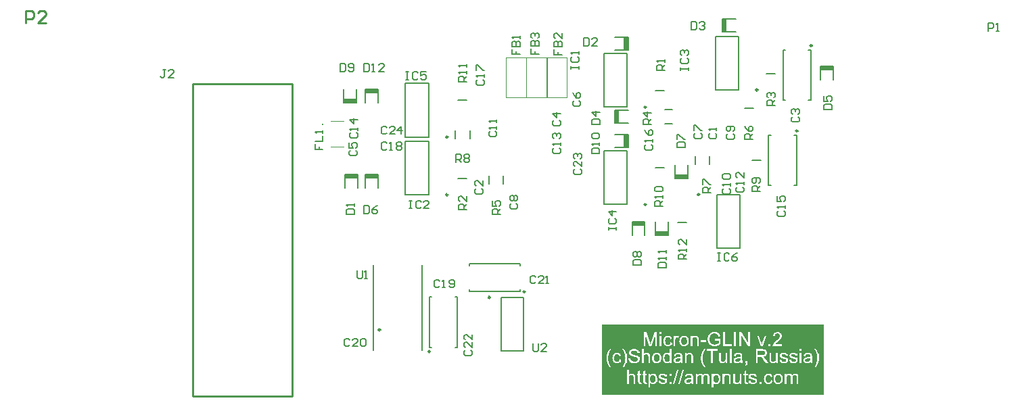
<source format=gto>
G04*
G04 #@! TF.GenerationSoftware,Altium Limited,Altium Designer,22.4.2 (48)*
G04*
G04 Layer_Color=65535*
%FSLAX25Y25*%
%MOIN*%
G70*
G04*
G04 #@! TF.SameCoordinates,9A6BE763-011E-4595-BBB8-A9E544AE73F8*
G04*
G04*
G04 #@! TF.FilePolarity,Positive*
G04*
G01*
G75*
%ADD10C,0.00984*%
%ADD11C,0.00787*%
%ADD12C,0.01000*%
%ADD13C,0.00394*%
%ADD14C,0.00492*%
%ADD15C,0.00591*%
%ADD16R,0.06299X0.02165*%
%ADD17R,0.02165X0.06299*%
%ADD18R,0.06299X0.02165*%
%ADD19R,0.06299X0.02165*%
%ADD20R,0.06299X0.02165*%
G36*
X-123228Y-183330D02*
Y-193623D01*
X-232398D01*
Y-183330D01*
Y-172732D01*
X-123228D01*
Y-183330D01*
D02*
G37*
G36*
Y-193623D02*
Y-207355D01*
X-232398D01*
Y-193623D01*
X-123228D01*
D02*
G37*
%LPC*%
G36*
X-189640Y-178172D02*
X-191905D01*
D01*
X-189640D01*
D02*
G37*
G36*
X-176791Y-176290D02*
X-176917D01*
X-177101Y-176297D01*
X-177286Y-176305D01*
X-177463Y-176327D01*
X-177625Y-176356D01*
X-177787Y-176386D01*
X-177935Y-176423D01*
X-178075Y-176460D01*
X-178201Y-176497D01*
X-178311Y-176541D01*
X-178415Y-176578D01*
X-178503Y-176615D01*
X-178577Y-176644D01*
X-178636Y-176674D01*
X-178680Y-176696D01*
X-178710Y-176703D01*
X-178717Y-176711D01*
X-178858Y-176792D01*
X-178990Y-176888D01*
X-179116Y-176984D01*
X-179227Y-177087D01*
X-179337Y-177198D01*
X-179433Y-177301D01*
X-179522Y-177404D01*
X-179603Y-177508D01*
X-179669Y-177611D01*
X-179736Y-177699D01*
X-179787Y-177781D01*
X-179832Y-177855D01*
X-179861Y-177913D01*
X-179883Y-177958D01*
X-179898Y-177987D01*
X-179905Y-177995D01*
X-179979Y-178157D01*
X-180038Y-178319D01*
X-180097Y-178482D01*
X-180142Y-178644D01*
X-180215Y-178954D01*
X-180245Y-179102D01*
X-180267Y-179242D01*
X-180282Y-179367D01*
X-180297Y-179485D01*
X-180304Y-179589D01*
X-180311Y-179677D01*
X-180319Y-179751D01*
Y-179847D01*
X-180311Y-180032D01*
X-180304Y-180216D01*
X-180282Y-180386D01*
X-180252Y-180555D01*
X-180223Y-180710D01*
X-180186Y-180866D01*
X-180149Y-181006D01*
X-180112Y-181131D01*
X-180075Y-181249D01*
X-180038Y-181353D01*
X-180001Y-181441D01*
X-179972Y-181522D01*
X-179942Y-181581D01*
X-179920Y-181626D01*
X-179913Y-181655D01*
X-179905Y-181663D01*
X-179824Y-181810D01*
X-179728Y-181950D01*
X-179632Y-182076D01*
X-179536Y-182201D01*
X-179433Y-182312D01*
X-179330Y-182408D01*
X-179227Y-182504D01*
X-179131Y-182585D01*
X-179035Y-182659D01*
X-178946Y-182725D01*
X-178865Y-182777D01*
X-178798Y-182821D01*
X-178747Y-182858D01*
X-178702Y-182880D01*
X-178673Y-182895D01*
X-178666Y-182902D01*
X-178511Y-182976D01*
X-178348Y-183043D01*
X-178193Y-183102D01*
X-178038Y-183146D01*
X-177876Y-183190D01*
X-177728Y-183227D01*
X-177581Y-183257D01*
X-177448Y-183279D01*
X-177322Y-183293D01*
X-177204Y-183308D01*
X-177101Y-183316D01*
X-177013Y-183323D01*
X-176939Y-183330D01*
X-176843D01*
X-176570Y-183316D01*
X-176304Y-183286D01*
X-176060Y-183249D01*
X-175950Y-183220D01*
X-175839Y-183198D01*
X-175743Y-183176D01*
X-175662Y-183146D01*
X-175581Y-183124D01*
X-175522Y-183109D01*
X-175463Y-183087D01*
X-175426Y-183080D01*
X-175404Y-183065D01*
X-175396D01*
X-175131Y-182954D01*
X-174880Y-182829D01*
X-174651Y-182696D01*
X-174540Y-182629D01*
X-174444Y-182570D01*
X-174356Y-182511D01*
X-174275Y-182452D01*
X-174201Y-182408D01*
X-174142Y-182364D01*
X-174090Y-182327D01*
X-174053Y-182297D01*
X-174031Y-182282D01*
X-174024Y-182275D01*
Y-178925D01*
Y-179744D01*
X-176909D01*
Y-180548D01*
X-174909D01*
Y-181825D01*
X-175027Y-181921D01*
X-175160Y-182002D01*
X-175300Y-182083D01*
X-175441Y-182157D01*
X-175566Y-182216D01*
X-175618Y-182246D01*
X-175662Y-182268D01*
X-175706Y-182282D01*
X-175736Y-182297D01*
X-175751Y-182305D01*
X-175758D01*
X-175965Y-182378D01*
X-176171Y-182430D01*
X-176363Y-182474D01*
X-176533Y-182497D01*
X-176614Y-182504D01*
X-176680Y-182511D01*
X-176740Y-182519D01*
X-176791D01*
X-176835Y-182526D01*
X-176894D01*
X-177145Y-182511D01*
X-177382Y-182482D01*
X-177595Y-182430D01*
X-177699Y-182408D01*
X-177787Y-182378D01*
X-177869Y-182349D01*
X-177942Y-182327D01*
X-178009Y-182297D01*
X-178068Y-182275D01*
X-178112Y-182260D01*
X-178142Y-182246D01*
X-178164Y-182231D01*
X-178171D01*
X-178282Y-182172D01*
X-178385Y-182105D01*
X-178562Y-181965D01*
X-178717Y-181810D01*
X-178850Y-181663D01*
X-178946Y-181530D01*
X-178990Y-181471D01*
X-179020Y-181426D01*
X-179049Y-181382D01*
X-179064Y-181353D01*
X-179071Y-181330D01*
X-179079Y-181323D01*
X-179182Y-181079D01*
X-179256Y-180821D01*
X-179315Y-180570D01*
X-179352Y-180327D01*
X-179359Y-180216D01*
X-179374Y-180113D01*
X-179382Y-180024D01*
Y-179943D01*
X-179389Y-179884D01*
Y-179832D01*
Y-179803D01*
Y-179795D01*
X-179374Y-179522D01*
X-179345Y-179264D01*
X-179308Y-179035D01*
X-179286Y-178925D01*
X-179256Y-178829D01*
X-179234Y-178740D01*
X-179212Y-178659D01*
X-179190Y-178593D01*
X-179167Y-178533D01*
X-179153Y-178482D01*
X-179138Y-178452D01*
X-179131Y-178430D01*
Y-178423D01*
X-179071Y-178290D01*
X-179005Y-178164D01*
X-178931Y-178046D01*
X-178865Y-177950D01*
X-178806Y-177869D01*
X-178754Y-177803D01*
X-178725Y-177766D01*
X-178710Y-177751D01*
X-178599Y-177640D01*
X-178474Y-177544D01*
X-178356Y-177456D01*
X-178238Y-177382D01*
X-178134Y-177323D01*
X-178053Y-177286D01*
X-178024Y-177271D01*
X-178001Y-177257D01*
X-177987Y-177249D01*
X-177979D01*
X-177802Y-177183D01*
X-177625Y-177139D01*
X-177441Y-177102D01*
X-177278Y-177080D01*
X-177197Y-177072D01*
X-177131Y-177065D01*
X-177064D01*
X-177013Y-177057D01*
X-176909D01*
X-176725Y-177065D01*
X-176548Y-177087D01*
X-176393Y-177117D01*
X-176252Y-177146D01*
X-176142Y-177183D01*
X-176090Y-177198D01*
X-176053Y-177212D01*
X-176024Y-177227D01*
X-176002Y-177234D01*
X-175987Y-177242D01*
X-175979D01*
X-175832Y-177316D01*
X-175699Y-177390D01*
X-175588Y-177471D01*
X-175492Y-177544D01*
X-175426Y-177618D01*
X-175374Y-177670D01*
X-175337Y-177707D01*
X-175330Y-177722D01*
X-175249Y-177840D01*
X-175175Y-177973D01*
X-175109Y-178105D01*
X-175049Y-178238D01*
X-175005Y-178356D01*
X-174990Y-178408D01*
X-174976Y-178445D01*
X-174961Y-178482D01*
X-174953Y-178511D01*
X-174946Y-178526D01*
Y-178533D01*
X-174127Y-178312D01*
X-174201Y-178068D01*
X-174282Y-177847D01*
X-174326Y-177751D01*
X-174371Y-177655D01*
X-174407Y-177574D01*
X-174452Y-177500D01*
X-174489Y-177426D01*
X-174525Y-177367D01*
X-174562Y-177316D01*
X-174584Y-177271D01*
X-174614Y-177242D01*
X-174629Y-177220D01*
X-174636Y-177205D01*
X-174644Y-177198D01*
X-174784Y-177043D01*
X-174931Y-176910D01*
X-175086Y-176799D01*
X-175241Y-176703D01*
X-175374Y-176629D01*
X-175433Y-176600D01*
X-175485Y-176578D01*
X-175522Y-176556D01*
X-175551Y-176541D01*
X-175573Y-176533D01*
X-175581D01*
X-175810Y-176452D01*
X-176038Y-176393D01*
X-176267Y-176349D01*
X-176474Y-176319D01*
X-176570Y-176312D01*
X-176651Y-176305D01*
X-176725Y-176297D01*
X-176791Y-176290D01*
D02*
G37*
G36*
X-186267Y-178172D02*
X-186341D01*
X-186525Y-178179D01*
X-186703Y-178209D01*
X-186865Y-178246D01*
X-187020Y-178297D01*
X-187160Y-178364D01*
X-187285Y-178430D01*
X-187404Y-178504D01*
X-187507Y-178578D01*
X-187603Y-178659D01*
X-187684Y-178733D01*
X-187750Y-178799D01*
X-187802Y-178866D01*
X-187846Y-178917D01*
X-187883Y-178954D01*
X-187898Y-178984D01*
X-187905Y-178991D01*
Y-178282D01*
X-188658D01*
Y-183220D01*
X-187824D01*
Y-180526D01*
X-187817Y-180356D01*
X-187810Y-180194D01*
X-187787Y-180054D01*
X-187765Y-179921D01*
X-187736Y-179803D01*
X-187706Y-179700D01*
X-187669Y-179604D01*
X-187632Y-179522D01*
X-187595Y-179449D01*
X-187558Y-179390D01*
X-187529Y-179345D01*
X-187499Y-179301D01*
X-187477Y-179271D01*
X-187455Y-179249D01*
X-187448Y-179242D01*
X-187441Y-179235D01*
X-187367Y-179175D01*
X-187285Y-179124D01*
X-187130Y-179035D01*
X-186976Y-178976D01*
X-186835Y-178939D01*
X-186710Y-178910D01*
X-186651Y-178902D01*
X-186607D01*
X-186570Y-178895D01*
X-186518D01*
X-186392Y-178902D01*
X-186282Y-178917D01*
X-186186Y-178947D01*
X-186097Y-178969D01*
X-186031Y-178998D01*
X-185979Y-179028D01*
X-185942Y-179043D01*
X-185935Y-179050D01*
X-185846Y-179109D01*
X-185773Y-179175D01*
X-185714Y-179242D01*
X-185669Y-179308D01*
X-185632Y-179367D01*
X-185610Y-179412D01*
X-185596Y-179441D01*
X-185588Y-179456D01*
X-185551Y-179559D01*
X-185529Y-179677D01*
X-185507Y-179803D01*
X-185500Y-179928D01*
X-185492Y-180039D01*
X-185485Y-180091D01*
Y-180135D01*
Y-180164D01*
Y-180194D01*
Y-180209D01*
Y-180216D01*
Y-183220D01*
X-186654D01*
X-184651D01*
Y-179987D01*
X-184658Y-179891D01*
Y-179810D01*
X-184666Y-179736D01*
Y-179670D01*
X-184673Y-179559D01*
X-184688Y-179478D01*
X-184695Y-179419D01*
X-184703Y-179382D01*
Y-179375D01*
X-184732Y-179242D01*
X-184776Y-179124D01*
X-184813Y-179021D01*
X-184857Y-178932D01*
X-184902Y-178858D01*
X-184931Y-178799D01*
X-184953Y-178770D01*
X-184961Y-178755D01*
X-185035Y-178659D01*
X-185123Y-178578D01*
X-185219Y-178511D01*
X-185308Y-178445D01*
X-185396Y-178401D01*
X-185463Y-178364D01*
X-185507Y-178342D01*
X-185514Y-178334D01*
X-185522D01*
X-185662Y-178282D01*
X-185802Y-178238D01*
X-185942Y-178209D01*
X-186068Y-178194D01*
X-186179Y-178179D01*
X-186223D01*
X-186267Y-178172D01*
D02*
G37*
G36*
X-195263D02*
X-197123D01*
X-195308D01*
X-195411Y-178179D01*
X-195514Y-178201D01*
X-195603Y-178224D01*
X-195684Y-178253D01*
X-195743Y-178290D01*
X-195795Y-178312D01*
X-195824Y-178334D01*
X-195839Y-178342D01*
X-195883Y-178378D01*
X-195935Y-178423D01*
X-196023Y-178519D01*
X-196112Y-178637D01*
X-196193Y-178755D01*
X-196267Y-178858D01*
X-196319Y-178954D01*
X-196341Y-178984D01*
X-196355Y-179013D01*
X-196370Y-179028D01*
Y-178282D01*
X-197123D01*
Y-183220D01*
X-196289D01*
Y-180637D01*
X-196282Y-180445D01*
X-196267Y-180260D01*
X-196245Y-180098D01*
X-196223Y-179950D01*
X-196201Y-179832D01*
X-196186Y-179781D01*
X-196178Y-179736D01*
X-196171Y-179707D01*
X-196164Y-179685D01*
X-196156Y-179670D01*
Y-179663D01*
X-196112Y-179559D01*
X-196068Y-179463D01*
X-196016Y-179390D01*
X-195964Y-179323D01*
X-195920Y-179271D01*
X-195883Y-179235D01*
X-195854Y-179212D01*
X-195846Y-179205D01*
X-195758Y-179146D01*
X-195677Y-179109D01*
X-195595Y-179079D01*
X-195514Y-179057D01*
X-195448Y-179043D01*
X-195396Y-179035D01*
X-195352D01*
X-195234Y-179043D01*
X-195123Y-179065D01*
X-195020Y-179094D01*
X-194931Y-179124D01*
X-194850Y-179161D01*
X-194791Y-179190D01*
X-194754Y-179212D01*
X-194739Y-179220D01*
X-194444Y-178445D01*
X-194606Y-178356D01*
X-194769Y-178290D01*
X-194909Y-178238D01*
X-195042Y-178209D01*
X-195153Y-178187D01*
X-195197Y-178179D01*
X-195234D01*
X-195263Y-178172D01*
D02*
G37*
G36*
X-197831D02*
X-202119D01*
X-199883D01*
X-200112Y-178187D01*
X-200333Y-178216D01*
X-200533Y-178268D01*
X-200621Y-178297D01*
X-200710Y-178319D01*
X-200783Y-178349D01*
X-200850Y-178378D01*
X-200909Y-178401D01*
X-200961Y-178430D01*
X-201005Y-178445D01*
X-201034Y-178460D01*
X-201049Y-178474D01*
X-201057D01*
X-201248Y-178600D01*
X-201411Y-178740D01*
X-201551Y-178895D01*
X-201662Y-179035D01*
X-201750Y-179168D01*
X-201780Y-179227D01*
X-201809Y-179279D01*
X-201832Y-179316D01*
X-201846Y-179345D01*
X-201861Y-179367D01*
Y-179375D01*
X-201950Y-179604D01*
X-202009Y-179847D01*
X-202053Y-180083D01*
X-202090Y-180297D01*
X-202097Y-180401D01*
X-202104Y-180489D01*
X-202112Y-180570D01*
Y-180644D01*
X-202119Y-180696D01*
Y-180688D01*
Y-180777D01*
X-202112Y-180998D01*
X-202090Y-181212D01*
X-202060Y-181412D01*
X-202023Y-181596D01*
X-201979Y-181766D01*
X-201927Y-181921D01*
X-201868Y-182061D01*
X-201809Y-182186D01*
X-201758Y-182297D01*
X-201699Y-182401D01*
X-201647Y-182482D01*
X-201603Y-182548D01*
X-201566Y-182607D01*
X-201536Y-182644D01*
X-201514Y-182666D01*
X-201507Y-182674D01*
X-201389Y-182792D01*
X-201263Y-182888D01*
X-201130Y-182976D01*
X-200997Y-183050D01*
X-200857Y-183116D01*
X-200725Y-183168D01*
X-200592Y-183212D01*
X-200466Y-183249D01*
X-200348Y-183279D01*
X-200237Y-183293D01*
X-200134Y-183308D01*
X-200053Y-183323D01*
X-199979D01*
X-199927Y-183330D01*
X-199883D01*
X-199735Y-183323D01*
X-199595Y-183308D01*
X-199462Y-183286D01*
X-199330Y-183257D01*
X-199212Y-183220D01*
X-199101Y-183176D01*
X-198997Y-183139D01*
X-198902Y-183087D01*
X-198820Y-183043D01*
X-198739Y-183006D01*
X-198680Y-182961D01*
X-198621Y-182924D01*
X-198584Y-182895D01*
X-198547Y-182873D01*
X-198533Y-182858D01*
X-198525Y-182851D01*
X-198429Y-182755D01*
X-198333Y-182659D01*
X-198252Y-182548D01*
X-198186Y-182437D01*
X-198119Y-182327D01*
X-198060Y-182216D01*
X-197972Y-182009D01*
X-197935Y-181906D01*
X-197905Y-181817D01*
X-197883Y-181736D01*
X-197861Y-181663D01*
X-197846Y-181604D01*
X-197839Y-181559D01*
X-197831Y-181530D01*
Y-183124D01*
Y-181530D01*
Y-181522D01*
X-198651Y-181412D01*
X-198673Y-181530D01*
X-198695Y-181633D01*
X-198724Y-181736D01*
X-198754Y-181825D01*
X-198791Y-181913D01*
X-198820Y-181987D01*
X-198857Y-182054D01*
X-198894Y-182120D01*
X-198931Y-182172D01*
X-198961Y-182216D01*
X-199020Y-182290D01*
X-199057Y-182334D01*
X-199064Y-182342D01*
X-199071Y-182349D01*
X-199204Y-182445D01*
X-199337Y-182519D01*
X-199477Y-182570D01*
X-199603Y-182607D01*
X-199721Y-182629D01*
X-199765Y-182637D01*
X-199809D01*
X-199846Y-182644D01*
X-199890D01*
X-200001Y-182637D01*
X-200112Y-182622D01*
X-200208Y-182600D01*
X-200304Y-182570D01*
X-200473Y-182504D01*
X-200621Y-182415D01*
X-200680Y-182378D01*
X-200732Y-182334D01*
X-200776Y-182297D01*
X-200820Y-182260D01*
X-200850Y-182238D01*
X-200872Y-182216D01*
X-200879Y-182201D01*
X-200887Y-182194D01*
X-200953Y-182105D01*
X-201012Y-182002D01*
X-201064Y-181891D01*
X-201101Y-181781D01*
X-201175Y-181537D01*
X-201219Y-181301D01*
X-201234Y-181190D01*
X-201241Y-181087D01*
X-201248Y-180991D01*
X-201256Y-180910D01*
X-201263Y-180843D01*
Y-180792D01*
Y-180755D01*
Y-180747D01*
X-201256Y-180570D01*
X-201248Y-180401D01*
X-201226Y-180253D01*
X-201204Y-180113D01*
X-201175Y-179980D01*
X-201138Y-179862D01*
X-201101Y-179759D01*
X-201064Y-179663D01*
X-201034Y-179581D01*
X-200997Y-179508D01*
X-200961Y-179449D01*
X-200931Y-179404D01*
X-200909Y-179360D01*
X-200887Y-179338D01*
X-200879Y-179323D01*
X-200872Y-179316D01*
X-200798Y-179235D01*
X-200717Y-179168D01*
X-200628Y-179102D01*
X-200547Y-179050D01*
X-200459Y-179006D01*
X-200378Y-178969D01*
X-200215Y-178917D01*
X-200068Y-178880D01*
X-200009Y-178873D01*
X-199950Y-178866D01*
X-199905Y-178858D01*
X-199846D01*
X-199699Y-178866D01*
X-199558Y-178895D01*
X-199440Y-178939D01*
X-199337Y-178984D01*
X-199256Y-179035D01*
X-199189Y-179072D01*
X-199153Y-179102D01*
X-199138Y-179116D01*
X-199034Y-179220D01*
X-198946Y-179338D01*
X-198880Y-179463D01*
X-198820Y-179581D01*
X-198776Y-179692D01*
X-198747Y-179781D01*
X-198739Y-179818D01*
X-198732Y-179840D01*
X-198724Y-179854D01*
Y-179862D01*
X-197913Y-179736D01*
X-197942Y-179604D01*
X-197986Y-179471D01*
X-198031Y-179353D01*
X-198075Y-179242D01*
X-198127Y-179139D01*
X-198186Y-179043D01*
X-198237Y-178962D01*
X-198296Y-178880D01*
X-198348Y-178814D01*
X-198400Y-178755D01*
X-198444Y-178703D01*
X-198488Y-178659D01*
X-198518Y-178629D01*
X-198547Y-178607D01*
X-198562Y-178593D01*
X-198570Y-178585D01*
X-198665Y-178511D01*
X-198769Y-178445D01*
X-198880Y-178393D01*
X-198990Y-178349D01*
X-199212Y-178275D01*
X-199418Y-178224D01*
X-199514Y-178209D01*
X-199603Y-178194D01*
X-199684Y-178187D01*
X-199750Y-178179D01*
X-199802Y-178172D01*
X-197831D01*
D02*
G37*
G36*
X-191905D02*
X-191950D01*
X-192119Y-178179D01*
X-192282Y-178194D01*
X-192429Y-178224D01*
X-192577Y-178260D01*
X-192717Y-178297D01*
X-192843Y-178349D01*
X-192961Y-178393D01*
X-193064Y-178445D01*
X-193167Y-178497D01*
X-193248Y-178548D01*
X-193322Y-178600D01*
X-193389Y-178637D01*
X-193433Y-178674D01*
X-193470Y-178703D01*
X-193492Y-178718D01*
X-193499Y-178725D01*
X-193632Y-178858D01*
X-193750Y-178998D01*
X-193854Y-179153D01*
X-193942Y-179316D01*
X-194009Y-179485D01*
X-194075Y-179655D01*
X-194127Y-179825D01*
X-194164Y-179987D01*
X-194193Y-180142D01*
X-194223Y-180282D01*
X-194237Y-180415D01*
X-194245Y-180533D01*
X-194252Y-180622D01*
X-194260Y-180696D01*
Y-180644D01*
Y-180696D01*
Y-180755D01*
X-194252Y-180984D01*
X-194230Y-181198D01*
X-194201Y-181397D01*
X-194164Y-181581D01*
X-194112Y-181751D01*
X-194060Y-181906D01*
X-194001Y-182046D01*
X-193942Y-182179D01*
X-193883Y-182290D01*
X-193824Y-182393D01*
X-193772Y-182474D01*
X-193721Y-182541D01*
X-193684Y-182600D01*
X-193654Y-182637D01*
X-193632Y-182659D01*
X-193625Y-182666D01*
X-193499Y-182784D01*
X-193367Y-182888D01*
X-193234Y-182976D01*
X-193094Y-183050D01*
X-192953Y-183116D01*
X-192813Y-183168D01*
X-192680Y-183212D01*
X-192547Y-183249D01*
X-192422Y-183271D01*
X-192311Y-183293D01*
X-192208Y-183308D01*
X-192119Y-183323D01*
X-192046D01*
X-191994Y-183330D01*
X-194260D01*
D01*
X-189640D01*
Y-180688D01*
X-189647Y-180474D01*
X-189669Y-180268D01*
X-189699Y-180076D01*
X-189743Y-179899D01*
X-189787Y-179736D01*
X-189846Y-179589D01*
X-189905Y-179449D01*
X-189964Y-179323D01*
X-190024Y-179212D01*
X-190083Y-179116D01*
X-190141Y-179035D01*
X-190186Y-178969D01*
X-190230Y-178910D01*
X-190260Y-178873D01*
X-190282Y-178851D01*
X-190289Y-178843D01*
X-190415Y-178725D01*
X-190547Y-178622D01*
X-190680Y-178533D01*
X-190821Y-178452D01*
X-190961Y-178393D01*
X-191094Y-178334D01*
X-191234Y-178290D01*
X-191359Y-178253D01*
X-191485Y-178231D01*
X-191595Y-178209D01*
X-191691Y-178194D01*
X-191780Y-178179D01*
X-191854D01*
X-191905Y-178172D01*
D02*
G37*
G36*
X-181123Y-180334D02*
X-183699D01*
Y-181175D01*
X-181123D01*
Y-180334D01*
D02*
G37*
G36*
X-145832Y-176386D02*
X-145928D01*
X-146105Y-176393D01*
X-146275Y-176408D01*
X-146430Y-176430D01*
X-146577Y-176467D01*
X-146718Y-176504D01*
X-146843Y-176548D01*
X-146961Y-176593D01*
X-147064Y-176637D01*
X-147160Y-176688D01*
X-147242Y-176733D01*
X-147315Y-176777D01*
X-147374Y-176814D01*
X-147419Y-176851D01*
X-147448Y-176873D01*
X-147470Y-176888D01*
X-147478Y-176895D01*
X-147581Y-176991D01*
X-147670Y-177102D01*
X-147751Y-177212D01*
X-147825Y-177338D01*
X-147884Y-177456D01*
X-147943Y-177574D01*
X-147987Y-177699D01*
X-148024Y-177810D01*
X-148061Y-177921D01*
X-148083Y-178024D01*
X-148105Y-178120D01*
X-148120Y-178201D01*
X-148127Y-178268D01*
X-148135Y-178312D01*
X-148142Y-178342D01*
Y-178356D01*
X-147286Y-178445D01*
X-147278Y-178327D01*
X-147271Y-178216D01*
X-147227Y-178024D01*
X-147168Y-177847D01*
X-147138Y-177773D01*
X-147101Y-177707D01*
X-147072Y-177648D01*
X-147035Y-177596D01*
X-147005Y-177552D01*
X-146983Y-177515D01*
X-146954Y-177486D01*
X-146939Y-177463D01*
X-146932Y-177456D01*
X-146924Y-177449D01*
X-146851Y-177382D01*
X-146777Y-177323D01*
X-146695Y-177279D01*
X-146614Y-177234D01*
X-146452Y-177168D01*
X-146297Y-177124D01*
X-146164Y-177102D01*
X-146105Y-177087D01*
X-146053D01*
X-146009Y-177080D01*
X-145847D01*
X-145744Y-177094D01*
X-145559Y-177131D01*
X-145404Y-177190D01*
X-145264Y-177249D01*
X-145160Y-177316D01*
X-145116Y-177345D01*
X-145079Y-177375D01*
X-145050Y-177397D01*
X-145028Y-177412D01*
X-145020Y-177419D01*
X-145013Y-177426D01*
X-144946Y-177493D01*
X-144895Y-177559D01*
X-144843Y-177626D01*
X-144806Y-177699D01*
X-144740Y-177840D01*
X-144695Y-177972D01*
X-144673Y-178083D01*
X-144659Y-178135D01*
Y-178179D01*
X-144651Y-178209D01*
Y-178238D01*
Y-178253D01*
Y-178260D01*
X-144659Y-178349D01*
X-144666Y-178437D01*
X-144710Y-178615D01*
X-144777Y-178784D01*
X-144851Y-178939D01*
X-144924Y-179072D01*
X-144954Y-179124D01*
X-144991Y-179175D01*
X-145013Y-179212D01*
X-145035Y-179242D01*
X-145042Y-179257D01*
X-145050Y-179264D01*
X-145131Y-179367D01*
X-145227Y-179478D01*
X-145338Y-179596D01*
X-145456Y-179714D01*
X-145699Y-179958D01*
X-145950Y-180186D01*
X-146068Y-180297D01*
X-146186Y-180393D01*
X-146290Y-180482D01*
X-146378Y-180555D01*
X-146452Y-180622D01*
X-146504Y-180666D01*
X-146540Y-180703D01*
X-146555Y-180710D01*
X-146688Y-180821D01*
X-146806Y-180924D01*
X-146924Y-181020D01*
X-147028Y-181116D01*
X-147131Y-181205D01*
X-147220Y-181294D01*
X-147301Y-181367D01*
X-147374Y-181441D01*
X-147441Y-181508D01*
X-147493Y-181567D01*
X-147544Y-181618D01*
X-147581Y-181655D01*
X-147618Y-181692D01*
X-147640Y-181714D01*
X-147648Y-181729D01*
X-147655Y-181736D01*
X-147788Y-181899D01*
X-147898Y-182061D01*
X-147994Y-182216D01*
X-148068Y-182356D01*
X-148127Y-182474D01*
X-148149Y-182526D01*
X-148171Y-182563D01*
X-148186Y-182600D01*
X-148194Y-182622D01*
X-148201Y-182637D01*
Y-182644D01*
X-148238Y-182747D01*
X-148260Y-182851D01*
X-148282Y-182947D01*
X-148290Y-183035D01*
X-148297Y-183109D01*
Y-183220D01*
X-143788Y-183220D01*
Y-182415D01*
X-147146Y-182415D01*
X-147028Y-182253D01*
X-146968Y-182179D01*
X-146909Y-182113D01*
X-146858Y-182054D01*
X-146821Y-182009D01*
X-146791Y-181980D01*
X-146784Y-181973D01*
X-146740Y-181928D01*
X-146681Y-181869D01*
X-146614Y-181810D01*
X-146540Y-181744D01*
X-146386Y-181596D01*
X-146223Y-181456D01*
X-146068Y-181323D01*
X-146002Y-181264D01*
X-145935Y-181212D01*
X-145891Y-181168D01*
X-145847Y-181139D01*
X-145825Y-181116D01*
X-145817Y-181109D01*
X-145655Y-180969D01*
X-145500Y-180836D01*
X-145360Y-180718D01*
X-145234Y-180600D01*
X-145116Y-180497D01*
X-145013Y-180393D01*
X-144917Y-180305D01*
X-144828Y-180223D01*
X-144755Y-180157D01*
X-144695Y-180091D01*
X-144644Y-180039D01*
X-144600Y-179995D01*
X-144570Y-179958D01*
X-144541Y-179936D01*
X-144533Y-179921D01*
X-144526Y-179913D01*
X-144386Y-179751D01*
X-144275Y-179604D01*
X-144179Y-179463D01*
X-144098Y-179338D01*
X-144039Y-179235D01*
X-143994Y-179153D01*
X-143980Y-179124D01*
X-143972Y-179102D01*
X-143965Y-179094D01*
Y-179087D01*
X-143906Y-178939D01*
X-143869Y-178792D01*
X-143839Y-178659D01*
X-143817Y-178533D01*
X-143802Y-178430D01*
X-143795Y-178349D01*
Y-178319D01*
Y-178297D01*
Y-178290D01*
Y-178282D01*
X-143802Y-178135D01*
X-143817Y-177995D01*
X-143847Y-177862D01*
X-143884Y-177729D01*
X-143928Y-177611D01*
X-143980Y-177500D01*
X-144031Y-177397D01*
X-144083Y-177308D01*
X-144135Y-177220D01*
X-144186Y-177146D01*
X-144238Y-177080D01*
X-144282Y-177028D01*
X-144319Y-176991D01*
X-144349Y-176954D01*
X-144363Y-176939D01*
X-144371Y-176932D01*
X-144482Y-176836D01*
X-144600Y-176755D01*
X-144725Y-176681D01*
X-144858Y-176615D01*
X-144983Y-176563D01*
X-145116Y-176519D01*
X-145242Y-176482D01*
X-145367Y-176452D01*
X-145478Y-176430D01*
X-145589Y-176415D01*
X-145684Y-176401D01*
X-145766Y-176393D01*
X-145832Y-176386D01*
D02*
G37*
G36*
X-149404Y-182268D02*
X-150356D01*
Y-183220D01*
X-149404D01*
Y-182268D01*
D02*
G37*
G36*
X-151330Y-178282D02*
X-155869D01*
X-154002Y-183220D01*
X-153205D01*
X-151330Y-178282D01*
D01*
D02*
G37*
G36*
X-159404Y-176408D02*
X-164769D01*
Y-183220D01*
X-159404D01*
Y-176408D01*
D02*
G37*
G36*
X-166348D02*
X-167249D01*
Y-183220D01*
X-166348D01*
Y-176408D01*
D02*
G37*
G36*
X-171832D02*
X-172732D01*
Y-183220D01*
X-168474D01*
Y-182415D01*
X-171832D01*
Y-176408D01*
D02*
G37*
G36*
X-203145D02*
X-203979Y-176408D01*
Y-183220D01*
X-203145Y-183220D01*
Y-178282D01*
X-203979Y-178282D01*
Y-177360D01*
X-203145Y-177360D01*
Y-176408D01*
D02*
G37*
G36*
X-205330Y-176408D02*
X-211839D01*
Y-183220D01*
X-210968D01*
Y-177419D01*
X-209005Y-183220D01*
X-207473D01*
X-208193D01*
X-206200Y-177515D01*
Y-183220D01*
X-205330D01*
Y-176408D01*
D02*
G37*
G36*
X-177024Y-183330D02*
X-180319D01*
D01*
X-177024D01*
D02*
G37*
G36*
X-213854Y-184693D02*
Y-189704D01*
X-213868Y-189505D01*
X-213898Y-189320D01*
X-213942Y-189158D01*
X-213994Y-189017D01*
X-214053Y-188899D01*
X-214075Y-188848D01*
X-214097Y-188811D01*
X-214112Y-188781D01*
X-214126Y-188759D01*
X-214141Y-188744D01*
Y-188737D01*
X-214200Y-188663D01*
X-214259Y-188589D01*
X-214400Y-188449D01*
X-214540Y-188331D01*
X-214687Y-188235D01*
X-214813Y-188154D01*
X-214872Y-188117D01*
X-214924Y-188095D01*
X-214961Y-188073D01*
X-214990Y-188058D01*
X-215012Y-188043D01*
X-215019D01*
X-215101Y-188006D01*
X-215204Y-187970D01*
X-215307Y-187933D01*
X-215425Y-187896D01*
X-215676Y-187829D01*
X-215927Y-187763D01*
X-216045Y-187726D01*
X-216156Y-187704D01*
X-216259Y-187674D01*
X-216348Y-187660D01*
X-216422Y-187637D01*
X-216473Y-187623D01*
X-216510Y-187615D01*
X-216525D01*
X-216724Y-187571D01*
X-216901Y-187519D01*
X-217056Y-187475D01*
X-217204Y-187431D01*
X-217330Y-187387D01*
X-217440Y-187350D01*
X-217536Y-187313D01*
X-217617Y-187276D01*
X-217684Y-187239D01*
X-217743Y-187209D01*
X-217787Y-187187D01*
X-217824Y-187165D01*
X-217853Y-187143D01*
X-217868Y-187128D01*
X-217883Y-187121D01*
X-217971Y-187025D01*
X-218031Y-186929D01*
X-218075Y-186826D01*
X-218112Y-186730D01*
X-218127Y-186648D01*
X-218134Y-186582D01*
X-218141Y-186538D01*
Y-186530D01*
Y-186523D01*
X-218134Y-186442D01*
X-218127Y-186368D01*
X-218082Y-186235D01*
X-218023Y-186110D01*
X-217957Y-186006D01*
X-217890Y-185918D01*
X-217831Y-185851D01*
X-217787Y-185815D01*
X-217780Y-185800D01*
X-217772D01*
X-217699Y-185748D01*
X-217610Y-185696D01*
X-217425Y-185623D01*
X-217233Y-185571D01*
X-217034Y-185534D01*
X-216946Y-185519D01*
X-216857Y-185512D01*
X-216783Y-185505D01*
X-216717D01*
X-216658Y-185497D01*
X-216444D01*
X-216311Y-185512D01*
X-216186Y-185527D01*
X-216068Y-185549D01*
X-215964Y-185571D01*
X-215868Y-185600D01*
X-215780Y-185630D01*
X-215699Y-185660D01*
X-215632Y-185696D01*
X-215573Y-185726D01*
X-215521Y-185756D01*
X-215477Y-185778D01*
X-215448Y-185800D01*
X-215418Y-185815D01*
X-215411Y-185822D01*
X-215403Y-185829D01*
X-215330Y-185896D01*
X-215263Y-185962D01*
X-215160Y-186117D01*
X-215071Y-186279D01*
X-215012Y-186434D01*
X-214968Y-186575D01*
X-214953Y-186634D01*
X-214938Y-186693D01*
X-214931Y-186737D01*
Y-186767D01*
X-214924Y-186789D01*
Y-186796D01*
X-214060Y-186730D01*
X-214082Y-186508D01*
X-214126Y-186309D01*
X-214178Y-186125D01*
X-214237Y-185969D01*
X-214274Y-185903D01*
X-214296Y-185837D01*
X-214326Y-185785D01*
X-214348Y-185741D01*
X-214370Y-185704D01*
X-214385Y-185682D01*
X-214392Y-185667D01*
X-214400Y-185660D01*
X-214525Y-185490D01*
X-214665Y-185350D01*
X-214813Y-185224D01*
X-214961Y-185121D01*
X-215086Y-185047D01*
X-215145Y-185018D01*
X-215189Y-184988D01*
X-215226Y-184966D01*
X-215263Y-184959D01*
X-215278Y-184944D01*
X-215285D01*
X-215507Y-184862D01*
X-215735Y-184796D01*
X-215964Y-184752D01*
X-216171Y-184722D01*
X-216267Y-184715D01*
X-216348Y-184707D01*
X-216429Y-184700D01*
X-216495Y-184693D01*
X-216621D01*
X-216872Y-184700D01*
X-217108Y-184730D01*
X-217315Y-184767D01*
X-217411Y-184789D01*
X-217499Y-184811D01*
X-217580Y-184833D01*
X-217654Y-184855D01*
X-217721Y-184877D01*
X-217772Y-184892D01*
X-217809Y-184907D01*
X-217846Y-184922D01*
X-217861Y-184929D01*
X-217868D01*
X-218068Y-185025D01*
X-218237Y-185136D01*
X-218385Y-185246D01*
X-218503Y-185357D01*
X-218599Y-185460D01*
X-218673Y-185541D01*
X-218695Y-185571D01*
X-218709Y-185593D01*
X-218724Y-185608D01*
Y-185615D01*
X-218820Y-185785D01*
X-218894Y-185955D01*
X-218938Y-186110D01*
X-218975Y-186257D01*
X-218997Y-186390D01*
X-219005Y-186442D01*
Y-186486D01*
X-219012Y-186523D01*
Y-186553D01*
Y-186567D01*
Y-186575D01*
X-219005Y-186744D01*
X-218975Y-186907D01*
X-218938Y-187054D01*
X-218894Y-187180D01*
X-218850Y-187283D01*
X-218813Y-187364D01*
X-218798Y-187394D01*
X-218783Y-187416D01*
X-218776Y-187423D01*
Y-187431D01*
X-218680Y-187564D01*
X-218562Y-187689D01*
X-218444Y-187792D01*
X-218318Y-187888D01*
X-218215Y-187962D01*
X-218127Y-188014D01*
X-218090Y-188029D01*
X-218068Y-188043D01*
X-218053Y-188058D01*
X-218045D01*
X-217971Y-188095D01*
X-217883Y-188132D01*
X-217787Y-188169D01*
X-217684Y-188206D01*
X-217470Y-188279D01*
X-217248Y-188346D01*
X-217145Y-188375D01*
X-217056Y-188405D01*
X-216968Y-188427D01*
X-216887Y-188449D01*
X-216828Y-188464D01*
X-216776Y-188479D01*
X-216746Y-188486D01*
X-216739D01*
X-216569Y-188523D01*
X-216414Y-188567D01*
X-216282Y-188597D01*
X-216156Y-188634D01*
X-216045Y-188663D01*
X-215942Y-188685D01*
X-215861Y-188715D01*
X-215780Y-188737D01*
X-215721Y-188752D01*
X-215662Y-188774D01*
X-215617Y-188789D01*
X-215588Y-188796D01*
X-215558Y-188803D01*
X-215544Y-188811D01*
X-215529Y-188818D01*
X-215381Y-188885D01*
X-215256Y-188951D01*
X-215145Y-189017D01*
X-215064Y-189076D01*
X-214997Y-189136D01*
X-214953Y-189180D01*
X-214924Y-189209D01*
X-214916Y-189217D01*
X-214850Y-189305D01*
X-214806Y-189401D01*
X-214769Y-189497D01*
X-214746Y-189586D01*
X-214732Y-189660D01*
X-214724Y-189726D01*
Y-189763D01*
Y-189770D01*
Y-189778D01*
X-214732Y-189888D01*
X-214754Y-189999D01*
X-214791Y-190095D01*
X-214820Y-190183D01*
X-214857Y-190257D01*
X-214894Y-190316D01*
X-214916Y-190346D01*
X-214924Y-190361D01*
X-215005Y-190457D01*
X-215093Y-190538D01*
X-215197Y-190612D01*
X-215293Y-190671D01*
X-215381Y-190715D01*
X-215448Y-190752D01*
X-215477Y-190767D01*
X-215499Y-190774D01*
X-215507Y-190781D01*
X-215514D01*
X-215662Y-190833D01*
X-215817Y-190870D01*
X-215971Y-190892D01*
X-216112Y-190907D01*
X-216230Y-190921D01*
X-216282D01*
X-216326Y-190929D01*
X-216414D01*
X-216628Y-190921D01*
X-216820Y-190899D01*
X-217005Y-190863D01*
X-217160Y-190826D01*
X-217226Y-190811D01*
X-217285Y-190796D01*
X-217337Y-190774D01*
X-217381Y-190759D01*
X-217418Y-190744D01*
X-217440Y-190737D01*
X-217455Y-190730D01*
X-217462D01*
X-217625Y-190648D01*
X-217765Y-190560D01*
X-217883Y-190479D01*
X-217979Y-190390D01*
X-218053Y-190316D01*
X-218104Y-190257D01*
X-218141Y-190220D01*
X-218149Y-190206D01*
X-218222Y-190073D01*
X-218282Y-189933D01*
X-218326Y-189792D01*
X-218363Y-189660D01*
X-218392Y-189534D01*
X-218400Y-189490D01*
X-218407Y-189445D01*
X-218414Y-189409D01*
X-218422Y-189379D01*
Y-189364D01*
Y-189357D01*
X-219270Y-189431D01*
D01*
X-219263Y-189556D01*
X-219248Y-189682D01*
X-219204Y-189910D01*
X-219145Y-190124D01*
X-219115Y-190220D01*
X-219078Y-190302D01*
X-219049Y-190383D01*
X-219012Y-190457D01*
X-218983Y-190516D01*
X-218953Y-190567D01*
X-218931Y-190612D01*
X-218916Y-190641D01*
X-218909Y-190656D01*
X-218901Y-190663D01*
X-218761Y-190855D01*
X-218599Y-191017D01*
X-218437Y-191158D01*
X-218282Y-191268D01*
X-218141Y-191357D01*
X-218082Y-191386D01*
X-218031Y-191416D01*
X-217986Y-191438D01*
X-217957Y-191453D01*
X-217935Y-191468D01*
X-217927D01*
X-217676Y-191556D01*
X-217418Y-191623D01*
X-217160Y-191667D01*
X-216916Y-191696D01*
X-216798Y-191711D01*
X-216695Y-191719D01*
X-216606Y-191726D01*
X-216525D01*
X-216459Y-191733D01*
X-219270D01*
D01*
X-213854D01*
Y-184693D01*
D02*
G37*
G36*
X-198178Y-184811D02*
X-199012D01*
Y-187261D01*
X-199101Y-187150D01*
X-199197Y-187054D01*
X-199293Y-186973D01*
X-199381Y-186899D01*
X-199462Y-186840D01*
X-199522Y-186803D01*
X-199566Y-186774D01*
X-199573Y-186767D01*
X-199581D01*
X-199713Y-186700D01*
X-199854Y-186656D01*
X-199987Y-186619D01*
X-200112Y-186597D01*
X-200215Y-186582D01*
X-200304Y-186575D01*
X-200488D01*
X-200599Y-186589D01*
X-200806Y-186626D01*
X-200990Y-186678D01*
X-201152Y-186737D01*
X-201226Y-186767D01*
X-201285Y-186796D01*
X-201344Y-186826D01*
X-201389Y-186848D01*
X-201426Y-186870D01*
X-201455Y-186885D01*
X-201470Y-186892D01*
X-201477Y-186899D01*
X-201654Y-187032D01*
X-201802Y-187180D01*
X-201927Y-187327D01*
X-202031Y-187482D01*
X-202112Y-187615D01*
X-202141Y-187674D01*
X-202171Y-187719D01*
X-202186Y-187763D01*
X-202201Y-187792D01*
X-202215Y-187814D01*
Y-187822D01*
X-202296Y-188051D01*
X-202355Y-188287D01*
X-202400Y-188508D01*
X-202429Y-188715D01*
X-202437Y-188811D01*
X-202444Y-188899D01*
X-202451Y-188973D01*
Y-189040D01*
X-202459Y-189091D01*
Y-189076D01*
Y-189165D01*
X-202444Y-189438D01*
X-202414Y-189689D01*
X-202400Y-189807D01*
X-202378Y-189918D01*
X-202348Y-190021D01*
X-202326Y-190117D01*
X-202304Y-190198D01*
X-202274Y-190279D01*
X-202252Y-190346D01*
X-202237Y-190398D01*
X-202215Y-190442D01*
X-202208Y-190471D01*
X-202193Y-190494D01*
Y-190501D01*
X-202082Y-190708D01*
X-201957Y-190892D01*
X-201832Y-191047D01*
X-201706Y-191172D01*
X-201595Y-191276D01*
X-201551Y-191313D01*
X-201507Y-191349D01*
X-201470Y-191372D01*
X-201448Y-191394D01*
X-201433Y-191401D01*
X-201426Y-191409D01*
X-201330Y-191468D01*
X-201234Y-191512D01*
X-201049Y-191593D01*
X-200865Y-191652D01*
X-200695Y-191689D01*
X-200621Y-191704D01*
X-200555Y-191718D01*
X-200496Y-191726D01*
X-200444D01*
X-200400Y-191733D01*
X-198178D01*
Y-184811D01*
D02*
G37*
G36*
X-189175Y-186575D02*
X-189249D01*
X-189433Y-186582D01*
X-189610Y-186612D01*
X-189772Y-186648D01*
X-189927Y-186700D01*
X-190068Y-186767D01*
X-190193Y-186833D01*
X-190311Y-186907D01*
X-190415Y-186981D01*
X-190510Y-187062D01*
X-190592Y-187136D01*
X-190658Y-187202D01*
X-190710Y-187268D01*
X-190754Y-187320D01*
X-190791Y-187357D01*
X-190806Y-187387D01*
X-190813Y-187394D01*
Y-186685D01*
X-191566D01*
Y-191623D01*
X-187558D01*
Y-188368D01*
Y-188390D01*
X-187566Y-188294D01*
Y-188213D01*
X-187573Y-188139D01*
Y-188073D01*
X-187581Y-187962D01*
X-187595Y-187881D01*
X-187603Y-187822D01*
X-187610Y-187785D01*
Y-187778D01*
X-187640Y-187645D01*
X-187684Y-187527D01*
X-187721Y-187423D01*
X-187765Y-187335D01*
X-187810Y-187261D01*
X-187839Y-187202D01*
X-187861Y-187172D01*
X-187868Y-187158D01*
X-187942Y-187062D01*
X-188031Y-186981D01*
X-188127Y-186914D01*
X-188215Y-186848D01*
X-188304Y-186803D01*
X-188370Y-186767D01*
X-188415Y-186744D01*
X-188422Y-186737D01*
X-188429D01*
X-188570Y-186685D01*
X-188710Y-186641D01*
X-188850Y-186612D01*
X-188976Y-186597D01*
X-189086Y-186582D01*
X-189130D01*
X-189175Y-186575D01*
D02*
G37*
G36*
X-135987Y-186575D02*
Y-190176D01*
X-135995Y-190021D01*
X-136017Y-189881D01*
X-136054Y-189763D01*
X-136090Y-189660D01*
X-136127Y-189571D01*
X-136164Y-189512D01*
X-136186Y-189475D01*
X-136194Y-189460D01*
X-136275Y-189357D01*
X-136363Y-189268D01*
X-136459Y-189195D01*
X-136548Y-189136D01*
X-136622Y-189084D01*
X-136688Y-189054D01*
X-136732Y-189032D01*
X-136740Y-189025D01*
X-136747D01*
X-136821Y-188995D01*
X-136902Y-188966D01*
X-136991Y-188929D01*
X-137087Y-188899D01*
X-137286Y-188833D01*
X-137493Y-188774D01*
X-137589Y-188744D01*
X-137685Y-188715D01*
X-137766Y-188693D01*
X-137832Y-188671D01*
X-137899Y-188656D01*
X-137943Y-188641D01*
X-137972Y-188634D01*
X-137980D01*
X-138090Y-188604D01*
X-138186Y-188575D01*
X-138275Y-188552D01*
X-138356Y-188530D01*
X-138423Y-188508D01*
X-138481Y-188494D01*
X-138533Y-188479D01*
X-138577Y-188464D01*
X-138644Y-188442D01*
X-138688Y-188427D01*
X-138710Y-188420D01*
X-138718D01*
X-138792Y-188383D01*
X-138858Y-188346D01*
X-138917Y-188309D01*
X-138961Y-188272D01*
X-138998Y-188243D01*
X-139020Y-188220D01*
X-139035Y-188206D01*
X-139042Y-188198D01*
X-139072Y-188147D01*
X-139094Y-188095D01*
X-139124Y-187999D01*
X-139131Y-187962D01*
X-139138Y-187933D01*
Y-187910D01*
Y-187903D01*
X-139131Y-187807D01*
X-139102Y-187726D01*
X-139065Y-187645D01*
X-139013Y-187578D01*
X-138969Y-187527D01*
X-138932Y-187490D01*
X-138902Y-187460D01*
X-138895Y-187453D01*
X-138843Y-187416D01*
X-138792Y-187387D01*
X-138666Y-187342D01*
X-138526Y-187305D01*
X-138393Y-187283D01*
X-138268Y-187268D01*
X-138216D01*
X-138172Y-187261D01*
X-138076D01*
X-137899Y-187268D01*
X-137751Y-187298D01*
X-137618Y-187327D01*
X-137507Y-187372D01*
X-137426Y-187409D01*
X-137367Y-187445D01*
X-137330Y-187475D01*
X-137315Y-187482D01*
X-137227Y-187571D01*
X-137153Y-187667D01*
X-137094Y-187763D01*
X-137050Y-187859D01*
X-137020Y-187940D01*
X-137005Y-188014D01*
X-136991Y-188058D01*
Y-188065D01*
Y-188073D01*
X-136172Y-187962D01*
X-136208Y-187792D01*
X-136253Y-187645D01*
X-136297Y-187512D01*
X-136349Y-187401D01*
X-136393Y-187320D01*
X-136430Y-187254D01*
X-136459Y-187217D01*
X-136467Y-187202D01*
X-136555Y-187099D01*
X-136659Y-187010D01*
X-136762Y-186929D01*
X-136865Y-186863D01*
X-136969Y-186811D01*
X-137042Y-186774D01*
X-137072Y-186759D01*
X-137094Y-186752D01*
X-137109Y-186744D01*
X-137116D01*
X-137286Y-186685D01*
X-137456Y-186648D01*
X-137633Y-186619D01*
X-137788Y-186597D01*
X-137928Y-186582D01*
X-137987D01*
X-138039Y-186575D01*
X-138135D01*
X-138275Y-186582D01*
X-138408Y-186589D01*
X-138533Y-186604D01*
X-138637Y-186626D01*
X-138733Y-186648D01*
X-138799Y-186663D01*
X-138843Y-186671D01*
X-138850Y-186678D01*
X-138858D01*
X-138976Y-186715D01*
X-139087Y-186759D01*
X-139175Y-186803D01*
X-139249Y-186840D01*
X-139308Y-186870D01*
X-139352Y-186899D01*
X-139382Y-186914D01*
X-139389Y-186922D01*
X-139485Y-186995D01*
X-139566Y-187069D01*
X-139640Y-187150D01*
X-139692Y-187224D01*
X-139743Y-187291D01*
X-139773Y-187342D01*
X-139795Y-187372D01*
X-139803Y-187387D01*
X-139854Y-187490D01*
X-139891Y-187601D01*
X-139913Y-187704D01*
X-139928Y-187800D01*
X-139943Y-187881D01*
X-139950Y-187940D01*
Y-187984D01*
Y-187992D01*
Y-187999D01*
X-139943Y-188132D01*
X-139921Y-188257D01*
X-139891Y-188368D01*
X-139862Y-188464D01*
X-139832Y-188545D01*
X-139803Y-188612D01*
X-139780Y-188648D01*
X-139773Y-188663D01*
X-139699Y-188767D01*
X-139611Y-188863D01*
X-139522Y-188936D01*
X-139434Y-189003D01*
X-139352Y-189062D01*
X-139293Y-189099D01*
X-139249Y-189121D01*
X-139242Y-189128D01*
X-139234D01*
X-139161Y-189158D01*
X-139072Y-189195D01*
X-138983Y-189232D01*
X-138880Y-189261D01*
X-138666Y-189327D01*
X-138459Y-189394D01*
X-138356Y-189423D01*
X-138260Y-189453D01*
X-138172Y-189475D01*
X-138098Y-189497D01*
X-138039Y-189512D01*
X-137987Y-189527D01*
X-137958Y-189534D01*
X-137950D01*
X-137832Y-189564D01*
X-137721Y-189593D01*
X-137618Y-189623D01*
X-137530Y-189652D01*
X-137448Y-189674D01*
X-137382Y-189696D01*
X-137323Y-189719D01*
X-137264Y-189741D01*
X-137220Y-189755D01*
X-137183Y-189770D01*
X-137131Y-189792D01*
X-137101Y-189807D01*
X-137094Y-189814D01*
X-137013Y-189881D01*
X-136946Y-189955D01*
X-136902Y-190029D01*
X-136873Y-190102D01*
X-136858Y-190161D01*
X-136843Y-190220D01*
Y-190250D01*
Y-190265D01*
X-136858Y-190383D01*
X-136888Y-190486D01*
X-136932Y-190582D01*
X-136983Y-190663D01*
X-137035Y-190730D01*
X-137079Y-190774D01*
X-137109Y-190811D01*
X-137124Y-190818D01*
X-137242Y-190892D01*
X-137374Y-190951D01*
X-137522Y-190988D01*
X-137662Y-191017D01*
X-137788Y-191032D01*
X-137839Y-191040D01*
X-137891D01*
X-137928Y-191047D01*
X-137987D01*
X-138186Y-191032D01*
X-138364Y-191003D01*
X-138518Y-190966D01*
X-138644Y-190914D01*
X-138747Y-190870D01*
X-138821Y-190825D01*
X-138865Y-190796D01*
X-138873Y-190789D01*
X-138880D01*
X-138991Y-190678D01*
X-139072Y-190560D01*
X-139138Y-190427D01*
X-139190Y-190302D01*
X-139227Y-190191D01*
X-139242Y-190147D01*
X-139249Y-190102D01*
X-139256Y-190065D01*
Y-190043D01*
X-139264Y-190029D01*
Y-190021D01*
X-140090Y-190154D01*
X-140061Y-190294D01*
X-140024Y-190434D01*
X-139980Y-190560D01*
X-139935Y-190671D01*
X-139884Y-190781D01*
X-139832Y-190877D01*
X-139780Y-190966D01*
X-139721Y-191047D01*
X-139670Y-191113D01*
X-139618Y-191172D01*
X-139574Y-191224D01*
X-139537Y-191268D01*
X-139500Y-191298D01*
X-139478Y-191320D01*
X-139463Y-191335D01*
X-139456Y-191342D01*
X-139352Y-191409D01*
X-139249Y-191468D01*
X-139131Y-191527D01*
X-139013Y-191571D01*
X-138762Y-191637D01*
X-138526Y-191682D01*
X-138415Y-191704D01*
X-138312Y-191711D01*
X-138216Y-191718D01*
X-138142Y-191726D01*
X-138076Y-191733D01*
X-140090D01*
D01*
X-135987D01*
D01*
X-137980D01*
X-137766Y-191726D01*
X-137574Y-191704D01*
X-137397Y-191667D01*
X-137242Y-191630D01*
X-137175Y-191615D01*
X-137116Y-191601D01*
X-137065Y-191578D01*
X-137020Y-191564D01*
X-136983Y-191549D01*
X-136961Y-191541D01*
X-136946Y-191534D01*
X-136939D01*
X-136777Y-191453D01*
X-136636Y-191364D01*
X-136519Y-191268D01*
X-136415Y-191172D01*
X-136341Y-191091D01*
X-136282Y-191025D01*
X-136253Y-190981D01*
X-136238Y-190973D01*
Y-190966D01*
X-136157Y-190825D01*
X-136090Y-190685D01*
X-136046Y-190552D01*
X-136017Y-190434D01*
X-136002Y-190331D01*
X-135987Y-190250D01*
Y-186575D01*
D02*
G37*
G36*
X-140747D02*
Y-190176D01*
X-140755Y-190021D01*
X-140777Y-189881D01*
X-140814Y-189763D01*
X-140850Y-189660D01*
X-140887Y-189571D01*
X-140924Y-189512D01*
X-140946Y-189475D01*
X-140954Y-189460D01*
X-141035Y-189357D01*
X-141124Y-189268D01*
X-141219Y-189195D01*
X-141308Y-189136D01*
X-141382Y-189084D01*
X-141448Y-189054D01*
X-141493Y-189032D01*
X-141500Y-189025D01*
X-141507D01*
X-141581Y-188995D01*
X-141662Y-188966D01*
X-141751Y-188929D01*
X-141847Y-188899D01*
X-142046Y-188833D01*
X-142253Y-188774D01*
X-142349Y-188744D01*
X-142445Y-188715D01*
X-142526Y-188693D01*
X-142592Y-188671D01*
X-142659Y-188656D01*
X-142703Y-188641D01*
X-142732Y-188634D01*
X-142740D01*
X-142850Y-188604D01*
X-142946Y-188575D01*
X-143035Y-188552D01*
X-143116Y-188530D01*
X-143183Y-188508D01*
X-143242Y-188494D01*
X-143293Y-188479D01*
X-143338Y-188464D01*
X-143404Y-188442D01*
X-143448Y-188427D01*
X-143470Y-188420D01*
X-143478D01*
X-143552Y-188383D01*
X-143618Y-188346D01*
X-143677Y-188309D01*
X-143721Y-188272D01*
X-143758Y-188243D01*
X-143780Y-188220D01*
X-143795Y-188206D01*
X-143802Y-188198D01*
X-143832Y-188147D01*
X-143854Y-188095D01*
X-143884Y-187999D01*
X-143891Y-187962D01*
X-143898Y-187933D01*
Y-187910D01*
Y-187903D01*
X-143891Y-187807D01*
X-143862Y-187726D01*
X-143825Y-187645D01*
X-143773Y-187578D01*
X-143729Y-187527D01*
X-143692Y-187490D01*
X-143662Y-187460D01*
X-143655Y-187453D01*
X-143603Y-187416D01*
X-143552Y-187387D01*
X-143426Y-187342D01*
X-143286Y-187305D01*
X-143153Y-187283D01*
X-143028Y-187268D01*
X-142976D01*
X-142932Y-187261D01*
X-142836D01*
X-142659Y-187268D01*
X-142511Y-187298D01*
X-142378Y-187327D01*
X-142268Y-187372D01*
X-142186Y-187409D01*
X-142127Y-187445D01*
X-142090Y-187475D01*
X-142076Y-187482D01*
X-141987Y-187571D01*
X-141913Y-187667D01*
X-141854Y-187763D01*
X-141810Y-187859D01*
X-141780Y-187940D01*
X-141766Y-188014D01*
X-141751Y-188058D01*
Y-188065D01*
Y-188073D01*
X-140932Y-187962D01*
X-140969Y-187792D01*
X-141013Y-187645D01*
X-141057Y-187512D01*
X-141109Y-187401D01*
X-141153Y-187320D01*
X-141190Y-187254D01*
X-141219Y-187217D01*
X-141227Y-187202D01*
X-141315Y-187099D01*
X-141419Y-187010D01*
X-141522Y-186929D01*
X-141625Y-186863D01*
X-141729Y-186811D01*
X-141803Y-186774D01*
X-141832Y-186759D01*
X-141854Y-186752D01*
X-141869Y-186744D01*
X-141876D01*
X-142046Y-186685D01*
X-142216Y-186648D01*
X-142393Y-186619D01*
X-142548Y-186597D01*
X-142688Y-186582D01*
X-142747D01*
X-142799Y-186575D01*
X-144851D01*
X-142895D01*
X-143035Y-186582D01*
X-143168Y-186589D01*
X-143293Y-186604D01*
X-143397Y-186626D01*
X-143493Y-186648D01*
X-143559Y-186663D01*
X-143603Y-186671D01*
X-143611Y-186678D01*
X-143618D01*
X-143736Y-186715D01*
X-143847Y-186759D01*
X-143935Y-186803D01*
X-144009Y-186840D01*
X-144068Y-186870D01*
X-144113Y-186899D01*
X-144142Y-186914D01*
X-144149Y-186922D01*
X-144245Y-186995D01*
X-144326Y-187069D01*
X-144400Y-187150D01*
X-144452Y-187224D01*
X-144504Y-187291D01*
X-144533Y-187342D01*
X-144555Y-187372D01*
X-144563Y-187387D01*
X-144614Y-187490D01*
X-144651Y-187601D01*
X-144673Y-187704D01*
X-144688Y-187800D01*
X-144703Y-187881D01*
X-144710Y-187940D01*
Y-187984D01*
Y-187992D01*
Y-187999D01*
X-144703Y-188132D01*
X-144681Y-188257D01*
X-144651Y-188368D01*
X-144622Y-188464D01*
X-144592Y-188545D01*
X-144563Y-188612D01*
X-144541Y-188648D01*
X-144533Y-188663D01*
X-144459Y-188767D01*
X-144371Y-188863D01*
X-144282Y-188936D01*
X-144194Y-189003D01*
X-144113Y-189062D01*
X-144053Y-189099D01*
X-144009Y-189121D01*
X-144002Y-189128D01*
X-143994D01*
X-143921Y-189158D01*
X-143832Y-189195D01*
X-143744Y-189232D01*
X-143640Y-189261D01*
X-143426Y-189327D01*
X-143219Y-189394D01*
X-143116Y-189423D01*
X-143020Y-189453D01*
X-142932Y-189475D01*
X-142858Y-189497D01*
X-142799Y-189512D01*
X-142747Y-189527D01*
X-142718Y-189534D01*
X-142710D01*
X-142592Y-189564D01*
X-142482Y-189593D01*
X-142378Y-189623D01*
X-142290Y-189652D01*
X-142208Y-189674D01*
X-142142Y-189696D01*
X-142083Y-189719D01*
X-142024Y-189741D01*
X-141980Y-189755D01*
X-141943Y-189770D01*
X-141891Y-189792D01*
X-141862Y-189807D01*
X-141854Y-189814D01*
X-141773Y-189881D01*
X-141707Y-189955D01*
X-141662Y-190029D01*
X-141633Y-190102D01*
X-141618Y-190161D01*
X-141603Y-190220D01*
Y-190250D01*
Y-190265D01*
X-141618Y-190383D01*
X-141648Y-190486D01*
X-141692Y-190582D01*
X-141744Y-190663D01*
X-141795Y-190730D01*
X-141839Y-190774D01*
X-141869Y-190811D01*
X-141884Y-190818D01*
X-142002Y-190892D01*
X-142135Y-190951D01*
X-142282Y-190988D01*
X-142422Y-191017D01*
X-142548Y-191032D01*
X-142600Y-191040D01*
X-142651D01*
X-142688Y-191047D01*
X-142747D01*
X-142946Y-191032D01*
X-143124Y-191003D01*
X-143279Y-190966D01*
X-143404Y-190914D01*
X-143507Y-190870D01*
X-143581Y-190825D01*
X-143625Y-190796D01*
X-143633Y-190789D01*
X-143640D01*
X-143751Y-190678D01*
X-143832Y-190560D01*
X-143898Y-190427D01*
X-143950Y-190302D01*
X-143987Y-190191D01*
X-144002Y-190147D01*
X-144009Y-190102D01*
X-144017Y-190065D01*
Y-190043D01*
X-144024Y-190029D01*
Y-190021D01*
X-144851Y-190154D01*
X-144821Y-190294D01*
X-144784Y-190434D01*
X-144740Y-190560D01*
X-144695Y-190671D01*
X-144644Y-190781D01*
X-144592Y-190877D01*
X-144541Y-190966D01*
X-144482Y-191047D01*
X-144430Y-191113D01*
X-144378Y-191172D01*
X-144334Y-191224D01*
X-144297Y-191268D01*
X-144260Y-191298D01*
X-144238Y-191320D01*
X-144223Y-191335D01*
X-144216Y-191342D01*
X-144113Y-191409D01*
X-144009Y-191468D01*
X-143891Y-191527D01*
X-143773Y-191571D01*
X-143522Y-191637D01*
X-143286Y-191682D01*
X-143175Y-191704D01*
X-143072Y-191711D01*
X-142976Y-191718D01*
X-142902Y-191726D01*
X-142836Y-191733D01*
X-144851D01*
X-140747D01*
X-142740D01*
X-142526Y-191726D01*
X-142334Y-191704D01*
X-142157Y-191667D01*
X-142002Y-191630D01*
X-141935Y-191615D01*
X-141876Y-191601D01*
X-141825Y-191578D01*
X-141780Y-191564D01*
X-141744Y-191549D01*
X-141721Y-191541D01*
X-141707Y-191534D01*
X-141699D01*
X-141537Y-191453D01*
X-141397Y-191364D01*
X-141279Y-191268D01*
X-141175Y-191172D01*
X-141101Y-191091D01*
X-141042Y-191025D01*
X-141013Y-190981D01*
X-140998Y-190973D01*
Y-190966D01*
X-140917Y-190825D01*
X-140850Y-190685D01*
X-140806Y-190552D01*
X-140777Y-190434D01*
X-140762Y-190331D01*
X-140747Y-190250D01*
Y-186575D01*
D02*
G37*
G36*
X-224931Y-186575D02*
X-225012D01*
X-225241Y-186590D01*
X-225462Y-186619D01*
X-225661Y-186671D01*
X-225750Y-186700D01*
X-225839Y-186722D01*
X-225912Y-186752D01*
X-225979Y-186781D01*
X-226038Y-186803D01*
X-226090Y-186833D01*
X-226134Y-186848D01*
X-226163Y-186863D01*
X-226178Y-186877D01*
X-226185D01*
X-226377Y-187003D01*
X-226540Y-187143D01*
X-226680Y-187298D01*
X-226791Y-187438D01*
X-226879Y-187571D01*
X-226909Y-187630D01*
X-226938Y-187682D01*
X-226960Y-187719D01*
X-226975Y-187748D01*
X-226990Y-187770D01*
Y-187778D01*
X-227078Y-188006D01*
X-227137Y-188250D01*
X-227182Y-188486D01*
X-227219Y-188700D01*
X-227226Y-188803D01*
X-227233Y-188892D01*
X-227241Y-188973D01*
Y-189047D01*
X-227248Y-189099D01*
Y-189091D01*
Y-189180D01*
X-227241Y-189401D01*
X-227219Y-189615D01*
X-227189Y-189814D01*
X-227152Y-189999D01*
X-227108Y-190169D01*
X-227056Y-190324D01*
X-226997Y-190464D01*
X-226938Y-190589D01*
X-226887Y-190700D01*
X-226828Y-190803D01*
X-226776Y-190885D01*
X-226732Y-190951D01*
X-226695Y-191010D01*
X-226665Y-191047D01*
X-226643Y-191069D01*
X-226636Y-191077D01*
X-226518Y-191195D01*
X-226392Y-191290D01*
X-226259Y-191379D01*
X-226126Y-191453D01*
X-225986Y-191519D01*
X-225853Y-191571D01*
X-225721Y-191615D01*
X-225595Y-191652D01*
X-225477Y-191682D01*
X-225366Y-191696D01*
X-225263Y-191711D01*
X-225182Y-191726D01*
X-225108D01*
X-225056Y-191733D01*
X-227248D01*
D01*
X-222960D01*
Y-191711D01*
Y-191733D01*
X-225012D01*
X-224864Y-191726D01*
X-224724Y-191711D01*
X-224591Y-191689D01*
X-224459Y-191659D01*
X-224341Y-191623D01*
X-224230Y-191578D01*
X-224126Y-191541D01*
X-224030Y-191490D01*
X-223949Y-191446D01*
X-223868Y-191409D01*
X-223809Y-191364D01*
X-223750Y-191327D01*
X-223713Y-191298D01*
X-223676Y-191276D01*
X-223661Y-191261D01*
X-223654Y-191254D01*
X-223558Y-191158D01*
X-223462Y-191062D01*
X-223381Y-190951D01*
X-223315Y-190840D01*
X-223248Y-190730D01*
X-223189Y-190619D01*
X-223101Y-190412D01*
X-223064Y-190309D01*
X-223034Y-190220D01*
X-223012Y-190139D01*
X-222990Y-190065D01*
X-222975Y-190006D01*
X-222968Y-189962D01*
X-222960Y-189933D01*
Y-191711D01*
Y-189933D01*
Y-189925D01*
X-223780Y-189814D01*
X-223802Y-189933D01*
X-223824Y-190036D01*
X-223853Y-190139D01*
X-223883Y-190228D01*
X-223920Y-190316D01*
X-223949Y-190390D01*
X-223986Y-190457D01*
X-224023Y-190523D01*
X-224060Y-190575D01*
X-224090Y-190619D01*
X-224149Y-190693D01*
X-224185Y-190737D01*
X-224193Y-190744D01*
X-224200Y-190752D01*
X-224333Y-190848D01*
X-224466Y-190921D01*
X-224606Y-190973D01*
X-224732Y-191010D01*
X-224850Y-191032D01*
X-224894Y-191040D01*
X-224938D01*
X-224975Y-191047D01*
X-225019D01*
X-225130Y-191040D01*
X-225241Y-191025D01*
X-225337Y-191003D01*
X-225433Y-190973D01*
X-225602Y-190907D01*
X-225750Y-190818D01*
X-225809Y-190781D01*
X-225861Y-190737D01*
X-225905Y-190700D01*
X-225949Y-190663D01*
X-225979Y-190641D01*
X-226001Y-190619D01*
X-226008Y-190604D01*
X-226016Y-190597D01*
X-226082Y-190508D01*
X-226141Y-190405D01*
X-226193Y-190294D01*
X-226230Y-190183D01*
X-226304Y-189940D01*
X-226348Y-189704D01*
X-226363Y-189593D01*
X-226370Y-189490D01*
X-226377Y-189394D01*
X-226385Y-189313D01*
X-226392Y-189246D01*
Y-189195D01*
Y-189158D01*
Y-189150D01*
X-226385Y-188973D01*
X-226377Y-188803D01*
X-226355Y-188656D01*
X-226333Y-188516D01*
X-226304Y-188383D01*
X-226267Y-188265D01*
X-226230Y-188161D01*
X-226193Y-188066D01*
X-226163Y-187984D01*
X-226126Y-187910D01*
X-226090Y-187851D01*
X-226060Y-187807D01*
X-226038Y-187763D01*
X-226016Y-187741D01*
X-226008Y-187726D01*
X-226001Y-187719D01*
X-225927Y-187637D01*
X-225846Y-187571D01*
X-225757Y-187505D01*
X-225676Y-187453D01*
X-225588Y-187409D01*
X-225506Y-187372D01*
X-225344Y-187320D01*
X-225197Y-187283D01*
X-225137Y-187276D01*
X-225079Y-187268D01*
X-225034Y-187261D01*
X-224975D01*
X-224828Y-187268D01*
X-224687Y-187298D01*
X-224569Y-187342D01*
X-224466Y-187387D01*
X-224385Y-187438D01*
X-224318Y-187475D01*
X-224281Y-187505D01*
X-224267Y-187519D01*
X-224163Y-187623D01*
X-224075Y-187741D01*
X-224008Y-187866D01*
X-223949Y-187984D01*
X-223905Y-188095D01*
X-223875Y-188183D01*
X-223868Y-188220D01*
X-223861Y-188243D01*
X-223853Y-188257D01*
Y-188265D01*
X-223042Y-188139D01*
X-223071Y-188006D01*
X-223115Y-187874D01*
X-223160Y-187756D01*
X-223204Y-187645D01*
X-223256Y-187541D01*
X-223315Y-187445D01*
X-223366Y-187364D01*
X-223425Y-187283D01*
X-223477Y-187217D01*
X-223529Y-187158D01*
X-223573Y-187106D01*
X-223617Y-187062D01*
X-223647Y-187032D01*
X-223676Y-187010D01*
X-223691Y-186995D01*
X-223698Y-186988D01*
X-223794Y-186914D01*
X-223898Y-186848D01*
X-224008Y-186796D01*
X-224119Y-186752D01*
X-224341Y-186678D01*
X-224547Y-186626D01*
X-224643Y-186612D01*
X-224732Y-186597D01*
X-224813Y-186590D01*
X-224879Y-186582D01*
X-224931Y-186575D01*
D02*
G37*
G36*
X-205396D02*
X-205440D01*
X-205610Y-186582D01*
X-205772Y-186597D01*
X-205920Y-186626D01*
X-206068Y-186663D01*
X-206208Y-186700D01*
X-206333Y-186752D01*
X-206451Y-186796D01*
X-206555Y-186848D01*
X-206658Y-186899D01*
X-206739Y-186951D01*
X-206813Y-187003D01*
X-206879Y-187040D01*
X-206924Y-187076D01*
X-206961Y-187106D01*
X-206983Y-187121D01*
X-206990Y-187128D01*
X-207123Y-187261D01*
X-207241Y-187401D01*
X-207344Y-187556D01*
X-207433Y-187719D01*
X-207499Y-187888D01*
X-207566Y-188058D01*
X-207617Y-188228D01*
X-207654Y-188390D01*
X-207684Y-188545D01*
X-207713Y-188685D01*
X-207728Y-188818D01*
X-207735Y-188936D01*
X-207743Y-189025D01*
X-207750Y-189099D01*
Y-189076D01*
Y-189158D01*
X-207743Y-189386D01*
X-207721Y-189601D01*
X-207691Y-189800D01*
X-207654Y-189984D01*
X-207603Y-190154D01*
X-207551Y-190309D01*
X-207492Y-190449D01*
X-207433Y-190582D01*
X-207374Y-190693D01*
X-207315Y-190796D01*
X-207263Y-190877D01*
X-207211Y-190944D01*
X-207175Y-191003D01*
X-207145Y-191040D01*
X-207123Y-191062D01*
X-207116Y-191069D01*
X-206990Y-191187D01*
X-206857Y-191290D01*
X-206724Y-191379D01*
X-206584Y-191453D01*
X-206444Y-191519D01*
X-206304Y-191571D01*
X-206171Y-191615D01*
X-206038Y-191652D01*
X-205913Y-191674D01*
X-205802Y-191696D01*
X-205699Y-191711D01*
X-205610Y-191726D01*
X-205536D01*
X-205485Y-191733D01*
X-207750D01*
X-203130Y-191733D01*
Y-189091D01*
X-203138Y-188877D01*
X-203160Y-188671D01*
X-203189Y-188479D01*
X-203234Y-188302D01*
X-203278Y-188139D01*
X-203337Y-187992D01*
X-203396Y-187851D01*
X-203455Y-187726D01*
X-203514Y-187615D01*
X-203573Y-187519D01*
X-203632Y-187438D01*
X-203677Y-187372D01*
X-203721Y-187313D01*
X-203750Y-187276D01*
X-203772Y-187254D01*
X-203780Y-187246D01*
X-203905Y-187128D01*
X-204038Y-187025D01*
X-204171Y-186936D01*
X-204311Y-186855D01*
X-204451Y-186796D01*
X-204584Y-186737D01*
X-204724Y-186693D01*
X-204850Y-186656D01*
X-204975Y-186634D01*
X-205086Y-186612D01*
X-205182Y-186597D01*
X-205271Y-186582D01*
X-205344D01*
X-205396Y-186575D01*
D02*
G37*
G36*
X-125404Y-184700D02*
Y-189158D01*
X-125412Y-188951D01*
X-125419Y-188752D01*
X-125434Y-188552D01*
X-125463Y-188361D01*
X-125485Y-188183D01*
X-125515Y-188006D01*
X-125552Y-187844D01*
X-125581Y-187689D01*
X-125618Y-187549D01*
X-125648Y-187423D01*
X-125685Y-187313D01*
X-125707Y-187224D01*
X-125729Y-187150D01*
X-125751Y-187091D01*
X-125758Y-187062D01*
X-125766Y-187047D01*
X-125847Y-186826D01*
X-125943Y-186604D01*
X-126142Y-186184D01*
X-126245Y-185977D01*
X-126356Y-185785D01*
X-126460Y-185600D01*
X-126563Y-185431D01*
X-126659Y-185276D01*
X-126755Y-185128D01*
X-126836Y-185003D01*
X-126910Y-184899D01*
X-126969Y-184818D01*
X-127013Y-184752D01*
X-127042Y-184715D01*
X-127050Y-184700D01*
X-127648D01*
X-127544Y-184877D01*
X-127456Y-185040D01*
X-127367Y-185195D01*
X-127294Y-185335D01*
X-127227Y-185460D01*
X-127168Y-185571D01*
X-127109Y-185674D01*
X-127065Y-185763D01*
X-127028Y-185844D01*
X-126991Y-185910D01*
X-126961Y-185969D01*
X-126939Y-186014D01*
X-126925Y-186051D01*
X-126910Y-186073D01*
X-126902Y-186088D01*
Y-186095D01*
X-126806Y-186338D01*
X-126718Y-186575D01*
X-126644Y-186796D01*
X-126607Y-186907D01*
X-126578Y-187003D01*
X-126556Y-187091D01*
X-126533Y-187180D01*
X-126511Y-187254D01*
X-126496Y-187313D01*
X-126482Y-187364D01*
X-126474Y-187401D01*
X-126467Y-187423D01*
Y-187431D01*
X-126400Y-187756D01*
X-126349Y-188065D01*
X-126327Y-188213D01*
X-126312Y-188361D01*
X-126297Y-188494D01*
X-126282Y-188619D01*
X-126275Y-188737D01*
X-126268Y-188840D01*
Y-188936D01*
X-126260Y-189017D01*
Y-189076D01*
Y-189128D01*
Y-189158D01*
Y-189165D01*
X-126268Y-189372D01*
X-126275Y-189586D01*
X-126319Y-189999D01*
X-126386Y-190405D01*
X-126474Y-190803D01*
X-126585Y-191187D01*
X-126696Y-191556D01*
X-126821Y-191903D01*
X-126954Y-192235D01*
X-127087Y-192530D01*
X-127146Y-192671D01*
X-127205Y-192803D01*
X-127271Y-192921D01*
X-127323Y-193040D01*
X-127382Y-193143D01*
X-127434Y-193239D01*
X-127478Y-193327D01*
X-127522Y-193401D01*
X-127559Y-193468D01*
X-127589Y-193519D01*
X-127611Y-193563D01*
X-127633Y-193600D01*
X-127640Y-193615D01*
X-127648Y-193623D01*
D01*
X-125404D01*
Y-184700D01*
D02*
G37*
G36*
X-220053Y-184700D02*
Y-189158D01*
X-220060Y-188951D01*
X-220067Y-188752D01*
X-220082Y-188552D01*
X-220112Y-188361D01*
X-220134Y-188183D01*
X-220163Y-188006D01*
X-220200Y-187844D01*
X-220230Y-187689D01*
X-220267Y-187549D01*
X-220296Y-187423D01*
X-220333Y-187313D01*
X-220355Y-187224D01*
X-220377Y-187150D01*
X-220399Y-187091D01*
X-220407Y-187062D01*
X-220414Y-187047D01*
X-220496Y-186826D01*
X-220591Y-186604D01*
X-220791Y-186184D01*
X-220894Y-185977D01*
X-221005Y-185785D01*
X-221108Y-185600D01*
X-221211Y-185431D01*
X-221307Y-185276D01*
X-221403Y-185128D01*
X-221484Y-185003D01*
X-221558Y-184899D01*
X-221617Y-184818D01*
X-221661Y-184752D01*
X-221691Y-184715D01*
X-221698Y-184700D01*
X-220053D01*
X-222296D01*
X-222193Y-184877D01*
X-222104Y-185040D01*
X-222016Y-185195D01*
X-221942Y-185335D01*
X-221876Y-185460D01*
X-221816Y-185571D01*
X-221758Y-185674D01*
X-221713Y-185763D01*
X-221676Y-185844D01*
X-221639Y-185910D01*
X-221610Y-185969D01*
X-221588Y-186014D01*
X-221573Y-186051D01*
X-221558Y-186073D01*
X-221551Y-186088D01*
Y-186095D01*
X-221455Y-186338D01*
X-221366Y-186575D01*
X-221292Y-186796D01*
X-221256Y-186907D01*
X-221226Y-187003D01*
X-221204Y-187091D01*
X-221182Y-187180D01*
X-221160Y-187254D01*
X-221145Y-187313D01*
X-221130Y-187364D01*
X-221123Y-187401D01*
X-221115Y-187423D01*
Y-187431D01*
X-221049Y-187756D01*
X-220997Y-188066D01*
X-220975Y-188213D01*
X-220960Y-188361D01*
X-220946Y-188494D01*
X-220931Y-188619D01*
X-220923Y-188737D01*
X-220916Y-188840D01*
Y-188936D01*
X-220909Y-189017D01*
Y-189076D01*
Y-189128D01*
Y-189158D01*
Y-189165D01*
X-220916Y-189372D01*
X-220923Y-189586D01*
X-220968Y-189999D01*
X-221034Y-190405D01*
X-221123Y-190803D01*
X-221234Y-191187D01*
X-221344Y-191556D01*
X-221470Y-191903D01*
X-221603Y-192235D01*
X-221735Y-192530D01*
X-221794Y-192671D01*
X-221853Y-192803D01*
X-221920Y-192921D01*
X-221972Y-193040D01*
X-222030Y-193143D01*
X-222082Y-193239D01*
X-222127Y-193327D01*
X-222171Y-193401D01*
X-222208Y-193468D01*
X-222237Y-193519D01*
X-222259Y-193564D01*
X-222281Y-193600D01*
X-222289Y-193615D01*
X-222296Y-193623D01*
X-221698D01*
X-221455Y-193283D01*
X-221234Y-192929D01*
X-221034Y-192589D01*
X-220946Y-192427D01*
X-220865Y-192272D01*
X-220791Y-192124D01*
X-220724Y-191992D01*
X-220673Y-191874D01*
X-220628Y-191778D01*
X-220591Y-191689D01*
X-220562Y-191630D01*
X-220547Y-191593D01*
X-220540Y-191578D01*
X-220451Y-191357D01*
X-220377Y-191143D01*
X-220311Y-190921D01*
X-220259Y-190708D01*
X-220208Y-190501D01*
X-220171Y-190302D01*
X-220141Y-190110D01*
X-220112Y-189933D01*
X-220090Y-189763D01*
X-220075Y-189615D01*
X-220067Y-189482D01*
X-220060Y-189372D01*
X-220053Y-189283D01*
Y-193468D01*
Y-184700D01*
D02*
G37*
G36*
X-170680Y-186685D02*
X-171514D01*
Y-189335D01*
X-171522Y-189556D01*
X-171537Y-189748D01*
X-171559Y-189910D01*
X-171581Y-190051D01*
X-171596Y-190110D01*
X-171610Y-190154D01*
X-171625Y-190198D01*
X-171633Y-190235D01*
X-171640Y-190257D01*
X-171647Y-190279D01*
X-171655Y-190287D01*
Y-190294D01*
X-171714Y-190412D01*
X-171788Y-190516D01*
X-171869Y-190604D01*
X-171942Y-190678D01*
X-172016Y-190737D01*
X-172075Y-190781D01*
X-172112Y-190811D01*
X-172120Y-190818D01*
X-172127D01*
X-172252Y-190885D01*
X-172371Y-190929D01*
X-172489Y-190966D01*
X-172599Y-190988D01*
X-172695Y-191003D01*
X-172762Y-191010D01*
X-172828D01*
X-172961Y-191003D01*
X-173086Y-190981D01*
X-173197Y-190951D01*
X-173286Y-190914D01*
X-173359Y-190885D01*
X-173418Y-190855D01*
X-173448Y-190833D01*
X-173463Y-190826D01*
X-173551Y-190752D01*
X-173625Y-190663D01*
X-173684Y-190582D01*
X-173728Y-190501D01*
X-173765Y-190427D01*
X-173787Y-190361D01*
X-173795Y-190324D01*
X-173802Y-190309D01*
X-173810Y-190265D01*
X-173817Y-190206D01*
X-173824Y-190073D01*
X-173839Y-189925D01*
Y-189778D01*
X-173846Y-189645D01*
Y-189586D01*
Y-189527D01*
Y-189482D01*
Y-189453D01*
Y-189431D01*
Y-189423D01*
Y-186685D01*
X-172680D01*
X-174680D01*
Y-189933D01*
X-174673Y-190095D01*
X-174666Y-190228D01*
X-174658Y-190339D01*
X-174651Y-190420D01*
X-174644Y-190486D01*
X-174636Y-190516D01*
Y-190530D01*
X-174599Y-190663D01*
X-174562Y-190781D01*
X-174518Y-190885D01*
X-174474Y-190973D01*
X-174437Y-191047D01*
X-174407Y-191106D01*
X-174385Y-191136D01*
X-174378Y-191150D01*
X-174304Y-191239D01*
X-174215Y-191320D01*
X-174120Y-191394D01*
X-174031Y-191453D01*
X-173942Y-191505D01*
X-173876Y-191541D01*
X-173832Y-191564D01*
X-173824Y-191571D01*
X-173817D01*
X-173669Y-191623D01*
X-173529Y-191667D01*
X-173389Y-191696D01*
X-173264Y-191711D01*
X-173153Y-191726D01*
X-173072Y-191733D01*
X-174680D01*
X-170680D01*
Y-186685D01*
D02*
G37*
G36*
X-130696Y-186575D02*
X-130799D01*
X-131028Y-186582D01*
X-131242Y-186604D01*
X-131434Y-186634D01*
X-131522Y-186648D01*
X-131596Y-186663D01*
X-131670Y-186678D01*
X-131736Y-186693D01*
X-131788Y-186707D01*
X-131832Y-186722D01*
X-131869Y-186737D01*
X-131899Y-186744D01*
X-131913Y-186752D01*
X-131921D01*
X-132090Y-186826D01*
X-132238Y-186907D01*
X-132363Y-186988D01*
X-132467Y-187069D01*
X-132548Y-187143D01*
X-132607Y-187202D01*
X-132644Y-187239D01*
X-132659Y-187246D01*
Y-187254D01*
X-132747Y-187379D01*
X-132821Y-187519D01*
X-132880Y-187660D01*
X-132932Y-187792D01*
X-132969Y-187910D01*
X-132983Y-187962D01*
X-132998Y-188006D01*
X-133006Y-188043D01*
X-133013Y-188073D01*
X-133020Y-188088D01*
Y-188095D01*
X-132201Y-188206D01*
X-132172Y-188110D01*
X-132142Y-188021D01*
X-132083Y-187874D01*
X-132009Y-187741D01*
X-131943Y-187645D01*
X-131884Y-187571D01*
X-131832Y-187512D01*
X-131803Y-187482D01*
X-131788Y-187475D01*
X-131670Y-187409D01*
X-131530Y-187357D01*
X-131389Y-187320D01*
X-131249Y-187291D01*
X-131116Y-187276D01*
X-131065D01*
X-131013Y-187268D01*
X-130917D01*
X-130696Y-187283D01*
X-130504Y-187313D01*
X-130341Y-187357D01*
X-130209Y-187409D01*
X-130105Y-187468D01*
X-130068Y-187490D01*
X-130031Y-187512D01*
X-130002Y-187527D01*
X-129987Y-187541D01*
X-129972Y-187556D01*
X-129891Y-187645D01*
X-129832Y-187756D01*
X-129788Y-187874D01*
X-129758Y-187992D01*
X-129744Y-188102D01*
X-129729Y-188191D01*
Y-188220D01*
Y-188250D01*
Y-188265D01*
Y-188272D01*
Y-188294D01*
Y-188324D01*
Y-188398D01*
X-129736Y-188427D01*
Y-188457D01*
Y-188479D01*
Y-188486D01*
X-129832Y-188516D01*
X-129936Y-188545D01*
X-130054Y-188575D01*
X-130172Y-188604D01*
X-130415Y-188656D01*
X-130659Y-188700D01*
X-130777Y-188715D01*
X-130880Y-188730D01*
X-130976Y-188744D01*
X-131065Y-188759D01*
X-131131Y-188767D01*
X-131183Y-188774D01*
X-131212Y-188781D01*
X-131227D01*
X-131404Y-188803D01*
X-131552Y-188826D01*
X-131685Y-188848D01*
X-131788Y-188863D01*
X-131869Y-188885D01*
X-131928Y-188892D01*
X-131958Y-188907D01*
X-131972D01*
X-132090Y-188944D01*
X-132209Y-188988D01*
X-132312Y-189032D01*
X-132400Y-189076D01*
X-132474Y-189113D01*
X-132526Y-189150D01*
X-132563Y-189172D01*
X-132578Y-189180D01*
X-132674Y-189254D01*
X-132755Y-189327D01*
X-132828Y-189409D01*
X-132887Y-189482D01*
X-132939Y-189556D01*
X-132976Y-189608D01*
X-132998Y-189645D01*
X-133006Y-189660D01*
X-133057Y-189778D01*
X-133101Y-189888D01*
X-133131Y-189999D01*
X-133146Y-190102D01*
X-133161Y-190191D01*
X-133168Y-190265D01*
Y-190324D01*
X-133161Y-190434D01*
X-133146Y-190545D01*
X-133131Y-190648D01*
X-133101Y-190744D01*
X-133028Y-190921D01*
X-132947Y-191062D01*
X-132910Y-191128D01*
X-132873Y-191180D01*
X-132836Y-191231D01*
X-132799Y-191268D01*
X-132769Y-191298D01*
X-132755Y-191320D01*
X-132740Y-191335D01*
X-132732Y-191342D01*
X-132644Y-191409D01*
X-132555Y-191468D01*
X-132452Y-191527D01*
X-132356Y-191571D01*
X-132150Y-191637D01*
X-131943Y-191682D01*
X-131854Y-191704D01*
X-131766Y-191711D01*
X-131685Y-191718D01*
X-131618Y-191726D01*
X-131567Y-191733D01*
X-133168D01*
D01*
X-128629D01*
D01*
X-131485D01*
X-131301Y-191726D01*
X-131131Y-191711D01*
X-130976Y-191682D01*
X-130836Y-191652D01*
X-130725Y-191623D01*
X-130674Y-191608D01*
X-130637Y-191593D01*
X-130607Y-191586D01*
X-130585Y-191578D01*
X-130570Y-191571D01*
X-130563D01*
X-130400Y-191497D01*
X-130238Y-191416D01*
X-130090Y-191320D01*
X-129950Y-191224D01*
X-129832Y-191143D01*
X-129788Y-191099D01*
X-129744Y-191069D01*
X-129707Y-191040D01*
X-129685Y-191017D01*
X-129670Y-191010D01*
X-129662Y-191003D01*
X-129648Y-191136D01*
X-129625Y-191254D01*
X-129596Y-191357D01*
X-129567Y-191446D01*
X-129544Y-191519D01*
X-129522Y-191578D01*
X-129508Y-191608D01*
X-129500Y-191623D01*
X-128629D01*
X-128681Y-191519D01*
X-128725Y-191409D01*
X-128762Y-191313D01*
X-128792Y-191224D01*
X-128814Y-191143D01*
X-128829Y-191084D01*
X-128836Y-191047D01*
Y-191032D01*
X-128843Y-190966D01*
X-128851Y-190877D01*
X-128858Y-190781D01*
X-128865Y-190671D01*
X-128873Y-190552D01*
Y-190427D01*
X-128880Y-190176D01*
Y-190058D01*
X-128887Y-189940D01*
Y-189837D01*
Y-189741D01*
Y-189667D01*
Y-189608D01*
Y-189571D01*
Y-189556D01*
Y-188442D01*
Y-188338D01*
Y-188250D01*
X-128895Y-188169D01*
Y-188088D01*
X-128902Y-187955D01*
X-128910Y-187851D01*
X-128917Y-187770D01*
X-128924Y-187719D01*
X-128932Y-187682D01*
Y-187674D01*
X-128961Y-187549D01*
X-129006Y-187438D01*
X-129050Y-187342D01*
X-129094Y-187261D01*
X-129131Y-187195D01*
X-129168Y-187143D01*
X-129190Y-187113D01*
X-129198Y-187106D01*
X-129279Y-187025D01*
X-129367Y-186951D01*
X-129463Y-186885D01*
X-129559Y-186833D01*
X-129648Y-186789D01*
X-129714Y-186759D01*
X-129744Y-186744D01*
X-129766Y-186737D01*
X-129773Y-186730D01*
X-129780D01*
X-129936Y-186678D01*
X-130105Y-186641D01*
X-130275Y-186612D01*
X-130437Y-186597D01*
X-130578Y-186582D01*
X-130644D01*
X-130696Y-186575D01*
D02*
G37*
G36*
X-134157Y-184811D02*
X-134991D01*
Y-191623D01*
X-134157D01*
Y-186678D01*
Y-186685D01*
X-134991D01*
Y-185763D01*
X-134157D01*
Y-184811D01*
D02*
G37*
G36*
X-145832Y-186685D02*
X-149832Y-186685D01*
Y-189933D01*
X-149825Y-190095D01*
X-149817Y-190228D01*
X-149810Y-190339D01*
X-149802Y-190420D01*
X-149795Y-190486D01*
X-149788Y-190516D01*
Y-190530D01*
X-149751Y-190663D01*
X-149714Y-190781D01*
X-149670Y-190885D01*
X-149625Y-190973D01*
X-149588Y-191047D01*
X-149559Y-191106D01*
X-149537Y-191136D01*
X-149529Y-191150D01*
X-149456Y-191239D01*
X-149367Y-191320D01*
X-149271Y-191394D01*
X-149182Y-191453D01*
X-149094Y-191505D01*
X-149028Y-191541D01*
X-148983Y-191564D01*
X-148976Y-191571D01*
X-148969D01*
X-148821Y-191623D01*
X-148681Y-191667D01*
X-148540Y-191696D01*
X-148415Y-191711D01*
X-148304Y-191726D01*
X-148223Y-191733D01*
X-149832D01*
X-148149D01*
X-147965Y-191726D01*
X-147795Y-191696D01*
X-147640Y-191659D01*
X-147485Y-191601D01*
X-147345Y-191541D01*
X-147220Y-191468D01*
X-147101Y-191394D01*
X-146991Y-191313D01*
X-146895Y-191239D01*
X-146814Y-191165D01*
X-146740Y-191091D01*
X-146681Y-191032D01*
X-146636Y-190973D01*
X-146607Y-190936D01*
X-146585Y-190907D01*
X-146577Y-190899D01*
Y-191623D01*
X-145832D01*
Y-186685D01*
D02*
G37*
G36*
X-150570Y-184811D02*
X-156562D01*
Y-191623D01*
X-153039D01*
X-155662D01*
Y-188597D01*
X-154504D01*
X-154400Y-188604D01*
X-154312Y-188612D01*
X-154238D01*
X-154186Y-188619D01*
X-154149Y-188626D01*
X-154127Y-188634D01*
X-154120D01*
X-154039Y-188656D01*
X-153965Y-188685D01*
X-153898Y-188715D01*
X-153832Y-188744D01*
X-153780Y-188774D01*
X-153743Y-188796D01*
X-153714Y-188811D01*
X-153707Y-188818D01*
X-153633Y-188870D01*
X-153551Y-188944D01*
X-153470Y-189017D01*
X-153404Y-189091D01*
X-153338Y-189158D01*
X-153293Y-189217D01*
X-153264Y-189254D01*
X-153249Y-189261D01*
Y-189268D01*
X-153146Y-189401D01*
X-153035Y-189549D01*
X-152932Y-189704D01*
X-152828Y-189859D01*
X-152740Y-189992D01*
X-152695Y-190051D01*
X-152666Y-190102D01*
X-152636Y-190147D01*
X-152614Y-190176D01*
X-152607Y-190198D01*
X-152600Y-190206D01*
X-151699Y-191623D01*
X-150570D01*
X-151751Y-189770D01*
X-151884Y-189578D01*
X-152016Y-189401D01*
X-152142Y-189246D01*
X-152253Y-189113D01*
X-152349Y-189010D01*
X-152393Y-188966D01*
X-152430Y-188929D01*
X-152459Y-188899D01*
X-152481Y-188877D01*
X-152489Y-188870D01*
X-152496Y-188863D01*
X-152570Y-188803D01*
X-152658Y-188737D01*
X-152747Y-188685D01*
X-152836Y-188634D01*
X-152917Y-188589D01*
X-152983Y-188552D01*
X-153027Y-188530D01*
X-153035Y-188523D01*
X-153042D01*
X-152865Y-188494D01*
X-152695Y-188457D01*
X-152540Y-188412D01*
X-152400Y-188368D01*
X-152267Y-188316D01*
X-152149Y-188265D01*
X-152046Y-188213D01*
X-151950Y-188161D01*
X-151862Y-188110D01*
X-151788Y-188058D01*
X-151729Y-188014D01*
X-151677Y-187977D01*
X-151640Y-187940D01*
X-151611Y-187918D01*
X-151596Y-187903D01*
X-151588Y-187896D01*
X-151507Y-187800D01*
X-151433Y-187704D01*
X-151367Y-187601D01*
X-151315Y-187497D01*
X-151271Y-187394D01*
X-151234Y-187291D01*
X-151175Y-187099D01*
X-151153Y-187010D01*
X-151138Y-186929D01*
X-151131Y-186855D01*
X-151123Y-186789D01*
X-151116Y-186744D01*
Y-186700D01*
Y-186678D01*
Y-186671D01*
X-151131Y-186464D01*
X-151160Y-186272D01*
X-151205Y-186102D01*
X-151256Y-185947D01*
X-151286Y-185881D01*
X-151315Y-185822D01*
X-151338Y-185770D01*
X-151360Y-185726D01*
X-151374Y-185689D01*
X-151389Y-185667D01*
X-151404Y-185652D01*
Y-185645D01*
X-151515Y-185482D01*
X-151640Y-185350D01*
X-151766Y-185231D01*
X-151891Y-185143D01*
X-151994Y-185076D01*
X-152083Y-185032D01*
X-152120Y-185018D01*
X-152142Y-185003D01*
X-152157Y-184995D01*
X-152164D01*
X-152260Y-184966D01*
X-152356Y-184936D01*
X-152577Y-184892D01*
X-152806Y-184855D01*
X-153027Y-184833D01*
X-153138Y-184826D01*
X-153234Y-184818D01*
X-153315D01*
X-153396Y-184811D01*
X-150570D01*
D02*
G37*
G36*
X-165064Y-186575D02*
X-165168D01*
X-165396Y-186582D01*
X-165610Y-186604D01*
X-165802Y-186634D01*
X-165891Y-186648D01*
X-165965Y-186663D01*
X-166039Y-186678D01*
X-166105Y-186693D01*
X-166156Y-186707D01*
X-166201Y-186722D01*
X-166238Y-186737D01*
X-166267Y-186744D01*
X-166282Y-186752D01*
X-166289D01*
X-166459Y-186826D01*
X-166607Y-186907D01*
X-166732Y-186988D01*
X-166835Y-187069D01*
X-166917Y-187143D01*
X-166976Y-187202D01*
X-167013Y-187239D01*
X-167027Y-187246D01*
Y-187254D01*
X-167116Y-187379D01*
X-167190Y-187519D01*
X-167249Y-187660D01*
X-167300Y-187792D01*
X-167337Y-187910D01*
X-167352Y-187962D01*
X-167367Y-188006D01*
X-167374Y-188043D01*
X-167382Y-188073D01*
X-167389Y-188088D01*
Y-188095D01*
X-166570Y-188206D01*
X-166540Y-188110D01*
X-166511Y-188021D01*
X-166452Y-187874D01*
X-166378Y-187741D01*
X-166312Y-187645D01*
X-166253Y-187571D01*
X-166201Y-187512D01*
X-166171Y-187482D01*
X-166156Y-187475D01*
X-166039Y-187409D01*
X-165898Y-187357D01*
X-165758Y-187320D01*
X-165618Y-187291D01*
X-165485Y-187276D01*
X-165433D01*
X-165382Y-187268D01*
X-165286D01*
X-165064Y-187283D01*
X-164872Y-187313D01*
X-164710Y-187357D01*
X-164577Y-187409D01*
X-164474Y-187468D01*
X-164437Y-187490D01*
X-164400Y-187512D01*
X-164371Y-187527D01*
X-164356Y-187541D01*
X-164341Y-187556D01*
X-164260Y-187645D01*
X-164201Y-187756D01*
X-164157Y-187874D01*
X-164127Y-187992D01*
X-164112Y-188102D01*
X-164097Y-188191D01*
Y-188220D01*
Y-188250D01*
Y-188265D01*
Y-188272D01*
Y-188294D01*
Y-188324D01*
Y-188398D01*
X-164105Y-188427D01*
Y-188457D01*
Y-188479D01*
Y-188486D01*
X-164201Y-188516D01*
X-164304Y-188545D01*
X-164422Y-188575D01*
X-164540Y-188604D01*
X-164784Y-188656D01*
X-165027Y-188700D01*
X-165146Y-188715D01*
X-165249Y-188730D01*
X-165345Y-188744D01*
X-165433Y-188759D01*
X-165500Y-188767D01*
X-165551Y-188774D01*
X-165581Y-188781D01*
X-165596D01*
X-165773Y-188803D01*
X-165920Y-188826D01*
X-166053Y-188848D01*
X-166156Y-188863D01*
X-166238Y-188885D01*
X-166297Y-188892D01*
X-166326Y-188907D01*
X-166341D01*
X-166459Y-188944D01*
X-166577Y-188988D01*
X-166681Y-189032D01*
X-166769Y-189076D01*
X-166843Y-189113D01*
X-166894Y-189150D01*
X-166931Y-189172D01*
X-166946Y-189180D01*
X-167042Y-189254D01*
X-167123Y-189327D01*
X-167197Y-189409D01*
X-167256Y-189482D01*
X-167308Y-189556D01*
X-167345Y-189608D01*
X-167367Y-189645D01*
X-167374Y-189660D01*
X-167426Y-189778D01*
X-167470Y-189888D01*
X-167500Y-189999D01*
X-167515Y-190102D01*
X-167529Y-190191D01*
X-167537Y-190265D01*
Y-190324D01*
X-167529Y-190434D01*
X-167515Y-190545D01*
X-167500Y-190648D01*
X-167470Y-190744D01*
X-167396Y-190921D01*
X-167315Y-191062D01*
X-167278Y-191128D01*
X-167241Y-191180D01*
X-167204Y-191232D01*
X-167168Y-191268D01*
X-167138Y-191298D01*
X-167123Y-191320D01*
X-167109Y-191335D01*
X-167101Y-191342D01*
X-167013Y-191409D01*
X-166924Y-191468D01*
X-166821Y-191527D01*
X-166725Y-191571D01*
X-166518Y-191637D01*
X-166312Y-191682D01*
X-166223Y-191704D01*
X-166134Y-191711D01*
X-166053Y-191718D01*
X-165987Y-191726D01*
X-165935Y-191733D01*
X-167537D01*
D01*
X-162998D01*
D01*
X-165854D01*
X-165670Y-191726D01*
X-165500Y-191711D01*
X-165345Y-191682D01*
X-165205Y-191652D01*
X-165094Y-191623D01*
X-165042Y-191608D01*
X-165005Y-191593D01*
X-164976Y-191586D01*
X-164954Y-191578D01*
X-164939Y-191571D01*
X-164931D01*
X-164769Y-191497D01*
X-164607Y-191416D01*
X-164459Y-191320D01*
X-164319Y-191224D01*
X-164201Y-191143D01*
X-164157Y-191099D01*
X-164112Y-191069D01*
X-164075Y-191040D01*
X-164053Y-191017D01*
X-164039Y-191010D01*
X-164031Y-191003D01*
X-164016Y-191136D01*
X-163994Y-191254D01*
X-163965Y-191357D01*
X-163935Y-191446D01*
X-163913Y-191519D01*
X-163891Y-191578D01*
X-163876Y-191608D01*
X-163869Y-191623D01*
X-162998D01*
X-163050Y-191519D01*
X-163094Y-191409D01*
X-163131Y-191313D01*
X-163160Y-191224D01*
X-163182Y-191143D01*
X-163197Y-191084D01*
X-163205Y-191047D01*
Y-191032D01*
X-163212Y-190966D01*
X-163219Y-190877D01*
X-163227Y-190781D01*
X-163234Y-190671D01*
X-163241Y-190552D01*
Y-190427D01*
X-163249Y-190176D01*
Y-190058D01*
X-163256Y-189940D01*
Y-189837D01*
Y-189741D01*
Y-189667D01*
Y-189608D01*
Y-189571D01*
Y-189556D01*
Y-188442D01*
Y-188338D01*
Y-188250D01*
X-163264Y-188169D01*
Y-188088D01*
X-163271Y-187955D01*
X-163278Y-187851D01*
X-163286Y-187770D01*
X-163293Y-187719D01*
X-163301Y-187682D01*
Y-187674D01*
X-163330Y-187549D01*
X-163374Y-187438D01*
X-163419Y-187342D01*
X-163463Y-187261D01*
X-163500Y-187195D01*
X-163537Y-187143D01*
X-163559Y-187113D01*
X-163566Y-187106D01*
X-163647Y-187025D01*
X-163736Y-186951D01*
X-163832Y-186885D01*
X-163928Y-186833D01*
X-164016Y-186789D01*
X-164083Y-186759D01*
X-164112Y-186744D01*
X-164134Y-186737D01*
X-164142Y-186730D01*
X-164149D01*
X-164304Y-186678D01*
X-164474Y-186641D01*
X-164644Y-186612D01*
X-164806Y-186597D01*
X-164946Y-186582D01*
X-165013D01*
X-165064Y-186575D01*
D02*
G37*
G36*
X-168555Y-184811D02*
X-169389D01*
Y-191623D01*
X-168555D01*
Y-184811D01*
D02*
G37*
G36*
X-175485D02*
X-180872D01*
Y-185615D01*
X-178629D01*
Y-191623D01*
X-175485D01*
Y-184811D01*
D02*
G37*
G36*
X-194666Y-186575D02*
X-194769D01*
X-194998Y-186582D01*
X-195212Y-186604D01*
X-195404Y-186634D01*
X-195492Y-186648D01*
X-195566Y-186663D01*
X-195640Y-186678D01*
X-195706Y-186693D01*
X-195758Y-186707D01*
X-195802Y-186722D01*
X-195839Y-186737D01*
X-195868Y-186744D01*
X-195883Y-186752D01*
X-195891D01*
X-196060Y-186826D01*
X-196208Y-186907D01*
X-196333Y-186988D01*
X-196437Y-187069D01*
X-196518Y-187143D01*
X-196577Y-187202D01*
X-196614Y-187239D01*
X-196629Y-187246D01*
Y-187254D01*
X-196717Y-187379D01*
X-196791Y-187519D01*
X-196850Y-187660D01*
X-196902Y-187792D01*
X-196939Y-187910D01*
X-196953Y-187962D01*
X-196968Y-188006D01*
X-196975Y-188043D01*
X-196983Y-188073D01*
X-196990Y-188088D01*
Y-188095D01*
X-196171Y-188206D01*
X-196142Y-188110D01*
X-196112Y-188021D01*
X-196053Y-187874D01*
X-195979Y-187741D01*
X-195913Y-187645D01*
X-195854Y-187571D01*
X-195802Y-187512D01*
X-195773Y-187482D01*
X-195758Y-187475D01*
X-195640Y-187409D01*
X-195499Y-187357D01*
X-195359Y-187320D01*
X-195219Y-187291D01*
X-195086Y-187276D01*
X-195035D01*
X-194983Y-187268D01*
X-194887D01*
X-194666Y-187283D01*
X-194474Y-187313D01*
X-194311Y-187357D01*
X-194178Y-187409D01*
X-194075Y-187468D01*
X-194038Y-187490D01*
X-194001Y-187512D01*
X-193972Y-187527D01*
X-193957Y-187541D01*
X-193942Y-187556D01*
X-193861Y-187645D01*
X-193802Y-187756D01*
X-193758Y-187874D01*
X-193728Y-187992D01*
X-193713Y-188102D01*
X-193699Y-188191D01*
Y-188220D01*
Y-188250D01*
Y-188265D01*
Y-188272D01*
Y-188294D01*
Y-188324D01*
Y-188398D01*
X-193706Y-188427D01*
Y-188457D01*
Y-188479D01*
Y-188486D01*
X-193802Y-188516D01*
X-193905Y-188545D01*
X-194023Y-188575D01*
X-194141Y-188604D01*
X-194385Y-188656D01*
X-194629Y-188700D01*
X-194747Y-188715D01*
X-194850Y-188730D01*
X-194946Y-188744D01*
X-195035Y-188759D01*
X-195101Y-188767D01*
X-195153Y-188774D01*
X-195182Y-188781D01*
X-195197D01*
X-195374Y-188803D01*
X-195522Y-188826D01*
X-195654Y-188848D01*
X-195758Y-188863D01*
X-195839Y-188885D01*
X-195898Y-188892D01*
X-195928Y-188907D01*
X-195942D01*
X-196060Y-188944D01*
X-196178Y-188988D01*
X-196282Y-189032D01*
X-196370Y-189076D01*
X-196444Y-189113D01*
X-196496Y-189150D01*
X-196533Y-189172D01*
X-196547Y-189180D01*
X-196643Y-189254D01*
X-196724Y-189327D01*
X-196798Y-189409D01*
X-196857Y-189482D01*
X-196909Y-189556D01*
X-196946Y-189608D01*
X-196968Y-189645D01*
X-196975Y-189660D01*
X-197027Y-189778D01*
X-197071Y-189888D01*
X-197101Y-189999D01*
X-197116Y-190102D01*
X-197130Y-190191D01*
X-197138Y-190265D01*
Y-190324D01*
X-197130Y-190434D01*
X-197116Y-190545D01*
X-197101Y-190648D01*
X-197071Y-190744D01*
X-196998Y-190921D01*
X-196916Y-191062D01*
X-196879Y-191128D01*
X-196843Y-191180D01*
X-196806Y-191232D01*
X-196769Y-191268D01*
X-196739Y-191298D01*
X-196724Y-191320D01*
X-196710Y-191335D01*
X-196702Y-191342D01*
X-196614Y-191409D01*
X-196525Y-191468D01*
X-196422Y-191527D01*
X-196326Y-191571D01*
X-196119Y-191637D01*
X-195913Y-191682D01*
X-195824Y-191704D01*
X-195736Y-191711D01*
X-195654Y-191718D01*
X-195588Y-191726D01*
X-195536Y-191733D01*
X-197138D01*
D01*
X-192599D01*
D01*
X-195455D01*
X-195271Y-191726D01*
X-195101Y-191711D01*
X-194946Y-191682D01*
X-194806Y-191652D01*
X-194695Y-191623D01*
X-194643Y-191608D01*
X-194606Y-191593D01*
X-194577Y-191586D01*
X-194555Y-191578D01*
X-194540Y-191571D01*
X-194533D01*
X-194370Y-191497D01*
X-194208Y-191416D01*
X-194060Y-191320D01*
X-193920Y-191224D01*
X-193802Y-191143D01*
X-193758Y-191099D01*
X-193713Y-191069D01*
X-193677Y-191040D01*
X-193654Y-191017D01*
X-193640Y-191010D01*
X-193632Y-191003D01*
X-193617Y-191136D01*
X-193595Y-191254D01*
X-193566Y-191357D01*
X-193536Y-191446D01*
X-193514Y-191519D01*
X-193492Y-191578D01*
X-193477Y-191608D01*
X-193470Y-191623D01*
X-192599D01*
X-192651Y-191519D01*
X-192695Y-191409D01*
X-192732Y-191313D01*
X-192761Y-191224D01*
X-192784Y-191143D01*
X-192798Y-191084D01*
X-192806Y-191047D01*
Y-191032D01*
X-192813Y-190966D01*
X-192821Y-190877D01*
X-192828Y-190781D01*
X-192835Y-190671D01*
X-192843Y-190552D01*
Y-190427D01*
X-192850Y-190176D01*
Y-190058D01*
X-192857Y-189940D01*
Y-189837D01*
Y-189741D01*
Y-189667D01*
Y-189608D01*
Y-189571D01*
Y-189556D01*
Y-188442D01*
Y-188338D01*
Y-188250D01*
X-192865Y-188169D01*
Y-188088D01*
X-192872Y-187955D01*
X-192879Y-187851D01*
X-192887Y-187770D01*
X-192894Y-187719D01*
X-192902Y-187682D01*
Y-187674D01*
X-192931Y-187549D01*
X-192975Y-187438D01*
X-193020Y-187342D01*
X-193064Y-187261D01*
X-193101Y-187195D01*
X-193138Y-187143D01*
X-193160Y-187113D01*
X-193167Y-187106D01*
X-193248Y-187025D01*
X-193337Y-186951D01*
X-193433Y-186885D01*
X-193529Y-186833D01*
X-193617Y-186789D01*
X-193684Y-186759D01*
X-193713Y-186744D01*
X-193736Y-186737D01*
X-193743Y-186730D01*
X-193750D01*
X-193905Y-186678D01*
X-194075Y-186641D01*
X-194245Y-186612D01*
X-194407Y-186597D01*
X-194547Y-186582D01*
X-194614D01*
X-194666Y-186575D01*
D02*
G37*
G36*
X-211898Y-184811D02*
X-212732D01*
Y-191623D01*
X-208724D01*
Y-188368D01*
X-208732Y-188243D01*
X-208739Y-188125D01*
X-208754Y-188021D01*
X-208769Y-187918D01*
X-208783Y-187829D01*
X-208798Y-187748D01*
X-208813Y-187674D01*
X-208828Y-187608D01*
X-208842Y-187549D01*
X-208857Y-187505D01*
X-208872Y-187460D01*
X-208887Y-187431D01*
X-208894Y-187409D01*
X-208902Y-187401D01*
Y-187394D01*
X-208975Y-187261D01*
X-209064Y-187136D01*
X-209167Y-187032D01*
X-209256Y-186951D01*
X-209344Y-186885D01*
X-209418Y-186833D01*
X-209448Y-186818D01*
X-209470Y-186803D01*
X-209477Y-186796D01*
X-209485D01*
X-209640Y-186722D01*
X-209802Y-186671D01*
X-209957Y-186626D01*
X-210104Y-186604D01*
X-210237Y-186590D01*
X-210289Y-186582D01*
X-210341Y-186575D01*
X-210429D01*
X-210592Y-186582D01*
X-210747Y-186604D01*
X-210894Y-186641D01*
X-211034Y-186678D01*
X-211160Y-186737D01*
X-211285Y-186789D01*
X-211396Y-186855D01*
X-211492Y-186914D01*
X-211588Y-186981D01*
X-211669Y-187047D01*
X-211735Y-187099D01*
X-211794Y-187150D01*
X-211839Y-187195D01*
X-211868Y-187232D01*
X-211890Y-187254D01*
X-211898Y-187261D01*
Y-184811D01*
D02*
G37*
G36*
X-160791Y-190671D02*
X-161743D01*
Y-191623D01*
X-161271D01*
X-161278Y-191770D01*
X-161301Y-191903D01*
X-161323Y-192014D01*
X-161345Y-192102D01*
X-161367Y-192176D01*
X-161389Y-192228D01*
X-161404Y-192265D01*
X-161411Y-192272D01*
X-161463Y-192353D01*
X-161522Y-192420D01*
X-161588Y-192479D01*
X-161655Y-192530D01*
X-161714Y-192567D01*
X-161758Y-192597D01*
X-161788Y-192612D01*
X-161802Y-192619D01*
D01*
X-161574Y-192973D01*
X-161433Y-192899D01*
X-161308Y-192818D01*
X-161205Y-192737D01*
X-161123Y-192656D01*
X-161064Y-192582D01*
X-161020Y-192523D01*
X-160991Y-192486D01*
X-160983Y-192471D01*
X-160917Y-192339D01*
X-160872Y-192198D01*
X-160836Y-192058D01*
X-160813Y-191925D01*
X-160799Y-191807D01*
Y-191755D01*
X-160791Y-191711D01*
Y-192973D01*
X-161557D01*
X-160791D01*
Y-190671D01*
D02*
G37*
G36*
X-181440Y-184700D02*
X-182038D01*
X-182201Y-184922D01*
X-182348Y-185136D01*
X-182481Y-185350D01*
X-182614Y-185556D01*
X-182725Y-185763D01*
X-182835Y-185955D01*
X-182931Y-186139D01*
X-183012Y-186309D01*
X-183086Y-186471D01*
X-183153Y-186612D01*
X-183204Y-186737D01*
X-183249Y-186840D01*
X-183285Y-186929D01*
X-183308Y-186995D01*
X-183322Y-187032D01*
X-183330Y-187047D01*
X-183389Y-187239D01*
X-183448Y-187431D01*
X-183536Y-187800D01*
X-183566Y-187984D01*
X-183596Y-188161D01*
X-183618Y-188324D01*
X-183640Y-188479D01*
X-183654Y-188626D01*
X-183662Y-188759D01*
X-183677Y-188870D01*
Y-188973D01*
X-183684Y-189047D01*
Y-189158D01*
X-183677Y-189394D01*
X-183662Y-189623D01*
X-183640Y-189844D01*
X-183610Y-190065D01*
X-183573Y-190272D01*
X-183536Y-190471D01*
X-183492Y-190663D01*
X-183448Y-190840D01*
X-183404Y-190995D01*
X-183359Y-191143D01*
X-183322Y-191268D01*
X-183285Y-191379D01*
X-183256Y-191460D01*
X-183234Y-191527D01*
X-183219Y-191564D01*
X-183212Y-191578D01*
X-183116Y-191792D01*
X-183020Y-191999D01*
X-182924Y-192198D01*
X-182828Y-192390D01*
X-182725Y-192567D01*
X-182629Y-192737D01*
X-182533Y-192892D01*
X-182444Y-193040D01*
X-182363Y-193165D01*
X-182282Y-193283D01*
X-182215Y-193386D01*
X-182156Y-193468D01*
X-182105Y-193534D01*
X-182068Y-193586D01*
X-182046Y-193615D01*
X-182038Y-193623D01*
X-183684D01*
D01*
X-181440D01*
D01*
X-181566Y-193416D01*
X-181684Y-193209D01*
X-181795Y-193003D01*
X-181898Y-192796D01*
X-182083Y-192383D01*
X-182245Y-191992D01*
X-182378Y-191608D01*
X-182489Y-191239D01*
X-182584Y-190885D01*
X-182651Y-190560D01*
X-182710Y-190257D01*
X-182732Y-190124D01*
X-182754Y-189992D01*
X-182769Y-189866D01*
X-182784Y-189748D01*
X-182798Y-189645D01*
X-182806Y-189549D01*
X-182813Y-189460D01*
X-182821Y-189386D01*
Y-189320D01*
X-182828Y-189268D01*
Y-189224D01*
Y-189187D01*
Y-189172D01*
Y-189165D01*
X-182821Y-188840D01*
X-182798Y-188523D01*
X-182784Y-188368D01*
X-182762Y-188228D01*
X-182747Y-188088D01*
X-182725Y-187962D01*
X-182710Y-187844D01*
X-182695Y-187741D01*
X-182673Y-187645D01*
X-182658Y-187564D01*
X-182643Y-187505D01*
X-182636Y-187453D01*
X-182629Y-187423D01*
Y-187416D01*
X-182562Y-187158D01*
X-182489Y-186914D01*
X-182415Y-186685D01*
X-182378Y-186582D01*
X-182348Y-186486D01*
X-182311Y-186398D01*
X-182282Y-186316D01*
X-182252Y-186250D01*
X-182230Y-186191D01*
X-182215Y-186147D01*
X-182201Y-186110D01*
X-182186Y-186088D01*
Y-186080D01*
X-182149Y-185999D01*
X-182105Y-185903D01*
X-182053Y-185800D01*
X-181994Y-185689D01*
X-181869Y-185460D01*
X-181743Y-185231D01*
X-181684Y-185128D01*
X-181632Y-185025D01*
X-181581Y-184936D01*
X-181529Y-184855D01*
X-181492Y-184789D01*
X-181463Y-184744D01*
X-181448Y-184707D01*
X-181440Y-184700D01*
D02*
G37*
G36*
X-227979Y-184700D02*
X-228577D01*
X-228739Y-184922D01*
X-228887Y-185136D01*
X-229019Y-185350D01*
X-229152Y-185556D01*
X-229263Y-185763D01*
X-229374Y-185955D01*
X-229470Y-186139D01*
X-229551Y-186309D01*
X-229625Y-186471D01*
X-229691Y-186612D01*
X-229743Y-186737D01*
X-229787Y-186840D01*
X-229824Y-186929D01*
X-229846Y-186995D01*
X-229861Y-187032D01*
X-229868Y-187047D01*
X-229927Y-187239D01*
X-229986Y-187431D01*
X-230075Y-187800D01*
X-230104Y-187984D01*
X-230134Y-188161D01*
X-230156Y-188324D01*
X-230178Y-188479D01*
X-230193Y-188626D01*
X-230200Y-188759D01*
X-230215Y-188870D01*
Y-188973D01*
X-230222Y-189047D01*
Y-189158D01*
X-230215Y-189394D01*
X-230200Y-189623D01*
X-230178Y-189844D01*
X-230149Y-190065D01*
X-230112Y-190272D01*
X-230075Y-190471D01*
X-230030Y-190663D01*
X-229986Y-190840D01*
X-229942Y-190995D01*
X-229898Y-191143D01*
X-229861Y-191268D01*
X-229824Y-191379D01*
X-229794Y-191460D01*
X-229772Y-191527D01*
X-229757Y-191564D01*
X-229750Y-191578D01*
X-229654Y-191792D01*
X-229558Y-191999D01*
X-229462Y-192198D01*
X-229366Y-192390D01*
X-229263Y-192567D01*
X-229167Y-192737D01*
X-229071Y-192892D01*
X-228982Y-193040D01*
X-228901Y-193165D01*
X-228820Y-193283D01*
X-228754Y-193386D01*
X-228695Y-193468D01*
X-228643Y-193534D01*
X-228606Y-193586D01*
X-228584Y-193615D01*
X-228577Y-193623D01*
X-230222D01*
D01*
X-227979D01*
D01*
X-228104Y-193416D01*
X-228222Y-193209D01*
X-228333Y-193003D01*
X-228436Y-192796D01*
X-228621Y-192383D01*
X-228783Y-191992D01*
X-228916Y-191608D01*
X-229027Y-191239D01*
X-229123Y-190885D01*
X-229189Y-190560D01*
X-229248Y-190257D01*
X-229270Y-190124D01*
X-229292Y-189992D01*
X-229307Y-189866D01*
X-229322Y-189748D01*
X-229337Y-189645D01*
X-229344Y-189549D01*
X-229351Y-189460D01*
X-229359Y-189386D01*
Y-189320D01*
X-229366Y-189268D01*
Y-189224D01*
Y-189187D01*
Y-189172D01*
Y-189165D01*
X-229359Y-188840D01*
X-229337Y-188523D01*
X-229322Y-188368D01*
X-229300Y-188228D01*
X-229285Y-188088D01*
X-229263Y-187962D01*
X-229248Y-187844D01*
X-229233Y-187741D01*
X-229211Y-187645D01*
X-229197Y-187564D01*
X-229182Y-187505D01*
X-229174Y-187453D01*
X-229167Y-187423D01*
Y-187416D01*
X-229101Y-187158D01*
X-229027Y-186914D01*
X-228953Y-186685D01*
X-228916Y-186582D01*
X-228887Y-186486D01*
X-228850Y-186398D01*
X-228820Y-186316D01*
X-228791Y-186250D01*
X-228768Y-186191D01*
X-228754Y-186147D01*
X-228739Y-186110D01*
X-228724Y-186088D01*
Y-186080D01*
X-228687Y-185999D01*
X-228643Y-185903D01*
X-228591Y-185800D01*
X-228532Y-185689D01*
X-228407Y-185460D01*
X-228281Y-185231D01*
X-228222Y-185128D01*
X-228171Y-185025D01*
X-228119Y-184936D01*
X-228067Y-184855D01*
X-228030Y-184789D01*
X-228001Y-184745D01*
X-227986Y-184707D01*
X-227979Y-184700D01*
D02*
G37*
%LPD*%
G36*
X-191839Y-178873D02*
X-191728Y-178888D01*
X-191625Y-178910D01*
X-191529Y-178939D01*
X-191352Y-179013D01*
X-191197Y-179102D01*
X-191138Y-179146D01*
X-191079Y-179190D01*
X-191034Y-179227D01*
X-190990Y-179264D01*
X-190961Y-179294D01*
X-190939Y-179316D01*
X-190924Y-179331D01*
X-190916Y-179338D01*
X-190843Y-179434D01*
X-190776Y-179530D01*
X-190725Y-179640D01*
X-190673Y-179751D01*
X-190629Y-179869D01*
X-190599Y-179987D01*
X-190547Y-180209D01*
X-190533Y-180312D01*
X-190518Y-180408D01*
X-190510Y-180497D01*
X-190503Y-180578D01*
X-190496Y-180637D01*
Y-180688D01*
Y-180718D01*
Y-180725D01*
X-190503Y-180902D01*
X-190510Y-181065D01*
X-190533Y-181220D01*
X-190562Y-181360D01*
X-190592Y-181493D01*
X-190629Y-181611D01*
X-190665Y-181722D01*
X-190702Y-181810D01*
X-190747Y-181899D01*
X-190784Y-181973D01*
X-190821Y-182032D01*
X-190850Y-182083D01*
X-190879Y-182120D01*
X-190902Y-182150D01*
X-190909Y-182164D01*
X-190916Y-182172D01*
X-190998Y-182253D01*
X-191079Y-182327D01*
X-191167Y-182393D01*
X-191249Y-182445D01*
X-191337Y-182489D01*
X-191426Y-182526D01*
X-191588Y-182585D01*
X-191728Y-182622D01*
X-191795Y-182629D01*
X-191846Y-182637D01*
X-191891Y-182644D01*
X-191950D01*
X-192068Y-182637D01*
X-192171Y-182622D01*
X-192282Y-182600D01*
X-192378Y-182570D01*
X-192555Y-182497D01*
X-192702Y-182408D01*
X-192769Y-182371D01*
X-192828Y-182327D01*
X-192872Y-182290D01*
X-192916Y-182253D01*
X-192946Y-182223D01*
X-192968Y-182201D01*
X-192983Y-182186D01*
X-192990Y-182179D01*
X-193064Y-182083D01*
X-193123Y-181980D01*
X-193182Y-181869D01*
X-193226Y-181758D01*
X-193300Y-181522D01*
X-193352Y-181286D01*
X-193367Y-181183D01*
X-193381Y-181079D01*
X-193389Y-180991D01*
X-193396Y-180910D01*
X-193403Y-180843D01*
Y-180799D01*
Y-180762D01*
Y-180755D01*
X-193396Y-180585D01*
X-193389Y-180423D01*
X-193367Y-180275D01*
X-193337Y-180135D01*
X-193308Y-180009D01*
X-193271Y-179891D01*
X-193234Y-179788D01*
X-193197Y-179692D01*
X-193160Y-179611D01*
X-193123Y-179537D01*
X-193086Y-179478D01*
X-193057Y-179426D01*
X-193027Y-179390D01*
X-193005Y-179360D01*
X-192998Y-179345D01*
X-192990Y-179338D01*
X-192909Y-179257D01*
X-192828Y-179183D01*
X-192739Y-179116D01*
X-192651Y-179065D01*
X-192562Y-179021D01*
X-192481Y-178984D01*
X-192311Y-178925D01*
X-192171Y-178888D01*
X-192105Y-178880D01*
X-192053Y-178873D01*
X-192009Y-178866D01*
X-191950D01*
X-191839Y-178873D01*
D02*
G37*
G36*
X-189640Y-183330D02*
X-191950D01*
X-191714Y-183316D01*
X-191492Y-183286D01*
X-191293Y-183235D01*
X-191197Y-183212D01*
X-191116Y-183183D01*
X-191034Y-183153D01*
X-190968Y-183131D01*
X-190909Y-183102D01*
X-190857Y-183080D01*
X-190813Y-183065D01*
X-190784Y-183050D01*
X-190769Y-183035D01*
X-190761D01*
X-190570Y-182910D01*
X-190400Y-182777D01*
X-190260Y-182637D01*
X-190141Y-182497D01*
X-190046Y-182378D01*
X-190009Y-182319D01*
X-189979Y-182275D01*
X-189957Y-182238D01*
X-189942Y-182209D01*
X-189927Y-182194D01*
Y-182186D01*
X-189876Y-182076D01*
X-189832Y-181965D01*
X-189758Y-181722D01*
X-189706Y-181471D01*
X-189677Y-181235D01*
X-189662Y-181124D01*
X-189655Y-181020D01*
X-189647Y-180924D01*
Y-180843D01*
X-189640Y-180777D01*
Y-183330D01*
D02*
G37*
G36*
X-153293Y-181301D02*
X-153367Y-181500D01*
X-153426Y-181677D01*
X-153478Y-181840D01*
X-153522Y-181973D01*
X-153559Y-182083D01*
X-153574Y-182127D01*
X-153581Y-182172D01*
X-153588Y-182201D01*
X-153596Y-182223D01*
X-153603Y-182231D01*
Y-182238D01*
X-153662Y-182046D01*
X-153714Y-181862D01*
X-153765Y-181692D01*
X-153817Y-181544D01*
X-153861Y-181419D01*
X-153876Y-181367D01*
X-153891Y-181323D01*
X-153906Y-181286D01*
X-153913Y-181264D01*
X-153920Y-181249D01*
Y-181242D01*
X-154983Y-178282D01*
X-152194D01*
X-153293Y-181301D01*
D02*
G37*
G36*
X-160267Y-181758D02*
X-163847Y-176408D01*
X-160267D01*
Y-181758D01*
D02*
G37*
G36*
X-160334Y-183220D02*
X-163906D01*
Y-177877D01*
X-160334Y-183220D01*
D02*
G37*
G36*
X-208186Y-181146D02*
X-208230Y-181279D01*
X-208274Y-181397D01*
X-208311Y-181515D01*
X-208348Y-181618D01*
X-208378Y-181722D01*
X-208407Y-181810D01*
X-208437Y-181891D01*
X-208459Y-181965D01*
X-208481Y-182024D01*
X-208496Y-182083D01*
X-208510Y-182127D01*
X-208525Y-182172D01*
X-208533Y-182201D01*
X-208540Y-182223D01*
X-208547Y-182231D01*
Y-182238D01*
X-208569Y-182172D01*
X-208592Y-182098D01*
X-208643Y-181943D01*
X-208695Y-181773D01*
X-208747Y-181611D01*
X-208798Y-181463D01*
X-208820Y-181397D01*
X-208835Y-181345D01*
X-208850Y-181301D01*
X-208865Y-181264D01*
X-208872Y-181242D01*
Y-181235D01*
X-210488Y-176408D01*
X-206547D01*
X-208186Y-181146D01*
D02*
G37*
G36*
X-213854Y-191733D02*
X-216370D01*
X-216104Y-191719D01*
X-215861Y-191689D01*
X-215639Y-191652D01*
X-215536Y-191623D01*
X-215448Y-191601D01*
X-215359Y-191578D01*
X-215285Y-191549D01*
X-215219Y-191527D01*
X-215167Y-191512D01*
X-215123Y-191490D01*
X-215093Y-191482D01*
X-215071Y-191468D01*
X-215064D01*
X-214857Y-191357D01*
X-214680Y-191239D01*
X-214525Y-191113D01*
X-214400Y-190995D01*
X-214296Y-190885D01*
X-214230Y-190803D01*
X-214200Y-190767D01*
X-214186Y-190744D01*
X-214171Y-190730D01*
Y-190722D01*
X-214112Y-190634D01*
X-214068Y-190538D01*
X-213986Y-190361D01*
X-213927Y-190191D01*
X-213890Y-190036D01*
X-213868Y-189896D01*
X-213861Y-189844D01*
Y-189792D01*
X-213854Y-189755D01*
Y-191733D01*
D02*
G37*
G36*
X-200193Y-187276D02*
X-200090Y-187291D01*
X-199994Y-187313D01*
X-199905Y-187342D01*
X-199735Y-187423D01*
X-199595Y-187505D01*
X-199485Y-187593D01*
X-199440Y-187637D01*
X-199396Y-187674D01*
X-199366Y-187704D01*
X-199344Y-187726D01*
X-199337Y-187741D01*
X-199330Y-187748D01*
X-199256Y-187844D01*
X-199197Y-187947D01*
X-199145Y-188058D01*
X-199101Y-188176D01*
X-199027Y-188427D01*
X-198983Y-188663D01*
X-198961Y-188781D01*
X-198953Y-188885D01*
X-198946Y-188981D01*
X-198939Y-189069D01*
X-198931Y-189136D01*
Y-189187D01*
Y-189217D01*
Y-189232D01*
X-198939Y-189401D01*
X-198946Y-189556D01*
X-198968Y-189704D01*
X-198990Y-189837D01*
X-199020Y-189955D01*
X-199057Y-190073D01*
X-199093Y-190176D01*
X-199123Y-190265D01*
X-199160Y-190346D01*
X-199197Y-190412D01*
X-199234Y-190471D01*
X-199263Y-190516D01*
X-199285Y-190560D01*
X-199308Y-190582D01*
X-199315Y-190597D01*
X-199322Y-190604D01*
X-199396Y-190685D01*
X-199470Y-190752D01*
X-199551Y-190811D01*
X-199632Y-190863D01*
X-199706Y-190899D01*
X-199787Y-190936D01*
X-199935Y-190988D01*
X-200060Y-191025D01*
X-200119Y-191032D01*
X-200164Y-191040D01*
X-200208Y-191047D01*
X-200259D01*
X-200363Y-191040D01*
X-200459Y-191025D01*
X-200547Y-191003D01*
X-200636Y-190973D01*
X-200798Y-190899D01*
X-200939Y-190811D01*
X-201049Y-190730D01*
X-201094Y-190693D01*
X-201130Y-190656D01*
X-201160Y-190626D01*
X-201189Y-190604D01*
X-201197Y-190589D01*
X-201204Y-190582D01*
X-201271Y-190486D01*
X-201337Y-190383D01*
X-201389Y-190272D01*
X-201433Y-190161D01*
X-201507Y-189925D01*
X-201551Y-189696D01*
X-201566Y-189586D01*
X-201581Y-189490D01*
X-201588Y-189401D01*
X-201595Y-189320D01*
X-201603Y-189254D01*
Y-189209D01*
Y-189172D01*
Y-189165D01*
X-201595Y-188988D01*
X-201588Y-188818D01*
X-201566Y-188671D01*
X-201544Y-188523D01*
X-201514Y-188398D01*
X-201485Y-188279D01*
X-201455Y-188169D01*
X-201418Y-188080D01*
X-201381Y-187992D01*
X-201352Y-187925D01*
X-201322Y-187859D01*
X-201293Y-187814D01*
X-201271Y-187778D01*
X-201248Y-187748D01*
X-201241Y-187733D01*
X-201234Y-187726D01*
X-201160Y-187645D01*
X-201086Y-187578D01*
X-201005Y-187512D01*
X-200931Y-187460D01*
X-200850Y-187416D01*
X-200769Y-187379D01*
X-200621Y-187327D01*
X-200496Y-187291D01*
X-200437Y-187283D01*
X-200392Y-187276D01*
X-200348Y-187268D01*
X-200296D01*
X-200193Y-187276D01*
D02*
G37*
G36*
X-198953Y-191623D02*
X-198178D01*
Y-191733D01*
X-200341D01*
X-200171Y-191726D01*
X-200016Y-191704D01*
X-199876Y-191667D01*
X-199735Y-191615D01*
X-199610Y-191564D01*
X-199499Y-191505D01*
X-199396Y-191438D01*
X-199300Y-191364D01*
X-199219Y-191298D01*
X-199153Y-191232D01*
X-199093Y-191172D01*
X-199042Y-191113D01*
X-199005Y-191069D01*
X-198975Y-191032D01*
X-198961Y-191010D01*
X-198953Y-191003D01*
Y-191623D01*
D02*
G37*
G36*
X-189300Y-187305D02*
X-189190Y-187320D01*
X-189094Y-187350D01*
X-189005Y-187372D01*
X-188939Y-187401D01*
X-188887Y-187431D01*
X-188850Y-187445D01*
X-188843Y-187453D01*
X-188754Y-187512D01*
X-188680Y-187578D01*
X-188621Y-187645D01*
X-188577Y-187711D01*
X-188540Y-187770D01*
X-188518Y-187814D01*
X-188503Y-187844D01*
X-188496Y-187859D01*
X-188459Y-187962D01*
X-188437Y-188080D01*
X-188415Y-188206D01*
X-188407Y-188331D01*
X-188400Y-188442D01*
X-188392Y-188494D01*
Y-188538D01*
Y-188567D01*
Y-188597D01*
Y-188612D01*
Y-188619D01*
Y-191623D01*
X-190732D01*
Y-188929D01*
X-190725Y-188759D01*
X-190717Y-188597D01*
X-190695Y-188457D01*
X-190673Y-188324D01*
X-190643Y-188206D01*
X-190614Y-188102D01*
X-190577Y-188006D01*
X-190540Y-187925D01*
X-190503Y-187851D01*
X-190466Y-187792D01*
X-190437Y-187748D01*
X-190407Y-187704D01*
X-190385Y-187674D01*
X-190363Y-187652D01*
X-190356Y-187645D01*
X-190348Y-187637D01*
X-190274Y-187578D01*
X-190193Y-187527D01*
X-190038Y-187438D01*
X-189883Y-187379D01*
X-189743Y-187342D01*
X-189618Y-187313D01*
X-189558Y-187305D01*
X-189514D01*
X-189477Y-187298D01*
X-189426D01*
X-189300Y-187305D01*
D02*
G37*
G36*
X-205330Y-187276D02*
X-205219Y-187291D01*
X-205116Y-187313D01*
X-205020Y-187342D01*
X-204842Y-187416D01*
X-204688Y-187505D01*
X-204628Y-187549D01*
X-204569Y-187593D01*
X-204525Y-187630D01*
X-204481Y-187667D01*
X-204451Y-187697D01*
X-204429Y-187719D01*
X-204415Y-187733D01*
X-204407Y-187741D01*
X-204333Y-187837D01*
X-204267Y-187933D01*
X-204215Y-188043D01*
X-204164Y-188154D01*
X-204119Y-188272D01*
X-204090Y-188390D01*
X-204038Y-188612D01*
X-204023Y-188715D01*
X-204009Y-188811D01*
X-204001Y-188899D01*
X-203994Y-188981D01*
X-203986Y-189040D01*
Y-189091D01*
Y-189121D01*
Y-189128D01*
X-203994Y-189305D01*
X-204001Y-189468D01*
X-204023Y-189623D01*
X-204053Y-189763D01*
X-204082Y-189896D01*
X-204119Y-190014D01*
X-204156Y-190124D01*
X-204193Y-190213D01*
X-204237Y-190302D01*
X-204274Y-190375D01*
X-204311Y-190434D01*
X-204341Y-190486D01*
X-204370Y-190523D01*
X-204392Y-190552D01*
X-204400Y-190567D01*
X-204407Y-190575D01*
X-204488Y-190656D01*
X-204569Y-190730D01*
X-204658Y-190796D01*
X-204739Y-190848D01*
X-204828Y-190892D01*
X-204916Y-190929D01*
X-205079Y-190988D01*
X-205219Y-191025D01*
X-205285Y-191032D01*
X-205337Y-191040D01*
X-205381Y-191047D01*
X-205440D01*
X-205558Y-191040D01*
X-205662Y-191025D01*
X-205772Y-191003D01*
X-205868Y-190973D01*
X-206045Y-190899D01*
X-206193Y-190811D01*
X-206259Y-190774D01*
X-206318Y-190730D01*
X-206363Y-190693D01*
X-206407Y-190656D01*
X-206437Y-190626D01*
X-206459Y-190604D01*
X-206473Y-190589D01*
X-206481Y-190582D01*
X-206555Y-190486D01*
X-206614Y-190383D01*
X-206673Y-190272D01*
X-206717Y-190161D01*
X-206791Y-189925D01*
X-206842Y-189689D01*
X-206857Y-189586D01*
X-206872Y-189482D01*
X-206879Y-189394D01*
X-206887Y-189313D01*
X-206894Y-189246D01*
Y-189202D01*
Y-189165D01*
Y-189158D01*
X-206887Y-188988D01*
X-206879Y-188826D01*
X-206857Y-188678D01*
X-206828Y-188538D01*
X-206798Y-188412D01*
X-206761Y-188294D01*
X-206724Y-188191D01*
X-206687Y-188095D01*
X-206651Y-188014D01*
X-206614Y-187940D01*
X-206577Y-187881D01*
X-206547Y-187829D01*
X-206518Y-187792D01*
X-206496Y-187763D01*
X-206488Y-187748D01*
X-206481Y-187741D01*
X-206400Y-187660D01*
X-206318Y-187586D01*
X-206230Y-187519D01*
X-206141Y-187468D01*
X-206053Y-187423D01*
X-205972Y-187387D01*
X-205802Y-187327D01*
X-205662Y-187291D01*
X-205595Y-187283D01*
X-205544Y-187276D01*
X-205499Y-187268D01*
X-205440D01*
X-205330Y-187276D01*
D02*
G37*
G36*
X-203130Y-191733D02*
X-205440Y-191733D01*
X-205204Y-191719D01*
X-204983Y-191689D01*
X-204784Y-191637D01*
X-204688Y-191615D01*
X-204606Y-191586D01*
X-204525Y-191556D01*
X-204459Y-191534D01*
X-204400Y-191505D01*
X-204348Y-191482D01*
X-204304Y-191468D01*
X-204274Y-191453D01*
X-204259Y-191438D01*
X-204252D01*
X-204060Y-191313D01*
X-203890Y-191180D01*
X-203750Y-191040D01*
X-203632Y-190899D01*
X-203536Y-190781D01*
X-203499Y-190722D01*
X-203470Y-190678D01*
X-203448Y-190641D01*
X-203433Y-190612D01*
X-203418Y-190597D01*
Y-190589D01*
X-203366Y-190479D01*
X-203322Y-190368D01*
X-203248Y-190124D01*
X-203197Y-189874D01*
X-203167Y-189637D01*
X-203152Y-189527D01*
X-203145Y-189423D01*
X-203138Y-189327D01*
Y-189246D01*
X-203130Y-189180D01*
Y-191733D01*
D02*
G37*
G36*
X-125404Y-193623D02*
X-127050D01*
X-126806Y-193283D01*
X-126585Y-192929D01*
X-126386Y-192589D01*
X-126297Y-192427D01*
X-126216Y-192272D01*
X-126142Y-192124D01*
X-126076Y-191992D01*
X-126024Y-191874D01*
X-125980Y-191778D01*
X-125943Y-191689D01*
X-125913Y-191630D01*
X-125899Y-191593D01*
X-125891Y-191578D01*
X-125803Y-191357D01*
X-125729Y-191143D01*
X-125663Y-190921D01*
X-125611Y-190708D01*
X-125559Y-190501D01*
X-125522Y-190302D01*
X-125493Y-190110D01*
X-125463Y-189933D01*
X-125441Y-189763D01*
X-125426Y-189615D01*
X-125419Y-189482D01*
X-125412Y-189372D01*
X-125404Y-189283D01*
Y-193623D01*
D02*
G37*
G36*
X-171426Y-191623D02*
X-170680D01*
Y-191733D01*
X-172998D01*
X-172813Y-191726D01*
X-172644Y-191696D01*
X-172489Y-191659D01*
X-172334Y-191601D01*
X-172193Y-191541D01*
X-172068Y-191468D01*
X-171950Y-191394D01*
X-171839Y-191313D01*
X-171743Y-191239D01*
X-171662Y-191165D01*
X-171588Y-191091D01*
X-171529Y-191032D01*
X-171485Y-190973D01*
X-171455Y-190936D01*
X-171433Y-190907D01*
X-171426Y-190899D01*
Y-191623D01*
D02*
G37*
G36*
X-129736Y-189453D02*
X-129744Y-189645D01*
X-129758Y-189814D01*
X-129780Y-189962D01*
X-129803Y-190080D01*
X-129825Y-190169D01*
X-129847Y-190235D01*
X-129862Y-190272D01*
X-129869Y-190287D01*
X-129943Y-190420D01*
X-130031Y-190530D01*
X-130120Y-190634D01*
X-130209Y-190715D01*
X-130297Y-190781D01*
X-130364Y-190833D01*
X-130408Y-190862D01*
X-130415Y-190870D01*
X-130423D01*
X-130570Y-190936D01*
X-130718Y-190988D01*
X-130858Y-191025D01*
X-130998Y-191047D01*
X-131109Y-191062D01*
X-131161Y-191069D01*
X-131205Y-191077D01*
X-131286D01*
X-131456Y-191069D01*
X-131603Y-191040D01*
X-131736Y-191003D01*
X-131840Y-190966D01*
X-131921Y-190921D01*
X-131980Y-190892D01*
X-132009Y-190862D01*
X-132024Y-190855D01*
X-132105Y-190767D01*
X-132172Y-190678D01*
X-132216Y-190582D01*
X-132245Y-190494D01*
X-132260Y-190420D01*
X-132268Y-190353D01*
X-132275Y-190316D01*
Y-190302D01*
X-132268Y-190220D01*
X-132260Y-190147D01*
X-132238Y-190080D01*
X-132216Y-190021D01*
X-132201Y-189970D01*
X-132179Y-189933D01*
X-132172Y-189910D01*
X-132164Y-189903D01*
X-132113Y-189837D01*
X-132061Y-189785D01*
X-132009Y-189741D01*
X-131950Y-189696D01*
X-131906Y-189667D01*
X-131869Y-189645D01*
X-131840Y-189637D01*
X-131832Y-189630D01*
X-131736Y-189593D01*
X-131625Y-189564D01*
X-131507Y-189534D01*
X-131389Y-189512D01*
X-131279Y-189490D01*
X-131183Y-189475D01*
X-131153Y-189468D01*
X-131124Y-189460D01*
X-131102D01*
X-130932Y-189438D01*
X-130777Y-189409D01*
X-130637Y-189386D01*
X-130504Y-189357D01*
X-130378Y-189327D01*
X-130268Y-189305D01*
X-130164Y-189276D01*
X-130068Y-189254D01*
X-129994Y-189232D01*
X-129921Y-189209D01*
X-129862Y-189195D01*
X-129817Y-189172D01*
X-129780Y-189158D01*
X-129751Y-189150D01*
X-129736Y-189143D01*
X-129729D01*
X-129736Y-189453D01*
D02*
G37*
G36*
X-146666Y-189335D02*
X-146673Y-189556D01*
X-146688Y-189748D01*
X-146710Y-189910D01*
X-146732Y-190051D01*
X-146747Y-190110D01*
X-146762Y-190154D01*
X-146777Y-190198D01*
X-146784Y-190235D01*
X-146791Y-190257D01*
X-146799Y-190279D01*
X-146806Y-190287D01*
Y-190294D01*
X-146865Y-190412D01*
X-146939Y-190516D01*
X-147020Y-190604D01*
X-147094Y-190678D01*
X-147168Y-190737D01*
X-147227Y-190781D01*
X-147264Y-190811D01*
X-147271Y-190818D01*
X-147278D01*
X-147404Y-190885D01*
X-147522Y-190929D01*
X-147640Y-190966D01*
X-147751Y-190988D01*
X-147847Y-191003D01*
X-147913Y-191010D01*
X-147980D01*
X-148112Y-191003D01*
X-148238Y-190981D01*
X-148349Y-190951D01*
X-148437Y-190914D01*
X-148511Y-190885D01*
X-148570Y-190855D01*
X-148600Y-190833D01*
X-148614Y-190826D01*
X-148703Y-190752D01*
X-148777Y-190663D01*
X-148836Y-190582D01*
X-148880Y-190501D01*
X-148917Y-190427D01*
X-148939Y-190361D01*
X-148946Y-190324D01*
X-148954Y-190309D01*
X-148961Y-190265D01*
X-148969Y-190206D01*
X-148976Y-190073D01*
X-148991Y-189925D01*
Y-189778D01*
X-148998Y-189645D01*
Y-189586D01*
Y-189527D01*
Y-189482D01*
Y-189453D01*
Y-189431D01*
Y-189423D01*
Y-186685D01*
X-146666D01*
Y-189335D01*
D02*
G37*
G36*
X-153242Y-185578D02*
X-153123Y-185593D01*
X-153013Y-185615D01*
X-152917Y-185637D01*
X-152828Y-185667D01*
X-152747Y-185689D01*
X-152673Y-185719D01*
X-152607Y-185748D01*
X-152555Y-185778D01*
X-152504Y-185807D01*
X-152467Y-185829D01*
X-152437Y-185851D01*
X-152415Y-185866D01*
X-152408Y-185874D01*
X-152400Y-185881D01*
X-152341Y-185940D01*
X-152282Y-186006D01*
X-152194Y-186132D01*
X-152135Y-186265D01*
X-152090Y-186390D01*
X-152061Y-186501D01*
X-152053Y-186553D01*
Y-186589D01*
X-152046Y-186626D01*
Y-186648D01*
Y-186663D01*
Y-186671D01*
X-152053Y-186789D01*
X-152076Y-186907D01*
X-152105Y-187010D01*
X-152135Y-187099D01*
X-152171Y-187180D01*
X-152201Y-187232D01*
X-152223Y-187268D01*
X-152231Y-187283D01*
X-152304Y-187379D01*
X-152393Y-187468D01*
X-152481Y-187534D01*
X-152563Y-187593D01*
X-152644Y-187637D01*
X-152703Y-187667D01*
X-152747Y-187682D01*
X-152754Y-187689D01*
X-152762D01*
X-152902Y-187733D01*
X-153057Y-187763D01*
X-153219Y-187785D01*
X-153374Y-187800D01*
X-153515Y-187807D01*
X-153574D01*
X-153625Y-187814D01*
X-155662D01*
Y-185564D01*
X-153367D01*
X-153242Y-185578D01*
D02*
G37*
G36*
X-164105Y-189453D02*
X-164112Y-189645D01*
X-164127Y-189814D01*
X-164149Y-189962D01*
X-164171Y-190080D01*
X-164193Y-190169D01*
X-164216Y-190235D01*
X-164230Y-190272D01*
X-164238Y-190287D01*
X-164312Y-190420D01*
X-164400Y-190530D01*
X-164489Y-190634D01*
X-164577Y-190715D01*
X-164666Y-190781D01*
X-164732Y-190833D01*
X-164777Y-190863D01*
X-164784Y-190870D01*
X-164791D01*
X-164939Y-190936D01*
X-165086Y-190988D01*
X-165227Y-191025D01*
X-165367Y-191047D01*
X-165478Y-191062D01*
X-165529Y-191069D01*
X-165574Y-191077D01*
X-165655D01*
X-165824Y-191069D01*
X-165972Y-191040D01*
X-166105Y-191003D01*
X-166208Y-190966D01*
X-166289Y-190921D01*
X-166348Y-190892D01*
X-166378Y-190863D01*
X-166393Y-190855D01*
X-166474Y-190767D01*
X-166540Y-190678D01*
X-166585Y-190582D01*
X-166614Y-190494D01*
X-166629Y-190420D01*
X-166636Y-190353D01*
X-166644Y-190316D01*
Y-190302D01*
X-166636Y-190220D01*
X-166629Y-190147D01*
X-166607Y-190080D01*
X-166585Y-190021D01*
X-166570Y-189970D01*
X-166548Y-189933D01*
X-166540Y-189910D01*
X-166533Y-189903D01*
X-166481Y-189837D01*
X-166430Y-189785D01*
X-166378Y-189741D01*
X-166319Y-189696D01*
X-166275Y-189667D01*
X-166238Y-189645D01*
X-166208Y-189637D01*
X-166201Y-189630D01*
X-166105Y-189593D01*
X-165994Y-189564D01*
X-165876Y-189534D01*
X-165758Y-189512D01*
X-165647Y-189490D01*
X-165551Y-189475D01*
X-165522Y-189468D01*
X-165492Y-189460D01*
X-165470D01*
X-165301Y-189438D01*
X-165146Y-189409D01*
X-165005Y-189386D01*
X-164872Y-189357D01*
X-164747Y-189327D01*
X-164636Y-189305D01*
X-164533Y-189276D01*
X-164437Y-189254D01*
X-164363Y-189232D01*
X-164289Y-189209D01*
X-164230Y-189195D01*
X-164186Y-189172D01*
X-164149Y-189158D01*
X-164120Y-189150D01*
X-164105Y-189143D01*
X-164097D01*
X-164105Y-189453D01*
D02*
G37*
G36*
X-175485Y-191623D02*
X-177728D01*
Y-185615D01*
X-175485D01*
Y-191623D01*
D02*
G37*
G36*
X-193706Y-189453D02*
X-193713Y-189645D01*
X-193728Y-189814D01*
X-193750Y-189962D01*
X-193772Y-190080D01*
X-193795Y-190169D01*
X-193817Y-190235D01*
X-193832Y-190272D01*
X-193839Y-190287D01*
X-193913Y-190420D01*
X-194001Y-190530D01*
X-194090Y-190634D01*
X-194178Y-190715D01*
X-194267Y-190781D01*
X-194333Y-190833D01*
X-194378Y-190863D01*
X-194385Y-190870D01*
X-194392D01*
X-194540Y-190936D01*
X-194688Y-190988D01*
X-194828Y-191025D01*
X-194968Y-191047D01*
X-195079Y-191062D01*
X-195130Y-191069D01*
X-195175Y-191077D01*
X-195256D01*
X-195426Y-191069D01*
X-195573Y-191040D01*
X-195706Y-191003D01*
X-195809Y-190966D01*
X-195891Y-190921D01*
X-195950Y-190892D01*
X-195979Y-190863D01*
X-195994Y-190855D01*
X-196075Y-190767D01*
X-196142Y-190678D01*
X-196186Y-190582D01*
X-196215Y-190494D01*
X-196230Y-190420D01*
X-196237Y-190353D01*
X-196245Y-190316D01*
Y-190302D01*
X-196237Y-190220D01*
X-196230Y-190147D01*
X-196208Y-190080D01*
X-196186Y-190021D01*
X-196171Y-189970D01*
X-196149Y-189933D01*
X-196142Y-189910D01*
X-196134Y-189903D01*
X-196082Y-189837D01*
X-196031Y-189785D01*
X-195979Y-189741D01*
X-195920Y-189696D01*
X-195876Y-189667D01*
X-195839Y-189645D01*
X-195809Y-189637D01*
X-195802Y-189630D01*
X-195706Y-189593D01*
X-195595Y-189564D01*
X-195477Y-189534D01*
X-195359Y-189512D01*
X-195248Y-189490D01*
X-195153Y-189475D01*
X-195123Y-189468D01*
X-195094Y-189460D01*
X-195071D01*
X-194902Y-189438D01*
X-194747Y-189409D01*
X-194606Y-189386D01*
X-194474Y-189357D01*
X-194348Y-189327D01*
X-194237Y-189305D01*
X-194134Y-189276D01*
X-194038Y-189254D01*
X-193964Y-189232D01*
X-193891Y-189209D01*
X-193832Y-189195D01*
X-193787Y-189172D01*
X-193750Y-189158D01*
X-193721Y-189150D01*
X-193706Y-189143D01*
X-193699D01*
X-193706Y-189453D01*
D02*
G37*
G36*
X-210422Y-187313D02*
X-210267Y-187342D01*
X-210141Y-187387D01*
X-210031Y-187438D01*
X-209942Y-187497D01*
X-209883Y-187541D01*
X-209846Y-187571D01*
X-209831Y-187586D01*
X-209780Y-187645D01*
X-209743Y-187704D01*
X-209676Y-187851D01*
X-209625Y-187999D01*
X-209595Y-188154D01*
X-209573Y-188287D01*
X-209566Y-188346D01*
Y-188398D01*
X-209558Y-188442D01*
Y-188471D01*
Y-188494D01*
Y-188501D01*
Y-191623D01*
X-211898D01*
Y-188929D01*
X-211890Y-188722D01*
X-211876Y-188538D01*
X-211854Y-188383D01*
X-211831Y-188257D01*
X-211809Y-188154D01*
X-211787Y-188080D01*
X-211780Y-188058D01*
X-211772Y-188036D01*
X-211765Y-188021D01*
X-211706Y-187903D01*
X-211632Y-187800D01*
X-211558Y-187711D01*
X-211477Y-187637D01*
X-211411Y-187578D01*
X-211352Y-187534D01*
X-211315Y-187505D01*
X-211300Y-187497D01*
X-211175Y-187431D01*
X-211049Y-187379D01*
X-210931Y-187350D01*
X-210828Y-187320D01*
X-210732Y-187305D01*
X-210658Y-187298D01*
X-210599D01*
X-210422Y-187313D01*
D02*
G37*
%LPC*%
G36*
X-176013Y-196859D02*
X-176072D01*
X-176241Y-196867D01*
X-176404Y-196889D01*
X-176544Y-196918D01*
X-176662Y-196955D01*
X-176758Y-196992D01*
X-176832Y-197022D01*
X-176876Y-197044D01*
X-176883Y-197051D01*
X-176891D01*
X-177016Y-197133D01*
X-177127Y-197221D01*
X-177230Y-197317D01*
X-177319Y-197406D01*
X-177393Y-197487D01*
X-177452Y-197561D01*
X-177481Y-197605D01*
X-177496Y-197612D01*
Y-196970D01*
X-178256D01*
Y-203797D01*
X-173976D01*
X-177422D01*
Y-201398D01*
X-177341Y-201494D01*
X-177252Y-201583D01*
X-177164Y-201664D01*
X-177075Y-201723D01*
X-177001Y-201775D01*
X-176935Y-201819D01*
X-176898Y-201841D01*
X-176883Y-201848D01*
X-176758Y-201907D01*
X-176625Y-201944D01*
X-176500Y-201974D01*
X-176382Y-201996D01*
X-176278Y-202011D01*
X-176204Y-202018D01*
X-176131D01*
X-176020Y-202011D01*
X-175917Y-202003D01*
X-175717Y-201966D01*
X-175533Y-201915D01*
X-175371Y-201856D01*
X-175297Y-201826D01*
X-175230Y-201804D01*
X-175179Y-201775D01*
X-175127Y-201752D01*
X-175090Y-201730D01*
X-175060Y-201715D01*
X-175046Y-201701D01*
X-175038D01*
X-174854Y-201568D01*
X-174699Y-201420D01*
X-174559Y-201265D01*
X-174448Y-201110D01*
X-174359Y-200977D01*
X-174330Y-200919D01*
X-174300Y-200867D01*
X-174278Y-200830D01*
X-174264Y-200800D01*
X-174249Y-200778D01*
Y-200771D01*
X-174160Y-200535D01*
X-174094Y-200299D01*
X-174042Y-200070D01*
X-174013Y-199863D01*
X-173998Y-199767D01*
X-173990Y-199679D01*
X-173983Y-199597D01*
Y-199531D01*
X-173976Y-199479D01*
Y-199406D01*
X-173983Y-199147D01*
X-174013Y-198904D01*
X-174057Y-198682D01*
X-174079Y-198586D01*
X-174101Y-198490D01*
X-174123Y-198409D01*
X-174145Y-198328D01*
X-174168Y-198262D01*
X-174190Y-198210D01*
X-174204Y-198166D01*
X-174219Y-198136D01*
X-174227Y-198114D01*
Y-198107D01*
X-174330Y-197900D01*
X-174441Y-197715D01*
X-174566Y-197561D01*
X-174684Y-197428D01*
X-174787Y-197324D01*
X-174876Y-197251D01*
X-174913Y-197228D01*
X-174935Y-197206D01*
X-174950Y-197192D01*
X-174957D01*
X-175046Y-197133D01*
X-175142Y-197081D01*
X-175334Y-197000D01*
X-175518Y-196941D01*
X-175695Y-196904D01*
X-175776Y-196889D01*
X-175843Y-196874D01*
X-175909Y-196867D01*
X-175968D01*
X-176013Y-196859D01*
D02*
G37*
G36*
X-207208Y-196860D02*
X-207267D01*
X-207437Y-196867D01*
X-207599Y-196889D01*
X-207739Y-196918D01*
X-207857Y-196955D01*
X-207953Y-196992D01*
X-208027Y-197022D01*
X-208071Y-197044D01*
X-208079Y-197051D01*
X-208086D01*
X-208211Y-197133D01*
X-208322Y-197221D01*
X-208425Y-197317D01*
X-208514Y-197406D01*
X-208588Y-197487D01*
X-208647Y-197561D01*
X-208676Y-197605D01*
X-208691Y-197612D01*
Y-196970D01*
X-209451D01*
Y-203797D01*
X-205171D01*
Y-202026D01*
Y-203797D01*
X-208617D01*
Y-201398D01*
X-208536Y-201494D01*
X-208448Y-201583D01*
X-208359Y-201664D01*
X-208271Y-201723D01*
X-208197Y-201775D01*
X-208130Y-201819D01*
X-208093Y-201841D01*
X-208079Y-201848D01*
X-207953Y-201907D01*
X-207820Y-201944D01*
X-207695Y-201974D01*
X-207577Y-201996D01*
X-207473Y-202011D01*
X-207400Y-202018D01*
X-207326D01*
X-207215Y-202011D01*
X-207112Y-202003D01*
X-206913Y-201966D01*
X-206728Y-201915D01*
X-206566Y-201856D01*
X-206492Y-201826D01*
X-206425Y-201804D01*
X-206374Y-201775D01*
X-206322Y-201752D01*
X-206285Y-201730D01*
X-206256Y-201715D01*
X-206241Y-201701D01*
X-206234D01*
X-206049Y-201568D01*
X-205894Y-201420D01*
X-205754Y-201265D01*
X-205643Y-201110D01*
X-205555Y-200977D01*
X-205525Y-200919D01*
X-205496Y-200867D01*
X-205473Y-200830D01*
X-205459Y-200800D01*
X-205444Y-200778D01*
Y-200771D01*
X-205355Y-200535D01*
X-205289Y-200299D01*
X-205237Y-200070D01*
X-205208Y-199863D01*
X-205193Y-199767D01*
X-205186Y-199679D01*
X-205178Y-199597D01*
Y-199531D01*
X-205171Y-199479D01*
Y-202026D01*
Y-199479D01*
Y-199406D01*
Y-199406D01*
X-205178Y-199147D01*
X-205208Y-198904D01*
X-205252Y-198682D01*
X-205274Y-198586D01*
X-205296Y-198490D01*
X-205318Y-198409D01*
X-205341Y-198328D01*
X-205363Y-198262D01*
X-205385Y-198210D01*
X-205400Y-198166D01*
X-205414Y-198136D01*
X-205422Y-198114D01*
Y-198107D01*
X-205525Y-197900D01*
X-205636Y-197715D01*
X-205761Y-197561D01*
X-205879Y-197428D01*
X-205983Y-197324D01*
X-206071Y-197251D01*
X-206108Y-197229D01*
X-206130Y-197206D01*
X-206145Y-197192D01*
X-206152D01*
X-206241Y-197133D01*
X-206337Y-197081D01*
X-206529Y-197000D01*
X-206713Y-196941D01*
X-206891Y-196904D01*
X-206972Y-196889D01*
X-207038Y-196874D01*
X-207104Y-196867D01*
X-207164D01*
X-207208Y-196860D01*
D02*
G37*
G36*
X-215215Y-197664D02*
Y-197671D01*
D01*
Y-197664D01*
D02*
G37*
G36*
X-170573Y-196859D02*
X-170647D01*
X-170832Y-196867D01*
X-171009Y-196896D01*
X-171171Y-196933D01*
X-171326Y-196985D01*
X-171467Y-197051D01*
X-171592Y-197118D01*
X-171710Y-197192D01*
X-171813Y-197265D01*
X-171909Y-197346D01*
X-171990Y-197420D01*
X-172057Y-197487D01*
X-172108Y-197553D01*
X-172153Y-197605D01*
X-172190Y-197642D01*
X-172204Y-197671D01*
X-172212Y-197679D01*
Y-196970D01*
X-172965D01*
Y-201907D01*
X-168957D01*
Y-198653D01*
Y-198675D01*
X-168965Y-198579D01*
Y-198498D01*
X-168972Y-198424D01*
Y-198358D01*
X-168979Y-198247D01*
X-168994Y-198166D01*
X-169001Y-198107D01*
X-169009Y-198070D01*
Y-198062D01*
X-169038Y-197930D01*
X-169083Y-197811D01*
X-169120Y-197708D01*
X-169164Y-197620D01*
X-169208Y-197546D01*
X-169238Y-197487D01*
X-169260Y-197457D01*
X-169267Y-197442D01*
X-169341Y-197346D01*
X-169430Y-197265D01*
X-169526Y-197199D01*
X-169614Y-197133D01*
X-169703Y-197088D01*
X-169769Y-197051D01*
X-169813Y-197029D01*
X-169821Y-197022D01*
X-169828D01*
X-169968Y-196970D01*
X-170108Y-196926D01*
X-170249Y-196896D01*
X-170374Y-196882D01*
X-170485Y-196867D01*
X-170529D01*
X-170573Y-196859D01*
D02*
G37*
G36*
X-137054Y-196859D02*
X-137127D01*
X-137297Y-196867D01*
X-137459Y-196896D01*
X-137614Y-196941D01*
X-137762Y-196992D01*
X-137895Y-197059D01*
X-138020Y-197133D01*
X-138138Y-197214D01*
X-138242Y-197287D01*
X-138338Y-197369D01*
X-138419Y-197450D01*
X-138493Y-197524D01*
X-138544Y-197590D01*
X-138596Y-197642D01*
X-138626Y-197686D01*
X-138648Y-197715D01*
X-138655Y-197723D01*
X-138721Y-197575D01*
X-138795Y-197450D01*
X-138876Y-197346D01*
X-138958Y-197251D01*
X-139039Y-197184D01*
X-139098Y-197133D01*
X-139142Y-197096D01*
X-139149Y-197088D01*
X-139157D01*
X-139297Y-197014D01*
X-139445Y-196955D01*
X-139592Y-196918D01*
X-139732Y-196889D01*
X-139858Y-196874D01*
X-139910Y-196867D01*
X-139961Y-196859D01*
X-140050D01*
X-140227Y-196867D01*
X-140397Y-196896D01*
X-140544Y-196926D01*
X-140677Y-196970D01*
X-140780Y-197007D01*
X-140825Y-197029D01*
X-140862Y-197044D01*
X-140891Y-197059D01*
X-140913Y-197073D01*
X-140921Y-197081D01*
X-140928D01*
X-141068Y-197169D01*
X-141186Y-197265D01*
X-141290Y-197361D01*
X-141378Y-197457D01*
X-141452Y-197538D01*
X-141504Y-197605D01*
X-141533Y-197649D01*
X-141548Y-197657D01*
Y-196970D01*
X-142293D01*
Y-196859D01*
D01*
Y-201907D01*
X-135600D01*
Y-198520D01*
X-135607Y-198365D01*
X-135614Y-198225D01*
X-135637Y-198092D01*
X-135659Y-197966D01*
X-135688Y-197856D01*
X-135725Y-197752D01*
X-135762Y-197664D01*
X-135799Y-197583D01*
X-135836Y-197509D01*
X-135873Y-197442D01*
X-135902Y-197391D01*
X-135939Y-197346D01*
X-135961Y-197317D01*
X-135983Y-197295D01*
X-135991Y-197280D01*
X-135998Y-197273D01*
X-136072Y-197199D01*
X-136161Y-197133D01*
X-136249Y-197081D01*
X-136338Y-197037D01*
X-136530Y-196963D01*
X-136707Y-196911D01*
X-136795Y-196896D01*
X-136876Y-196882D01*
X-136943Y-196874D01*
X-137009Y-196867D01*
X-137054Y-196859D01*
D02*
G37*
G36*
X-180950Y-196859D02*
X-182336D01*
X-181024D01*
X-181193Y-196867D01*
X-181356Y-196896D01*
X-181511Y-196941D01*
X-181658Y-196992D01*
X-181791Y-197059D01*
X-181916Y-197133D01*
X-182035Y-197214D01*
X-182138Y-197287D01*
X-182234Y-197369D01*
X-182315Y-197450D01*
X-182389Y-197524D01*
X-182440Y-197590D01*
X-182492Y-197642D01*
X-182522Y-197686D01*
X-182544Y-197715D01*
X-182551Y-197723D01*
X-182618Y-197575D01*
X-182691Y-197450D01*
X-182773Y-197346D01*
X-182854Y-197251D01*
X-182935Y-197184D01*
X-182994Y-197133D01*
X-183038Y-197096D01*
X-183046Y-197088D01*
X-183053D01*
X-183193Y-197014D01*
X-183341Y-196955D01*
X-183489Y-196918D01*
X-183629Y-196889D01*
X-183754Y-196874D01*
X-183806Y-196867D01*
X-183858Y-196859D01*
X-183946D01*
X-184123Y-196867D01*
X-184293Y-196896D01*
X-184441Y-196926D01*
X-184573Y-196970D01*
X-184677Y-197007D01*
X-184721Y-197029D01*
X-184758Y-197044D01*
X-184787Y-197059D01*
X-184810Y-197073D01*
X-184817Y-197081D01*
X-184824D01*
X-184965Y-197169D01*
X-185082Y-197265D01*
X-185186Y-197361D01*
X-185274Y-197457D01*
X-185348Y-197538D01*
X-185400Y-197605D01*
X-185429Y-197649D01*
X-185444Y-197657D01*
Y-196970D01*
X-186190D01*
Y-201907D01*
X-182426D01*
Y-199044D01*
X-182418Y-198904D01*
X-182411Y-198778D01*
X-182396Y-198653D01*
X-182374Y-198542D01*
X-182345Y-198446D01*
X-182315Y-198350D01*
X-182285Y-198269D01*
X-182249Y-198195D01*
X-182219Y-198136D01*
X-182190Y-198077D01*
X-182160Y-198033D01*
X-182131Y-197996D01*
X-182108Y-197967D01*
X-182094Y-197944D01*
X-182079Y-197937D01*
Y-197930D01*
X-182012Y-197871D01*
X-181939Y-197811D01*
X-181799Y-197730D01*
X-181651Y-197664D01*
X-181511Y-197627D01*
X-181393Y-197598D01*
X-181341Y-197590D01*
X-181297D01*
X-181260Y-197583D01*
X-181208D01*
X-181105Y-197590D01*
X-181009Y-197605D01*
X-180920Y-197627D01*
X-180846Y-197649D01*
X-180787Y-197679D01*
X-180743Y-197701D01*
X-180714Y-197715D01*
X-180706Y-197723D01*
X-180632Y-197775D01*
X-180566Y-197834D01*
X-180522Y-197893D01*
X-180477Y-197952D01*
X-180448Y-198003D01*
X-180426Y-198040D01*
X-180411Y-198070D01*
Y-198077D01*
X-180382Y-198173D01*
X-180367Y-198284D01*
X-180352Y-198402D01*
X-180337Y-198520D01*
Y-198631D01*
X-180330Y-198719D01*
Y-198749D01*
Y-198778D01*
Y-198793D01*
Y-198800D01*
Y-201907D01*
X-181727D01*
X-179496D01*
Y-198520D01*
X-179503Y-198365D01*
X-179511Y-198225D01*
X-179533Y-198092D01*
X-179555Y-197967D01*
X-179584Y-197856D01*
X-179621Y-197752D01*
X-179658Y-197664D01*
X-179695Y-197583D01*
X-179732Y-197509D01*
X-179769Y-197442D01*
X-179798Y-197391D01*
X-179835Y-197346D01*
X-179858Y-197317D01*
X-179880Y-197295D01*
X-179887Y-197280D01*
X-179894Y-197273D01*
X-179968Y-197199D01*
X-180057Y-197133D01*
X-180145Y-197081D01*
X-180234Y-197037D01*
X-180426Y-196963D01*
X-180603Y-196911D01*
X-180692Y-196896D01*
X-180773Y-196882D01*
X-180839Y-196874D01*
X-180905Y-196867D01*
X-180950Y-196859D01*
D02*
G37*
G36*
X-215215Y-197782D02*
Y-197782D01*
D01*
Y-197782D01*
D02*
G37*
G36*
Y-197848D02*
Y-197848D01*
D01*
Y-197848D01*
D02*
G37*
G36*
Y-197863D02*
D01*
D01*
D01*
D02*
G37*
G36*
X-212573Y-197878D02*
Y-197885D01*
D01*
Y-197878D01*
D02*
G37*
G36*
Y-197930D02*
D01*
D01*
D01*
D02*
G37*
G36*
X-215215Y-198084D02*
D01*
D01*
D01*
D02*
G37*
G36*
X-212573Y-198166D02*
D01*
D01*
D01*
D02*
G37*
G36*
X-215215D02*
D01*
D01*
D01*
D02*
G37*
G36*
X-212573Y-198188D02*
D01*
D01*
D01*
D02*
G37*
G36*
X-215215Y-198328D02*
Y-198328D01*
D01*
Y-198328D01*
D02*
G37*
G36*
X-158020Y-196859D02*
X-160072D01*
Y-202018D01*
D01*
Y-196859D01*
X-158116D01*
X-158256Y-196867D01*
X-158389Y-196874D01*
X-158515Y-196889D01*
X-158618Y-196911D01*
X-158714Y-196933D01*
X-158780Y-196948D01*
X-158825Y-196955D01*
X-158832Y-196963D01*
X-158839D01*
X-158957Y-197000D01*
X-159068Y-197044D01*
X-159157Y-197088D01*
X-159230Y-197125D01*
X-159290Y-197155D01*
X-159334Y-197184D01*
X-159363Y-197199D01*
X-159371Y-197206D01*
X-159467Y-197280D01*
X-159548Y-197354D01*
X-159622Y-197435D01*
X-159673Y-197509D01*
X-159725Y-197575D01*
X-159754Y-197627D01*
X-159776Y-197657D01*
X-159784Y-197671D01*
X-159836Y-197775D01*
X-159872Y-197885D01*
X-159895Y-197989D01*
X-159909Y-198084D01*
X-159924Y-198166D01*
X-159932Y-198225D01*
Y-198269D01*
Y-198276D01*
Y-198284D01*
X-159924Y-198417D01*
X-159902Y-198542D01*
X-159872Y-198653D01*
X-159843Y-198749D01*
X-159813Y-198830D01*
X-159784Y-198896D01*
X-159762Y-198933D01*
X-159754Y-198948D01*
X-159681Y-199051D01*
X-159592Y-199147D01*
X-159503Y-199221D01*
X-159415Y-199287D01*
X-159334Y-199346D01*
X-159275Y-199383D01*
X-159230Y-199406D01*
X-159223Y-199413D01*
X-159216D01*
X-159142Y-199443D01*
X-159053Y-199479D01*
X-158965Y-199516D01*
X-158861Y-199546D01*
X-158647Y-199612D01*
X-158441Y-199679D01*
X-158337Y-199708D01*
X-158241Y-199738D01*
X-158153Y-199760D01*
X-158079Y-199782D01*
X-158020Y-199797D01*
X-157968Y-199811D01*
X-157939Y-199819D01*
X-157931D01*
X-157813Y-199848D01*
X-157703Y-199878D01*
X-157599Y-199907D01*
X-157511Y-199937D01*
X-157430Y-199959D01*
X-157363Y-199981D01*
X-157304Y-200003D01*
X-157245Y-200026D01*
X-157201Y-200040D01*
X-157164Y-200055D01*
X-157112Y-200077D01*
X-157083Y-200092D01*
X-157076Y-200099D01*
X-156994Y-200166D01*
X-156928Y-200239D01*
X-156884Y-200313D01*
X-156854Y-200387D01*
X-156839Y-200446D01*
X-156825Y-200505D01*
Y-200535D01*
Y-200550D01*
X-156839Y-200668D01*
X-156869Y-200771D01*
X-156913Y-200867D01*
X-156965Y-200948D01*
X-157016Y-201014D01*
X-157061Y-201059D01*
X-157090Y-201096D01*
X-157105Y-201103D01*
X-157223Y-201177D01*
X-157356Y-201236D01*
X-157503Y-201273D01*
X-157644Y-201302D01*
X-157769Y-201317D01*
X-157821Y-201324D01*
X-157872D01*
X-157909Y-201332D01*
X-157968D01*
X-158168Y-201317D01*
X-158345Y-201287D01*
X-158500Y-201251D01*
X-158625Y-201199D01*
X-158729Y-201155D01*
X-158802Y-201110D01*
X-158847Y-201081D01*
X-158854Y-201073D01*
X-158861D01*
X-158972Y-200963D01*
X-159053Y-200845D01*
X-159120Y-200712D01*
X-159171Y-200586D01*
X-159208Y-200476D01*
X-159223Y-200431D01*
X-159230Y-200387D01*
X-159238Y-200350D01*
Y-200328D01*
X-159245Y-200313D01*
Y-200306D01*
X-160072Y-200439D01*
X-160042Y-200579D01*
X-160005Y-200719D01*
X-159961Y-200845D01*
X-159917Y-200955D01*
X-159865Y-201066D01*
X-159813Y-201162D01*
X-159762Y-201251D01*
X-159703Y-201332D01*
X-159651Y-201398D01*
X-159599Y-201457D01*
X-159555Y-201509D01*
X-159518Y-201553D01*
X-159481Y-201583D01*
X-159459Y-201605D01*
X-159444Y-201620D01*
X-159437Y-201627D01*
X-159334Y-201693D01*
X-159230Y-201752D01*
X-159112Y-201811D01*
X-158994Y-201856D01*
X-158743Y-201922D01*
X-158507Y-201966D01*
X-158396Y-201989D01*
X-158293Y-201996D01*
X-158197Y-202003D01*
X-158123Y-202011D01*
X-158057Y-202018D01*
X-155968D01*
X-157961D01*
X-157747Y-202011D01*
X-157555Y-201989D01*
X-157378Y-201952D01*
X-157223Y-201915D01*
X-157157Y-201900D01*
X-157098Y-201885D01*
X-157046Y-201863D01*
X-157002Y-201848D01*
X-156965Y-201834D01*
X-156943Y-201826D01*
X-156928Y-201819D01*
X-156921D01*
X-156758Y-201738D01*
X-156618Y-201649D01*
X-156500Y-201553D01*
X-156396Y-201457D01*
X-156323Y-201376D01*
X-156264Y-201310D01*
X-156234Y-201265D01*
X-156219Y-201258D01*
Y-201251D01*
X-156138Y-201110D01*
X-156072Y-200970D01*
X-156027Y-200837D01*
X-155998Y-200719D01*
X-155983Y-200616D01*
X-155968Y-200535D01*
Y-200461D01*
X-155976Y-200306D01*
X-155998Y-200166D01*
X-156035Y-200048D01*
X-156072Y-199944D01*
X-156109Y-199856D01*
X-156146Y-199797D01*
X-156168Y-199760D01*
X-156175Y-199745D01*
X-156256Y-199642D01*
X-156345Y-199553D01*
X-156441Y-199479D01*
X-156529Y-199420D01*
X-156603Y-199369D01*
X-156670Y-199339D01*
X-156714Y-199317D01*
X-156721Y-199310D01*
X-156729D01*
X-156802Y-199280D01*
X-156884Y-199251D01*
X-156972Y-199214D01*
X-157068Y-199184D01*
X-157267Y-199118D01*
X-157474Y-199059D01*
X-157570Y-199029D01*
X-157666Y-199000D01*
X-157747Y-198977D01*
X-157813Y-198955D01*
X-157880Y-198941D01*
X-157924Y-198926D01*
X-157954Y-198918D01*
X-157961D01*
X-158072Y-198889D01*
X-158168Y-198859D01*
X-158256Y-198837D01*
X-158337Y-198815D01*
X-158404Y-198793D01*
X-158463Y-198778D01*
X-158515Y-198764D01*
X-158559Y-198749D01*
X-158625Y-198727D01*
X-158669Y-198712D01*
X-158692Y-198704D01*
X-158699D01*
X-158773Y-198668D01*
X-158839Y-198631D01*
X-158898Y-198594D01*
X-158943Y-198557D01*
X-158979Y-198527D01*
X-159002Y-198505D01*
X-159016Y-198490D01*
X-159024Y-198483D01*
X-159053Y-198431D01*
X-159075Y-198380D01*
X-159105Y-198284D01*
X-159112Y-198247D01*
X-159120Y-198217D01*
Y-198195D01*
Y-198188D01*
X-159112Y-198092D01*
X-159083Y-198011D01*
X-159046Y-197930D01*
X-158994Y-197863D01*
X-158950Y-197811D01*
X-158913Y-197775D01*
X-158884Y-197745D01*
X-158876Y-197738D01*
X-158825Y-197701D01*
X-158773Y-197671D01*
X-158647Y-197627D01*
X-158507Y-197590D01*
X-158374Y-197568D01*
X-158249Y-197553D01*
X-158197D01*
X-158153Y-197546D01*
X-158057D01*
X-157880Y-197553D01*
X-157732Y-197583D01*
X-157599Y-197612D01*
X-157489Y-197657D01*
X-157407Y-197693D01*
X-157349Y-197730D01*
X-157312Y-197760D01*
X-157297Y-197767D01*
X-157208Y-197856D01*
X-157134Y-197952D01*
X-157076Y-198048D01*
X-157031Y-198144D01*
X-157002Y-198225D01*
X-156987Y-198299D01*
X-156972Y-198343D01*
Y-198350D01*
Y-198358D01*
X-156153Y-198247D01*
X-156190Y-198077D01*
X-156234Y-197930D01*
X-156278Y-197797D01*
X-156330Y-197686D01*
X-156374Y-197605D01*
X-156411Y-197538D01*
X-156441Y-197502D01*
X-156448Y-197487D01*
X-156537Y-197383D01*
X-156640Y-197295D01*
X-156743Y-197214D01*
X-156847Y-197147D01*
X-156950Y-197096D01*
X-157024Y-197059D01*
X-157053Y-197044D01*
X-157076Y-197037D01*
X-157090Y-197029D01*
X-157098D01*
X-157267Y-196970D01*
X-157437Y-196933D01*
X-157614Y-196904D01*
X-157769Y-196882D01*
X-157909Y-196867D01*
X-157968D01*
X-158020Y-196859D01*
D02*
G37*
G36*
X-200389D02*
Y-200461D01*
X-200396Y-200306D01*
X-200418Y-200166D01*
X-200455Y-200048D01*
X-200492Y-199944D01*
X-200529Y-199856D01*
X-200566Y-199797D01*
X-200588Y-199760D01*
X-200595Y-199745D01*
X-200676Y-199642D01*
X-200765Y-199553D01*
X-200861Y-199479D01*
X-200950Y-199420D01*
X-201023Y-199369D01*
X-201090Y-199339D01*
X-201134Y-199317D01*
X-201141Y-199310D01*
X-201149D01*
X-201223Y-199280D01*
X-201304Y-199251D01*
X-201392Y-199214D01*
X-201488Y-199184D01*
X-201688Y-199118D01*
X-201894Y-199059D01*
X-201990Y-199029D01*
X-202086Y-199000D01*
X-202167Y-198977D01*
X-202234Y-198955D01*
X-202300Y-198941D01*
X-202344Y-198926D01*
X-202374Y-198918D01*
X-202381D01*
X-202492Y-198889D01*
X-202588Y-198859D01*
X-202677Y-198837D01*
X-202758Y-198815D01*
X-202824Y-198793D01*
X-202883Y-198778D01*
X-202935Y-198764D01*
X-202979Y-198749D01*
X-203046Y-198727D01*
X-203090Y-198712D01*
X-203112Y-198704D01*
X-203119D01*
X-203193Y-198668D01*
X-203259Y-198631D01*
X-203319Y-198594D01*
X-203363Y-198557D01*
X-203400Y-198527D01*
X-203422Y-198505D01*
X-203437Y-198490D01*
X-203444Y-198483D01*
X-203473Y-198431D01*
X-203496Y-198380D01*
X-203525Y-198284D01*
X-203533Y-198247D01*
X-203540Y-198217D01*
Y-198195D01*
Y-198188D01*
X-203533Y-198092D01*
X-203503Y-198011D01*
X-203466Y-197930D01*
X-203415Y-197863D01*
X-203370Y-197811D01*
X-203333Y-197775D01*
X-203304Y-197745D01*
X-203296Y-197738D01*
X-203245Y-197701D01*
X-203193Y-197671D01*
X-203068Y-197627D01*
X-202927Y-197590D01*
X-202795Y-197568D01*
X-202669Y-197553D01*
X-202617D01*
X-202573Y-197546D01*
X-202477D01*
X-202300Y-197553D01*
X-202152Y-197583D01*
X-202020Y-197612D01*
X-201909Y-197657D01*
X-201828Y-197693D01*
X-201769Y-197730D01*
X-201732Y-197760D01*
X-201717Y-197767D01*
X-201628Y-197856D01*
X-201555Y-197952D01*
X-201496Y-198048D01*
X-201451Y-198144D01*
X-201422Y-198225D01*
X-201407Y-198299D01*
X-201392Y-198343D01*
Y-198350D01*
Y-198358D01*
X-200573Y-198247D01*
X-200610Y-198077D01*
X-200654Y-197930D01*
X-200699Y-197797D01*
X-200750Y-197686D01*
X-200795Y-197605D01*
X-200832Y-197538D01*
X-200861Y-197502D01*
X-200868Y-197487D01*
X-200957Y-197383D01*
X-201060Y-197295D01*
X-201164Y-197214D01*
X-201267Y-197147D01*
X-201370Y-197096D01*
X-201444Y-197059D01*
X-201473Y-197044D01*
X-201496Y-197037D01*
X-201510Y-197029D01*
X-201518D01*
X-201688Y-196970D01*
X-201857Y-196933D01*
X-202034Y-196904D01*
X-202189Y-196882D01*
X-202330Y-196867D01*
X-202389D01*
X-202440Y-196859D01*
X-202536D01*
X-202677Y-196867D01*
X-202809Y-196874D01*
X-202935Y-196889D01*
X-203038Y-196911D01*
X-203134Y-196933D01*
X-203201Y-196948D01*
X-203245Y-196955D01*
X-203252Y-196963D01*
X-203259D01*
X-203378Y-197000D01*
X-203488Y-197044D01*
X-203577Y-197088D01*
X-203651Y-197125D01*
X-203710Y-197155D01*
X-203754Y-197184D01*
X-203783Y-197199D01*
X-203791Y-197206D01*
X-203887Y-197280D01*
X-203968Y-197354D01*
X-204042Y-197435D01*
X-204093Y-197509D01*
X-204145Y-197575D01*
X-204175Y-197627D01*
X-204197Y-197657D01*
X-204204Y-197671D01*
X-204256Y-197775D01*
X-204293Y-197885D01*
X-204315Y-197989D01*
X-204330Y-198084D01*
X-204344Y-198166D01*
X-204352Y-198225D01*
Y-198269D01*
Y-198276D01*
Y-198284D01*
X-204344Y-198417D01*
X-204322Y-198542D01*
X-204293Y-198653D01*
X-204263Y-198749D01*
X-204234Y-198830D01*
X-204204Y-198896D01*
X-204182Y-198933D01*
X-204175Y-198948D01*
X-204101Y-199051D01*
X-204012Y-199147D01*
X-203924Y-199221D01*
X-203835Y-199287D01*
X-203754Y-199346D01*
X-203695Y-199383D01*
X-203651Y-199406D01*
X-203643Y-199413D01*
X-203636D01*
X-203562Y-199443D01*
X-203473Y-199479D01*
X-203385Y-199516D01*
X-203282Y-199546D01*
X-203068Y-199612D01*
X-202861Y-199679D01*
X-202758Y-199708D01*
X-202662Y-199738D01*
X-202573Y-199760D01*
X-202499Y-199782D01*
X-202440Y-199797D01*
X-202389Y-199811D01*
X-202359Y-199819D01*
X-202352D01*
X-202234Y-199848D01*
X-202123Y-199878D01*
X-202020Y-199907D01*
X-201931Y-199937D01*
X-201850Y-199959D01*
X-201783Y-199981D01*
X-201725Y-200003D01*
X-201665Y-200026D01*
X-201621Y-200040D01*
X-201584Y-200055D01*
X-201533Y-200077D01*
X-201503Y-200092D01*
X-201496Y-200099D01*
X-201414Y-200166D01*
X-201348Y-200239D01*
X-201304Y-200313D01*
X-201274Y-200387D01*
X-201259Y-200446D01*
X-201245Y-200505D01*
Y-200535D01*
Y-200550D01*
X-201259Y-200668D01*
X-201289Y-200771D01*
X-201333Y-200867D01*
X-201385Y-200948D01*
X-201437Y-201014D01*
X-201481Y-201059D01*
X-201510Y-201096D01*
X-201525Y-201103D01*
X-201643Y-201177D01*
X-201776Y-201236D01*
X-201924Y-201273D01*
X-202064Y-201302D01*
X-202189Y-201317D01*
X-202241Y-201324D01*
X-202293D01*
X-202330Y-201332D01*
X-202389D01*
X-202588Y-201317D01*
X-202765Y-201287D01*
X-202920Y-201251D01*
X-203046Y-201199D01*
X-203149Y-201155D01*
X-203223Y-201110D01*
X-203267Y-201081D01*
X-203274Y-201073D01*
X-203282D01*
X-203392Y-200963D01*
X-203473Y-200845D01*
X-203540Y-200712D01*
X-203592Y-200586D01*
X-203628Y-200476D01*
X-203643Y-200431D01*
X-203651Y-200387D01*
X-203658Y-200350D01*
Y-200328D01*
X-203665Y-200313D01*
Y-200306D01*
X-204492Y-200439D01*
X-204462Y-200579D01*
X-204426Y-200719D01*
X-204381Y-200845D01*
X-204337Y-200955D01*
X-204285Y-201066D01*
X-204234Y-201162D01*
X-204182Y-201251D01*
X-204123Y-201332D01*
X-204071Y-201398D01*
X-204020Y-201457D01*
X-203975Y-201509D01*
X-203938Y-201553D01*
X-203902Y-201583D01*
X-203879Y-201605D01*
X-203865Y-201620D01*
X-203857Y-201627D01*
X-203754Y-201693D01*
X-203651Y-201752D01*
X-203533Y-201811D01*
X-203415Y-201856D01*
X-203164Y-201922D01*
X-202927Y-201966D01*
X-202817Y-201989D01*
X-202713Y-201996D01*
X-202617Y-202003D01*
X-202544Y-202011D01*
X-202477Y-202018D01*
X-204492Y-202018D01*
D01*
X-200389Y-202018D01*
X-202381D01*
X-202167Y-202011D01*
X-201975Y-201989D01*
X-201798Y-201952D01*
X-201643Y-201915D01*
X-201577Y-201900D01*
X-201518Y-201885D01*
X-201466Y-201863D01*
X-201422Y-201848D01*
X-201385Y-201834D01*
X-201363Y-201826D01*
X-201348Y-201819D01*
X-201341D01*
X-201178Y-201738D01*
X-201038Y-201649D01*
X-200920Y-201553D01*
X-200817Y-201457D01*
X-200743Y-201376D01*
X-200684Y-201310D01*
X-200654Y-201265D01*
X-200640Y-201258D01*
Y-201251D01*
X-200558Y-201110D01*
X-200492Y-200970D01*
X-200448Y-200837D01*
X-200418Y-200719D01*
X-200403Y-200616D01*
X-200389Y-200535D01*
Y-196859D01*
D02*
G37*
G36*
X-212573Y-198387D02*
D01*
D01*
D01*
D02*
G37*
G36*
X-162861Y-198424D02*
D01*
D01*
D01*
D02*
G37*
G36*
X-212573Y-198431D02*
D01*
D01*
D01*
D02*
G37*
G36*
X-148293Y-196859D02*
X-152581D01*
X-150345D01*
X-150574Y-196874D01*
X-150795Y-196904D01*
X-150994Y-196955D01*
X-151083Y-196985D01*
X-151172Y-197007D01*
X-151245Y-197037D01*
X-151312Y-197066D01*
X-151371Y-197088D01*
X-151422Y-197118D01*
X-151467Y-197133D01*
X-151496Y-197147D01*
X-151511Y-197162D01*
X-151518D01*
X-151710Y-197287D01*
X-151873Y-197428D01*
X-152013Y-197583D01*
X-152123Y-197723D01*
X-152212Y-197856D01*
X-152242Y-197915D01*
X-152271Y-197967D01*
X-152293Y-198003D01*
X-152308Y-198033D01*
X-152323Y-198055D01*
Y-198062D01*
X-152411Y-198291D01*
X-152470Y-198535D01*
X-152515Y-198771D01*
X-152551Y-198985D01*
X-152559Y-199088D01*
X-152566Y-199177D01*
X-152574Y-199258D01*
Y-199332D01*
X-152581Y-199383D01*
Y-199465D01*
X-152574Y-199686D01*
X-152551Y-199900D01*
X-152522Y-200099D01*
X-152485Y-200284D01*
X-152441Y-200453D01*
X-152389Y-200608D01*
X-152330Y-200749D01*
X-152271Y-200874D01*
X-152219Y-200985D01*
X-152160Y-201088D01*
X-152109Y-201169D01*
X-152064Y-201236D01*
X-152027Y-201295D01*
X-151998Y-201332D01*
X-151976Y-201354D01*
X-151969Y-201361D01*
X-151850Y-201479D01*
X-151725Y-201575D01*
X-151592Y-201664D01*
X-151459Y-201738D01*
X-151319Y-201804D01*
X-151186Y-201856D01*
X-151053Y-201900D01*
X-150928Y-201937D01*
X-150810Y-201966D01*
X-150699Y-201981D01*
X-150596Y-201996D01*
X-150515Y-202011D01*
X-150441D01*
X-150389Y-202018D01*
X-152581D01*
X-150345D01*
X-150197Y-202011D01*
X-150057Y-201996D01*
X-149924Y-201974D01*
X-149791Y-201944D01*
X-149673Y-201907D01*
X-149563Y-201863D01*
X-149459Y-201826D01*
X-149363Y-201775D01*
X-149282Y-201730D01*
X-149201Y-201693D01*
X-149142Y-201649D01*
X-149083Y-201612D01*
X-149046Y-201583D01*
X-149009Y-201560D01*
X-148994Y-201546D01*
X-148987Y-201538D01*
X-148891Y-201442D01*
X-148795Y-201346D01*
X-148714Y-201236D01*
X-148647Y-201125D01*
X-148581Y-201014D01*
X-148522Y-200904D01*
X-148433Y-200697D01*
X-148397Y-200594D01*
X-148367Y-200505D01*
X-148345Y-200424D01*
X-148323Y-200350D01*
X-148308Y-200291D01*
X-148301Y-200247D01*
X-148293Y-200217D01*
Y-200210D01*
X-149112Y-200099D01*
X-149135Y-200217D01*
X-149157Y-200321D01*
X-149186Y-200424D01*
X-149216Y-200513D01*
X-149253Y-200601D01*
X-149282Y-200675D01*
X-149319Y-200741D01*
X-149356Y-200808D01*
X-149393Y-200859D01*
X-149422Y-200904D01*
X-149481Y-200977D01*
X-149518Y-201022D01*
X-149526Y-201029D01*
X-149533Y-201037D01*
X-149666Y-201132D01*
X-149799Y-201206D01*
X-149939Y-201258D01*
X-150065Y-201295D01*
X-150182Y-201317D01*
X-150227Y-201324D01*
X-150271D01*
X-150308Y-201332D01*
X-150352D01*
X-150463Y-201324D01*
X-150574Y-201310D01*
X-150670Y-201287D01*
X-150766Y-201258D01*
X-150935Y-201191D01*
X-151083Y-201103D01*
X-151142Y-201066D01*
X-151194Y-201022D01*
X-151238Y-200985D01*
X-151282Y-200948D01*
X-151312Y-200926D01*
X-151334Y-200904D01*
X-151341Y-200889D01*
X-151349Y-200882D01*
X-151415Y-200793D01*
X-151474Y-200690D01*
X-151526Y-200579D01*
X-151563Y-200468D01*
X-151636Y-200225D01*
X-151681Y-199989D01*
X-151695Y-199878D01*
X-151703Y-199775D01*
X-151710Y-199679D01*
X-151718Y-199597D01*
X-151725Y-199531D01*
Y-199479D01*
Y-199443D01*
Y-199435D01*
X-151718Y-199258D01*
X-151710Y-199088D01*
X-151688Y-198941D01*
X-151666Y-198800D01*
X-151636Y-198668D01*
X-151600Y-198549D01*
X-151563Y-198446D01*
X-151526Y-198350D01*
X-151496Y-198269D01*
X-151459Y-198195D01*
X-151422Y-198136D01*
X-151393Y-198092D01*
X-151371Y-198048D01*
X-151349Y-198026D01*
X-151341Y-198011D01*
X-151334Y-198003D01*
X-151260Y-197922D01*
X-151179Y-197856D01*
X-151090Y-197789D01*
X-151009Y-197738D01*
X-150920Y-197693D01*
X-150839Y-197657D01*
X-150677Y-197605D01*
X-150529Y-197568D01*
X-150470Y-197561D01*
X-150411Y-197553D01*
X-150367Y-197546D01*
X-150308D01*
X-150160Y-197553D01*
X-150020Y-197583D01*
X-149902Y-197627D01*
X-149799Y-197671D01*
X-149718Y-197723D01*
X-149651Y-197760D01*
X-149614Y-197789D01*
X-149600Y-197804D01*
X-149496Y-197907D01*
X-149408Y-198026D01*
X-149341Y-198151D01*
X-149282Y-198269D01*
X-149238Y-198380D01*
X-149208Y-198468D01*
X-149201Y-198505D01*
X-149194Y-198527D01*
X-149186Y-198542D01*
Y-198549D01*
X-148374Y-198424D01*
X-148404Y-198291D01*
X-148448Y-198158D01*
X-148493Y-198040D01*
X-148537Y-197930D01*
X-148588Y-197826D01*
X-148647Y-197730D01*
X-148699Y-197649D01*
X-148758Y-197568D01*
X-148810Y-197502D01*
X-148862Y-197442D01*
X-148906Y-197391D01*
X-148950Y-197346D01*
X-148980Y-197317D01*
X-149009Y-197295D01*
X-149024Y-197280D01*
X-149031Y-197273D01*
X-149127Y-197199D01*
X-149231Y-197133D01*
X-149341Y-197081D01*
X-149452Y-197037D01*
X-149673Y-196963D01*
X-149880Y-196911D01*
X-149976Y-196896D01*
X-150065Y-196882D01*
X-150146Y-196874D01*
X-150212Y-196867D01*
X-150264Y-196859D01*
X-148293D01*
D02*
G37*
G36*
X-162861Y-198557D02*
D01*
D01*
D01*
D02*
G37*
G36*
X-212573Y-198682D02*
D01*
D01*
D01*
D02*
G37*
G36*
X-162861Y-198778D02*
D01*
D01*
D01*
D02*
G37*
G36*
Y-198793D02*
Y-198793D01*
D01*
Y-198793D01*
D02*
G37*
G36*
X-215215Y-198904D02*
Y-198904D01*
D01*
Y-198904D01*
D02*
G37*
G36*
Y-198985D02*
Y-198985D01*
D01*
Y-198985D01*
D02*
G37*
G36*
X-212573Y-199332D02*
Y-199339D01*
D01*
Y-199332D01*
D02*
G37*
G36*
X-145533Y-196859D02*
X-145577D01*
X-145747Y-196867D01*
X-145910Y-196882D01*
X-146057Y-196911D01*
X-146205Y-196948D01*
X-146345Y-196985D01*
X-146470Y-197037D01*
X-146589Y-197081D01*
X-146692Y-197133D01*
X-146795Y-197184D01*
X-146876Y-197236D01*
X-146950Y-197287D01*
X-147017Y-197324D01*
X-147061Y-197361D01*
X-147098Y-197391D01*
X-147120Y-197406D01*
X-147127Y-197413D01*
X-147260Y-197546D01*
X-147378Y-197686D01*
X-147481Y-197841D01*
X-147570Y-198003D01*
X-147636Y-198173D01*
X-147703Y-198343D01*
X-147755Y-198513D01*
X-147791Y-198675D01*
X-147821Y-198830D01*
X-147851Y-198970D01*
X-147865Y-199103D01*
X-147873Y-199221D01*
X-147880Y-199310D01*
X-147887Y-199383D01*
Y-196859D01*
D01*
Y-202018D01*
X-143268Y-202018D01*
D01*
X-145577D01*
X-145341Y-202003D01*
X-145120Y-201974D01*
X-144921Y-201922D01*
X-144825Y-201900D01*
X-144744Y-201870D01*
X-144662Y-201841D01*
X-144596Y-201819D01*
X-144537Y-201789D01*
X-144485Y-201767D01*
X-144441Y-201752D01*
X-144411Y-201738D01*
X-144397Y-201723D01*
X-144389D01*
X-144197Y-201597D01*
X-144028Y-201465D01*
X-143887Y-201324D01*
X-143769Y-201184D01*
X-143673Y-201066D01*
X-143637Y-201007D01*
X-143607Y-200963D01*
X-143585Y-200926D01*
X-143570Y-200896D01*
X-143555Y-200882D01*
Y-200874D01*
X-143504Y-200764D01*
X-143459Y-200653D01*
X-143386Y-200409D01*
X-143334Y-200158D01*
X-143304Y-199922D01*
X-143290Y-199811D01*
X-143282Y-199708D01*
X-143275Y-199612D01*
Y-199531D01*
X-143268Y-199465D01*
Y-199376D01*
X-143275Y-199162D01*
X-143297Y-198955D01*
X-143326Y-198764D01*
X-143371Y-198586D01*
X-143415Y-198424D01*
X-143474Y-198276D01*
X-143533Y-198136D01*
X-143592Y-198011D01*
X-143651Y-197900D01*
X-143710Y-197804D01*
X-143769Y-197723D01*
X-143814Y-197657D01*
X-143858Y-197597D01*
X-143887Y-197561D01*
X-143910Y-197538D01*
X-143917Y-197531D01*
X-144042Y-197413D01*
X-144175Y-197310D01*
X-144308Y-197221D01*
X-144448Y-197140D01*
X-144588Y-197081D01*
X-144721Y-197022D01*
X-144862Y-196977D01*
X-144987Y-196941D01*
X-145113Y-196918D01*
X-145223Y-196896D01*
X-145319Y-196882D01*
X-145408Y-196867D01*
X-145482D01*
X-145533Y-196859D01*
D02*
G37*
G36*
X-215215Y-199811D02*
D01*
D01*
D01*
D02*
G37*
G36*
X-212573Y-200188D02*
Y-200195D01*
D01*
Y-200188D01*
D02*
G37*
G36*
X-162861Y-200195D02*
Y-200210D01*
D01*
Y-200195D01*
D02*
G37*
G36*
X-215215Y-200210D02*
Y-200217D01*
D01*
Y-200210D01*
D02*
G37*
G36*
Y-200269D02*
Y-200284D01*
D01*
Y-200269D01*
D02*
G37*
G36*
X-162861Y-200453D02*
Y-200461D01*
D01*
Y-200453D01*
D02*
G37*
G36*
X-212573Y-200476D02*
D01*
D01*
D01*
D02*
G37*
G36*
Y-200542D02*
Y-200550D01*
D01*
Y-200542D01*
D02*
G37*
G36*
Y-200579D02*
D01*
D01*
D01*
D02*
G37*
G36*
X-198219Y-196970D02*
X-199171D01*
Y-200778D01*
Y-197922D01*
X-198219D01*
Y-196970D01*
D02*
G37*
G36*
X-215215Y-200889D02*
Y-200889D01*
D01*
Y-200889D01*
D02*
G37*
G36*
X-162861Y-200955D02*
D01*
D01*
D01*
D02*
G37*
G36*
X-198219Y-200845D02*
Y-200955D01*
X-199171D01*
D01*
D01*
Y-201907D01*
X-198219D01*
Y-200845D01*
D02*
G37*
G36*
X-212573Y-201206D02*
Y-201214D01*
D01*
Y-201206D01*
D02*
G37*
G36*
X-163695Y-196970D02*
X-164529D01*
Y-199620D01*
X-164537Y-199841D01*
X-164551Y-200033D01*
X-164574Y-200195D01*
X-164596Y-200335D01*
X-164610Y-200395D01*
X-164625Y-200439D01*
X-164640Y-200483D01*
X-164647Y-200520D01*
X-164655Y-200542D01*
X-164662Y-200564D01*
X-164670Y-200572D01*
Y-200579D01*
X-164728Y-200697D01*
X-164802Y-200800D01*
X-164883Y-200889D01*
X-164957Y-200963D01*
X-165031Y-201022D01*
X-165090Y-201066D01*
X-165127Y-201096D01*
X-165134Y-201103D01*
X-165142D01*
X-165267Y-201169D01*
X-165385Y-201214D01*
X-165503Y-201251D01*
X-165614Y-201273D01*
X-165710Y-201287D01*
X-165777Y-201295D01*
X-165843D01*
X-165976Y-201287D01*
X-166101Y-201265D01*
X-166212Y-201236D01*
X-166300Y-201199D01*
X-166374Y-201169D01*
X-166433Y-201140D01*
X-166463Y-201118D01*
X-166478Y-201110D01*
X-166566Y-201037D01*
X-166640Y-200948D01*
X-166699Y-200867D01*
X-166743Y-200786D01*
X-166780Y-200712D01*
X-166802Y-200645D01*
X-166810Y-200608D01*
X-166817Y-200594D01*
X-166824Y-200550D01*
X-166832Y-200490D01*
X-166839Y-200358D01*
X-166854Y-200210D01*
Y-200062D01*
X-166861Y-199929D01*
Y-199871D01*
Y-199811D01*
Y-199767D01*
Y-199738D01*
Y-199715D01*
Y-199708D01*
Y-196970D01*
X-167695D01*
Y-202018D01*
D01*
Y-200217D01*
X-167688Y-200380D01*
X-167681Y-200513D01*
X-167673Y-200623D01*
X-167666Y-200704D01*
X-167658Y-200771D01*
X-167651Y-200800D01*
Y-200815D01*
X-167614Y-200948D01*
X-167577Y-201066D01*
X-167533Y-201169D01*
X-167489Y-201258D01*
X-167452Y-201332D01*
X-167422Y-201391D01*
X-167400Y-201420D01*
X-167393Y-201435D01*
X-167319Y-201524D01*
X-167230Y-201605D01*
X-167134Y-201679D01*
X-167046Y-201738D01*
X-166957Y-201789D01*
X-166891Y-201826D01*
X-166847Y-201848D01*
X-166839Y-201856D01*
X-166832D01*
X-166684Y-201907D01*
X-166544Y-201952D01*
X-166404Y-201981D01*
X-166278Y-201996D01*
X-166168Y-202011D01*
X-166086Y-202018D01*
X-167695D01*
X-163695D01*
D01*
X-166013D01*
X-165828Y-202011D01*
X-165658Y-201981D01*
X-165503Y-201944D01*
X-165348Y-201885D01*
X-165208Y-201826D01*
X-165083Y-201752D01*
X-164965Y-201679D01*
X-164854Y-201597D01*
X-164758Y-201524D01*
X-164677Y-201450D01*
X-164603Y-201376D01*
X-164544Y-201317D01*
X-164500Y-201258D01*
X-164470Y-201221D01*
X-164448Y-201191D01*
X-164441Y-201184D01*
Y-201907D01*
X-163695D01*
Y-196970D01*
D02*
G37*
G36*
X-162861Y-201317D02*
D01*
D01*
D01*
D02*
G37*
G36*
X-212573Y-201332D02*
D01*
D01*
D01*
D02*
G37*
G36*
X-153791Y-200955D02*
X-154743D01*
Y-201907D01*
X-153791D01*
Y-200955D01*
D02*
G37*
G36*
X-189282Y-196859D02*
X-189385D01*
X-189614Y-196867D01*
X-189828Y-196889D01*
X-190020Y-196918D01*
X-190108Y-196933D01*
X-190182Y-196948D01*
X-190256Y-196963D01*
X-190322Y-196977D01*
X-190374Y-196992D01*
X-190418Y-197007D01*
X-190455Y-197022D01*
X-190485Y-197029D01*
X-190499Y-197037D01*
X-190507D01*
X-190677Y-197110D01*
X-190824Y-197192D01*
X-190950Y-197273D01*
X-191053Y-197354D01*
X-191134Y-197428D01*
X-191193Y-197487D01*
X-191230Y-197524D01*
X-191245Y-197531D01*
Y-197538D01*
X-191333Y-197664D01*
X-191407Y-197804D01*
X-191466Y-197944D01*
X-191518Y-198077D01*
X-191555Y-198195D01*
X-191570Y-198247D01*
X-191584Y-198291D01*
X-191592Y-198328D01*
X-191599Y-198358D01*
X-191606Y-198372D01*
Y-198380D01*
X-190787Y-198490D01*
X-190758Y-198395D01*
X-190728Y-198306D01*
X-190669Y-198158D01*
X-190595Y-198026D01*
X-190529Y-197930D01*
X-190470Y-197856D01*
X-190418Y-197797D01*
X-190389Y-197767D01*
X-190374Y-197760D01*
X-190256Y-197693D01*
X-190116Y-197642D01*
X-189976Y-197605D01*
X-189835Y-197575D01*
X-189702Y-197561D01*
X-189651D01*
X-189599Y-197553D01*
X-189503D01*
X-189282Y-197568D01*
X-189090Y-197598D01*
X-188927Y-197642D01*
X-188795Y-197693D01*
X-188691Y-197752D01*
X-188654Y-197775D01*
X-188618Y-197797D01*
X-188588Y-197811D01*
X-188573Y-197826D01*
X-188558Y-197841D01*
X-188477Y-197930D01*
X-188418Y-198040D01*
X-188374Y-198158D01*
X-188345Y-198276D01*
X-188330Y-198387D01*
X-188315Y-198476D01*
Y-198505D01*
Y-198535D01*
Y-198549D01*
Y-198557D01*
Y-198579D01*
Y-198609D01*
Y-198682D01*
X-188322Y-198712D01*
Y-198741D01*
Y-198764D01*
Y-198771D01*
X-188418Y-198800D01*
X-188522Y-198830D01*
X-188640Y-198859D01*
X-188758Y-198889D01*
X-189001Y-198941D01*
X-189245Y-198985D01*
X-189363Y-199000D01*
X-189466Y-199014D01*
X-189562Y-199029D01*
X-189651Y-199044D01*
X-189717Y-199051D01*
X-189769Y-199059D01*
X-189798Y-199066D01*
X-189813D01*
X-189990Y-199088D01*
X-190138Y-199110D01*
X-190271Y-199133D01*
X-190374Y-199147D01*
X-190455Y-199169D01*
X-190514Y-199177D01*
X-190544Y-199191D01*
X-190559D01*
X-190677Y-199228D01*
X-190795Y-199273D01*
X-190898Y-199317D01*
X-190987Y-199361D01*
X-191060Y-199398D01*
X-191112Y-199435D01*
X-191149Y-199457D01*
X-191164Y-199465D01*
X-191260Y-199538D01*
X-191341Y-199612D01*
X-191415Y-199693D01*
X-191474Y-199767D01*
X-191525Y-199841D01*
X-191562Y-199893D01*
X-191584Y-199929D01*
X-191592Y-199944D01*
X-191643Y-200062D01*
X-191688Y-200173D01*
X-191717Y-200284D01*
X-191732Y-200387D01*
X-191747Y-200476D01*
X-191754Y-200550D01*
Y-200608D01*
X-191747Y-200719D01*
X-191732Y-200830D01*
X-191717Y-200933D01*
X-191688Y-201029D01*
X-191614Y-201206D01*
X-191533Y-201346D01*
X-191496Y-201413D01*
X-191459Y-201465D01*
X-191422Y-201516D01*
X-191385Y-201553D01*
X-191356Y-201583D01*
X-191341Y-201605D01*
X-191326Y-201620D01*
X-191319Y-201627D01*
X-191230Y-201693D01*
X-191141Y-201752D01*
X-191038Y-201811D01*
X-190942Y-201856D01*
X-190736Y-201922D01*
X-190529Y-201966D01*
X-190440Y-201989D01*
X-190352Y-201996D01*
X-190271Y-202003D01*
X-190204Y-202011D01*
X-190153Y-202018D01*
X-191754D01*
D01*
X-187215D01*
D01*
X-190071D01*
X-189887Y-202011D01*
X-189717Y-201996D01*
X-189562Y-201966D01*
X-189422Y-201937D01*
X-189311Y-201907D01*
X-189260Y-201893D01*
X-189223Y-201878D01*
X-189193Y-201870D01*
X-189171Y-201863D01*
X-189156Y-201856D01*
X-189149D01*
X-188987Y-201782D01*
X-188824Y-201701D01*
X-188677Y-201605D01*
X-188536Y-201509D01*
X-188418Y-201428D01*
X-188374Y-201383D01*
X-188330Y-201354D01*
X-188293Y-201324D01*
X-188271Y-201302D01*
X-188256Y-201295D01*
X-188249Y-201287D01*
X-188234Y-201420D01*
X-188212Y-201538D01*
X-188182Y-201642D01*
X-188153Y-201730D01*
X-188130Y-201804D01*
X-188108Y-201863D01*
X-188094Y-201893D01*
X-188086Y-201907D01*
X-187215D01*
D01*
X-187267Y-201804D01*
X-187311Y-201693D01*
X-187348Y-201597D01*
X-187378Y-201509D01*
X-187400Y-201428D01*
X-187415Y-201369D01*
X-187422Y-201332D01*
Y-201317D01*
X-187429Y-201251D01*
X-187437Y-201162D01*
X-187444Y-201066D01*
X-187452Y-200955D01*
X-187459Y-200837D01*
Y-200712D01*
X-187466Y-200461D01*
Y-200343D01*
X-187474Y-200225D01*
Y-200121D01*
Y-200026D01*
Y-199952D01*
Y-199893D01*
Y-199856D01*
Y-199841D01*
Y-198727D01*
Y-198623D01*
Y-198535D01*
X-187481Y-198453D01*
Y-198372D01*
X-187488Y-198240D01*
X-187496Y-198136D01*
X-187503Y-198055D01*
X-187511Y-198003D01*
X-187518Y-197967D01*
Y-197959D01*
X-187548Y-197834D01*
X-187592Y-197723D01*
X-187636Y-197627D01*
X-187680Y-197546D01*
X-187717Y-197479D01*
X-187754Y-197428D01*
X-187776Y-197398D01*
X-187784Y-197391D01*
X-187865Y-197310D01*
X-187953Y-197236D01*
X-188049Y-197169D01*
X-188145Y-197118D01*
X-188234Y-197073D01*
X-188300Y-197044D01*
X-188330Y-197029D01*
X-188352Y-197022D01*
X-188359Y-197014D01*
X-188367D01*
X-188522Y-196963D01*
X-188691Y-196926D01*
X-188861Y-196896D01*
X-189023Y-196882D01*
X-189164Y-196867D01*
X-189230D01*
X-189282Y-196859D01*
D02*
G37*
G36*
X-219193Y-195096D02*
X-220027D01*
Y-201907D01*
X-216020D01*
Y-198653D01*
X-216027Y-198527D01*
X-216034Y-198409D01*
X-216049Y-198306D01*
X-216064Y-198203D01*
X-216078Y-198114D01*
X-216093Y-198033D01*
X-216108Y-197959D01*
X-216123Y-197893D01*
X-216138Y-197834D01*
X-216152Y-197789D01*
X-216167Y-197745D01*
X-216182Y-197715D01*
X-216189Y-197693D01*
X-216197Y-197686D01*
Y-197679D01*
X-216270Y-197546D01*
X-216359Y-197420D01*
X-216462Y-197317D01*
X-216551Y-197236D01*
X-216639Y-197169D01*
X-216713Y-197118D01*
X-216743Y-197103D01*
X-216765Y-197088D01*
X-216772Y-197081D01*
X-216780D01*
X-216935Y-197007D01*
X-217097Y-196955D01*
X-217252Y-196911D01*
X-217400Y-196889D01*
X-217532Y-196874D01*
X-217584Y-196867D01*
X-217636Y-196860D01*
X-217724D01*
X-217887Y-196867D01*
X-218042Y-196889D01*
X-218189Y-196926D01*
X-218329Y-196963D01*
X-218455Y-197022D01*
X-218580Y-197073D01*
X-218691Y-197140D01*
X-218787Y-197199D01*
X-218883Y-197265D01*
X-218964Y-197332D01*
X-219030Y-197383D01*
X-219090Y-197435D01*
X-219134Y-197479D01*
X-219163Y-197516D01*
X-219185Y-197538D01*
X-219193Y-197546D01*
Y-195096D01*
D02*
G37*
G36*
X-161407Y-195251D02*
D01*
X-162241Y-195752D01*
Y-196970D01*
X-162861D01*
Y-197620D01*
X-162241D01*
Y-200468D01*
Y-200601D01*
X-162234Y-200727D01*
Y-200837D01*
X-162227Y-200941D01*
X-162219Y-201029D01*
X-162212Y-201110D01*
X-162205Y-201184D01*
X-162190Y-201243D01*
X-162182Y-201295D01*
X-162175Y-201339D01*
X-162168Y-201376D01*
X-162160Y-201406D01*
X-162153Y-201442D01*
X-162145Y-201457D01*
X-162101Y-201538D01*
X-162050Y-201612D01*
X-161990Y-201679D01*
X-161932Y-201730D01*
X-161872Y-201775D01*
X-161828Y-201804D01*
X-161799Y-201826D01*
X-161791Y-201834D01*
X-161688Y-201878D01*
X-161577Y-201915D01*
X-161459Y-201937D01*
X-161341Y-201959D01*
X-161238Y-201966D01*
X-161157Y-201974D01*
X-162861D01*
D01*
X-160448D01*
X-161083D01*
X-160861Y-201959D01*
X-160758Y-201952D01*
X-160662Y-201937D01*
X-160574Y-201922D01*
X-160507Y-201915D01*
X-160463Y-201900D01*
X-160448D01*
X-160559Y-201162D01*
X-160640Y-201169D01*
X-160714Y-201177D01*
X-160780Y-201184D01*
X-160832D01*
X-160876Y-201191D01*
X-161002D01*
X-161061Y-201184D01*
X-161105Y-201169D01*
X-161149Y-201162D01*
X-161179Y-201147D01*
X-161201Y-201140D01*
X-161216Y-201132D01*
X-161223D01*
X-161282Y-201081D01*
X-161326Y-201029D01*
X-161356Y-200985D01*
X-161363Y-200977D01*
Y-200970D01*
X-161378Y-200919D01*
X-161385Y-200852D01*
X-161400Y-200778D01*
Y-200704D01*
X-161407Y-200631D01*
Y-200572D01*
Y-200527D01*
Y-200520D01*
Y-200513D01*
Y-197620D01*
X-160559D01*
Y-196970D01*
X-161407D01*
Y-195251D01*
D02*
G37*
G36*
X-211119Y-195251D02*
D01*
X-211953Y-195753D01*
Y-196970D01*
X-212573D01*
Y-197620D01*
X-211953D01*
Y-200468D01*
Y-200601D01*
X-211946Y-200727D01*
Y-200837D01*
X-211938Y-200941D01*
X-211931Y-201029D01*
X-211924Y-201110D01*
X-211916Y-201184D01*
X-211901Y-201243D01*
X-211894Y-201295D01*
X-211887Y-201339D01*
X-211879Y-201376D01*
X-211872Y-201406D01*
X-211865Y-201442D01*
X-211857Y-201457D01*
X-211813Y-201538D01*
X-211761Y-201612D01*
X-211702Y-201679D01*
X-211643Y-201730D01*
X-211584Y-201775D01*
X-211540Y-201804D01*
X-211510Y-201826D01*
X-211503Y-201834D01*
X-211400Y-201878D01*
X-211289Y-201915D01*
X-211171Y-201937D01*
X-211053Y-201959D01*
X-210949Y-201966D01*
X-210868Y-201974D01*
X-212573D01*
D01*
X-210160D01*
D01*
X-210794D01*
X-210573Y-201959D01*
X-210470Y-201952D01*
X-210374Y-201937D01*
X-210285Y-201922D01*
X-210219Y-201915D01*
X-210174Y-201900D01*
X-210160D01*
X-210271Y-201162D01*
X-210352Y-201169D01*
X-210425Y-201177D01*
X-210492Y-201184D01*
X-210544D01*
X-210588Y-201191D01*
X-210713D01*
X-210772Y-201184D01*
X-210817Y-201169D01*
X-210861Y-201162D01*
X-210890Y-201147D01*
X-210913Y-201140D01*
X-210927Y-201132D01*
X-210935D01*
X-210994Y-201081D01*
X-211038Y-201029D01*
X-211068Y-200985D01*
X-211075Y-200977D01*
Y-200970D01*
X-211090Y-200919D01*
X-211097Y-200852D01*
X-211112Y-200778D01*
Y-200704D01*
X-211119Y-200631D01*
Y-200572D01*
Y-200527D01*
Y-200520D01*
Y-200513D01*
Y-197620D01*
X-210271D01*
Y-196970D01*
X-211119D01*
Y-195251D01*
D02*
G37*
G36*
X-213761D02*
D01*
X-214595Y-195753D01*
Y-196970D01*
X-215215D01*
Y-197620D01*
X-214595D01*
Y-200468D01*
Y-200601D01*
X-214588Y-200727D01*
Y-200837D01*
X-214580Y-200941D01*
X-214573Y-201029D01*
X-214566Y-201110D01*
X-214558Y-201184D01*
X-214544Y-201243D01*
X-214536Y-201295D01*
X-214529Y-201339D01*
X-214521Y-201376D01*
X-214514Y-201406D01*
X-214507Y-201442D01*
X-214499Y-201457D01*
X-214455Y-201538D01*
X-214403Y-201612D01*
X-214344Y-201679D01*
X-214285Y-201730D01*
X-214226Y-201775D01*
X-214182Y-201804D01*
X-214152Y-201826D01*
X-214145Y-201834D01*
X-214042Y-201878D01*
X-213931Y-201915D01*
X-213813Y-201937D01*
X-213695Y-201959D01*
X-213592Y-201966D01*
X-213510Y-201974D01*
X-215215D01*
D01*
X-212802D01*
X-213437D01*
X-213215Y-201959D01*
X-213112Y-201952D01*
X-213016Y-201937D01*
X-212927Y-201922D01*
X-212861Y-201915D01*
X-212817Y-201900D01*
X-212802D01*
X-212913Y-201162D01*
X-212994Y-201169D01*
X-213068Y-201177D01*
X-213134Y-201184D01*
X-213186D01*
X-213230Y-201191D01*
X-213355D01*
X-213414Y-201184D01*
X-213459Y-201169D01*
X-213503Y-201162D01*
X-213532Y-201147D01*
X-213555Y-201140D01*
X-213569Y-201132D01*
X-213577D01*
X-213636Y-201081D01*
X-213680Y-201029D01*
X-213710Y-200985D01*
X-213717Y-200977D01*
Y-200970D01*
X-213732Y-200919D01*
X-213739Y-200852D01*
X-213754Y-200778D01*
Y-200704D01*
X-213761Y-200631D01*
Y-200572D01*
Y-200527D01*
Y-200520D01*
Y-200513D01*
Y-197620D01*
X-212913D01*
Y-196970D01*
X-213761D01*
Y-195251D01*
D02*
G37*
G36*
X-152581Y-199531D02*
Y-202018D01*
D01*
Y-199531D01*
D02*
G37*
G36*
X-192094Y-194985D02*
X-192765D01*
X-194736Y-201999D01*
X-194743Y-202026D01*
X-196713D01*
X-194736Y-194985D01*
D01*
X-195407D01*
X-197385Y-202026D01*
X-192094D01*
X-194071D01*
X-192094Y-194985D01*
D02*
G37*
G36*
X-197385D02*
Y-202026D01*
D01*
Y-194985D01*
D02*
G37*
%LPD*%
G36*
X-176057Y-197524D02*
X-175961Y-197538D01*
X-175865Y-197561D01*
X-175776Y-197590D01*
X-175621Y-197664D01*
X-175489Y-197752D01*
X-175378Y-197841D01*
X-175326Y-197878D01*
X-175289Y-197915D01*
X-175260Y-197944D01*
X-175238Y-197967D01*
X-175230Y-197981D01*
X-175223Y-197989D01*
X-175156Y-198084D01*
X-175090Y-198188D01*
X-175038Y-198291D01*
X-174994Y-198409D01*
X-174928Y-198645D01*
X-174883Y-198874D01*
X-174861Y-198985D01*
X-174854Y-199081D01*
X-174846Y-199169D01*
X-174839Y-199251D01*
X-174832Y-199317D01*
Y-199361D01*
Y-199398D01*
Y-199406D01*
X-174839Y-199583D01*
X-174846Y-199752D01*
X-174869Y-199907D01*
X-174891Y-200048D01*
X-174920Y-200180D01*
X-174957Y-200306D01*
X-174994Y-200409D01*
X-175031Y-200505D01*
X-175068Y-200594D01*
X-175105Y-200668D01*
X-175134Y-200727D01*
X-175171Y-200778D01*
X-175193Y-200815D01*
X-175215Y-200845D01*
X-175223Y-200859D01*
X-175230Y-200867D01*
X-175304Y-200948D01*
X-175385Y-201022D01*
X-175466Y-201081D01*
X-175548Y-201132D01*
X-175629Y-201177D01*
X-175710Y-201221D01*
X-175857Y-201273D01*
X-175990Y-201310D01*
X-176049Y-201317D01*
X-176094Y-201324D01*
X-176138Y-201332D01*
X-176190D01*
X-176293Y-201324D01*
X-176389Y-201310D01*
X-176478Y-201287D01*
X-176566Y-201258D01*
X-176721Y-201191D01*
X-176861Y-201103D01*
X-176972Y-201022D01*
X-177016Y-200985D01*
X-177053Y-200948D01*
X-177083Y-200926D01*
X-177105Y-200904D01*
X-177112Y-200889D01*
X-177120Y-200882D01*
X-177186Y-200793D01*
X-177245Y-200690D01*
X-177297Y-200579D01*
X-177341Y-200468D01*
X-177407Y-200232D01*
X-177452Y-200003D01*
X-177474Y-199900D01*
X-177481Y-199797D01*
X-177489Y-199708D01*
X-177496Y-199627D01*
X-177503Y-199560D01*
Y-199516D01*
Y-199479D01*
Y-199472D01*
X-177496Y-199295D01*
X-177489Y-199133D01*
X-177466Y-198985D01*
X-177437Y-198845D01*
X-177407Y-198712D01*
X-177378Y-198594D01*
X-177341Y-198483D01*
X-177297Y-198387D01*
X-177260Y-198299D01*
X-177223Y-198225D01*
X-177193Y-198166D01*
X-177164Y-198114D01*
X-177134Y-198070D01*
X-177112Y-198040D01*
X-177105Y-198026D01*
X-177097Y-198018D01*
X-177016Y-197930D01*
X-176935Y-197856D01*
X-176854Y-197782D01*
X-176773Y-197730D01*
X-176691Y-197679D01*
X-176618Y-197642D01*
X-176470Y-197575D01*
X-176345Y-197546D01*
X-176286Y-197531D01*
X-176241Y-197524D01*
X-176204Y-197516D01*
X-176153D01*
X-176057Y-197524D01*
D02*
G37*
G36*
X-207252Y-197524D02*
X-207156Y-197538D01*
X-207060Y-197561D01*
X-206972Y-197590D01*
X-206817Y-197664D01*
X-206684Y-197752D01*
X-206573Y-197841D01*
X-206522Y-197878D01*
X-206485Y-197915D01*
X-206455Y-197944D01*
X-206433Y-197967D01*
X-206425Y-197981D01*
X-206418Y-197989D01*
X-206352Y-198084D01*
X-206285Y-198188D01*
X-206234Y-198291D01*
X-206189Y-198409D01*
X-206123Y-198645D01*
X-206079Y-198874D01*
X-206056Y-198985D01*
X-206049Y-199081D01*
X-206042Y-199169D01*
X-206034Y-199251D01*
X-206027Y-199317D01*
Y-199361D01*
Y-199398D01*
Y-199406D01*
X-206034Y-199583D01*
X-206042Y-199752D01*
X-206064Y-199907D01*
X-206086Y-200048D01*
X-206116Y-200181D01*
X-206152Y-200306D01*
X-206189Y-200409D01*
X-206226Y-200505D01*
X-206263Y-200594D01*
X-206300Y-200668D01*
X-206330Y-200727D01*
X-206366Y-200778D01*
X-206389Y-200815D01*
X-206411Y-200845D01*
X-206418Y-200859D01*
X-206425Y-200867D01*
X-206499Y-200948D01*
X-206580Y-201022D01*
X-206662Y-201081D01*
X-206743Y-201132D01*
X-206824Y-201177D01*
X-206905Y-201221D01*
X-207053Y-201273D01*
X-207186Y-201310D01*
X-207245Y-201317D01*
X-207289Y-201324D01*
X-207333Y-201332D01*
X-207385D01*
X-207488Y-201324D01*
X-207584Y-201310D01*
X-207673Y-201288D01*
X-207761Y-201258D01*
X-207916Y-201191D01*
X-208056Y-201103D01*
X-208167Y-201022D01*
X-208211Y-200985D01*
X-208248Y-200948D01*
X-208278Y-200926D01*
X-208300Y-200904D01*
X-208307Y-200889D01*
X-208315Y-200882D01*
X-208381Y-200793D01*
X-208440Y-200690D01*
X-208492Y-200579D01*
X-208536Y-200468D01*
X-208603Y-200232D01*
X-208647Y-200003D01*
X-208669Y-199900D01*
X-208676Y-199797D01*
X-208684Y-199708D01*
X-208691Y-199627D01*
X-208699Y-199560D01*
Y-199516D01*
Y-199479D01*
Y-199472D01*
X-208691Y-199295D01*
X-208684Y-199133D01*
X-208662Y-198985D01*
X-208632Y-198845D01*
X-208603Y-198712D01*
X-208573Y-198594D01*
X-208536Y-198483D01*
X-208492Y-198387D01*
X-208455Y-198299D01*
X-208418Y-198225D01*
X-208389Y-198166D01*
X-208359Y-198114D01*
X-208330Y-198070D01*
X-208307Y-198040D01*
X-208300Y-198026D01*
X-208293Y-198018D01*
X-208211Y-197930D01*
X-208130Y-197856D01*
X-208049Y-197782D01*
X-207968Y-197730D01*
X-207887Y-197679D01*
X-207813Y-197642D01*
X-207665Y-197575D01*
X-207540Y-197546D01*
X-207481Y-197531D01*
X-207437Y-197524D01*
X-207400Y-197516D01*
X-207348D01*
X-207252Y-197524D01*
D02*
G37*
G36*
X-170699Y-197590D02*
X-170588Y-197605D01*
X-170492Y-197634D01*
X-170404Y-197657D01*
X-170337Y-197686D01*
X-170286Y-197715D01*
X-170249Y-197730D01*
X-170241Y-197738D01*
X-170153Y-197797D01*
X-170079Y-197863D01*
X-170020Y-197930D01*
X-169976Y-197996D01*
X-169939Y-198055D01*
X-169917Y-198099D01*
X-169902Y-198129D01*
X-169895Y-198144D01*
X-169858Y-198247D01*
X-169835Y-198365D01*
X-169813Y-198490D01*
X-169806Y-198616D01*
X-169799Y-198727D01*
X-169791Y-198778D01*
Y-198822D01*
Y-198852D01*
Y-198882D01*
Y-198896D01*
Y-198904D01*
Y-201907D01*
X-172131D01*
Y-199214D01*
X-172123Y-199044D01*
X-172116Y-198882D01*
X-172094Y-198741D01*
X-172072Y-198609D01*
X-172042Y-198490D01*
X-172013Y-198387D01*
X-171976Y-198291D01*
X-171939Y-198210D01*
X-171902Y-198136D01*
X-171865Y-198077D01*
X-171835Y-198033D01*
X-171806Y-197989D01*
X-171784Y-197959D01*
X-171762Y-197937D01*
X-171754Y-197930D01*
X-171747Y-197922D01*
X-171673Y-197863D01*
X-171592Y-197811D01*
X-171437Y-197723D01*
X-171282Y-197664D01*
X-171142Y-197627D01*
X-171016Y-197598D01*
X-170957Y-197590D01*
X-170913D01*
X-170876Y-197583D01*
X-170824D01*
X-170699Y-197590D01*
D02*
G37*
G36*
X-137208Y-197590D02*
X-137113Y-197605D01*
X-137024Y-197627D01*
X-136950Y-197649D01*
X-136891Y-197679D01*
X-136847Y-197701D01*
X-136817Y-197715D01*
X-136810Y-197723D01*
X-136736Y-197775D01*
X-136670Y-197834D01*
X-136626Y-197893D01*
X-136581Y-197952D01*
X-136552Y-198003D01*
X-136530Y-198040D01*
X-136515Y-198070D01*
Y-198077D01*
X-136485Y-198173D01*
X-136470Y-198284D01*
X-136456Y-198402D01*
X-136441Y-198520D01*
Y-198631D01*
X-136434Y-198719D01*
Y-198749D01*
Y-198778D01*
Y-198793D01*
Y-198800D01*
Y-201907D01*
X-138530D01*
Y-199044D01*
X-138522Y-198904D01*
X-138515Y-198778D01*
X-138500Y-198653D01*
X-138478Y-198542D01*
X-138448Y-198446D01*
X-138419Y-198350D01*
X-138389Y-198269D01*
X-138352Y-198195D01*
X-138323Y-198136D01*
X-138293Y-198077D01*
X-138264Y-198033D01*
X-138234Y-197996D01*
X-138212Y-197966D01*
X-138197Y-197944D01*
X-138183Y-197937D01*
Y-197930D01*
X-138116Y-197871D01*
X-138042Y-197811D01*
X-137902Y-197730D01*
X-137755Y-197664D01*
X-137614Y-197627D01*
X-137496Y-197597D01*
X-137445Y-197590D01*
X-137400D01*
X-137364Y-197583D01*
X-137312D01*
X-137208Y-197590D01*
D02*
G37*
G36*
X-140072Y-197597D02*
X-139932Y-197627D01*
X-139821Y-197671D01*
X-139725Y-197723D01*
X-139659Y-197775D01*
X-139607Y-197819D01*
X-139577Y-197848D01*
X-139570Y-197863D01*
X-139504Y-197981D01*
X-139452Y-198114D01*
X-139415Y-198254D01*
X-139386Y-198387D01*
X-139371Y-198513D01*
Y-198564D01*
X-139363Y-198609D01*
Y-198653D01*
Y-198682D01*
Y-198697D01*
Y-198704D01*
Y-201907D01*
X-141459D01*
Y-199346D01*
Y-199221D01*
X-141452Y-199110D01*
X-141445Y-199000D01*
X-141437Y-198904D01*
X-141430Y-198808D01*
X-141415Y-198727D01*
X-141408Y-198653D01*
X-141393Y-198579D01*
X-141378Y-198520D01*
X-141371Y-198468D01*
X-141356Y-198424D01*
X-141349Y-198387D01*
X-141341Y-198358D01*
X-141334Y-198335D01*
X-141326Y-198328D01*
Y-198321D01*
X-141268Y-198195D01*
X-141201Y-198084D01*
X-141127Y-197989D01*
X-141053Y-197915D01*
X-140994Y-197848D01*
X-140943Y-197811D01*
X-140906Y-197782D01*
X-140891Y-197775D01*
X-140773Y-197708D01*
X-140662Y-197664D01*
X-140552Y-197627D01*
X-140448Y-197605D01*
X-140360Y-197590D01*
X-140293Y-197583D01*
X-140234D01*
X-140072Y-197597D01*
D02*
G37*
G36*
X-183968Y-197598D02*
X-183828Y-197627D01*
X-183717Y-197671D01*
X-183621Y-197723D01*
X-183555Y-197775D01*
X-183503Y-197819D01*
X-183474Y-197848D01*
X-183466Y-197863D01*
X-183400Y-197981D01*
X-183348Y-198114D01*
X-183311Y-198254D01*
X-183282Y-198387D01*
X-183267Y-198513D01*
Y-198564D01*
X-183260Y-198609D01*
Y-198653D01*
Y-198682D01*
Y-198697D01*
Y-198704D01*
Y-201907D01*
X-185356D01*
Y-199346D01*
Y-199221D01*
X-185348Y-199110D01*
X-185341Y-199000D01*
X-185334Y-198904D01*
X-185326Y-198808D01*
X-185311Y-198727D01*
X-185304Y-198653D01*
X-185289Y-198579D01*
X-185274Y-198520D01*
X-185267Y-198468D01*
X-185252Y-198424D01*
X-185245Y-198387D01*
X-185238Y-198358D01*
X-185230Y-198335D01*
X-185223Y-198328D01*
Y-198321D01*
X-185164Y-198195D01*
X-185097Y-198084D01*
X-185023Y-197989D01*
X-184950Y-197915D01*
X-184891Y-197848D01*
X-184839Y-197811D01*
X-184802Y-197782D01*
X-184787Y-197775D01*
X-184669Y-197708D01*
X-184559Y-197664D01*
X-184448Y-197627D01*
X-184345Y-197605D01*
X-184256Y-197590D01*
X-184190Y-197583D01*
X-184131D01*
X-183968Y-197598D01*
D02*
G37*
G36*
X-145467Y-197561D02*
X-145356Y-197575D01*
X-145253Y-197597D01*
X-145157Y-197627D01*
X-144980Y-197701D01*
X-144825Y-197789D01*
X-144766Y-197834D01*
X-144707Y-197878D01*
X-144662Y-197915D01*
X-144618Y-197952D01*
X-144588Y-197981D01*
X-144566Y-198003D01*
X-144552Y-198018D01*
X-144544Y-198026D01*
X-144470Y-198121D01*
X-144404Y-198217D01*
X-144352Y-198328D01*
X-144301Y-198439D01*
X-144256Y-198557D01*
X-144227Y-198675D01*
X-144175Y-198896D01*
X-144160Y-199000D01*
X-144146Y-199096D01*
X-144138Y-199184D01*
X-144131Y-199265D01*
X-144124Y-199324D01*
Y-199376D01*
Y-199406D01*
Y-199413D01*
X-144131Y-199590D01*
X-144138Y-199752D01*
X-144160Y-199907D01*
X-144190Y-200048D01*
X-144220Y-200180D01*
X-144256Y-200299D01*
X-144293Y-200409D01*
X-144330Y-200498D01*
X-144375Y-200586D01*
X-144411Y-200660D01*
X-144448Y-200719D01*
X-144478Y-200771D01*
X-144507Y-200808D01*
X-144529Y-200837D01*
X-144537Y-200852D01*
X-144544Y-200859D01*
X-144625Y-200941D01*
X-144707Y-201014D01*
X-144795Y-201081D01*
X-144876Y-201132D01*
X-144965Y-201177D01*
X-145053Y-201214D01*
X-145216Y-201273D01*
X-145356Y-201310D01*
X-145422Y-201317D01*
X-145474Y-201324D01*
X-145518Y-201332D01*
X-145577D01*
X-145695Y-201324D01*
X-145799Y-201310D01*
X-145910Y-201287D01*
X-146005Y-201258D01*
X-146183Y-201184D01*
X-146330Y-201096D01*
X-146397Y-201059D01*
X-146456Y-201014D01*
X-146500Y-200977D01*
X-146544Y-200941D01*
X-146574Y-200911D01*
X-146596Y-200889D01*
X-146611Y-200874D01*
X-146618Y-200867D01*
X-146692Y-200771D01*
X-146751Y-200668D01*
X-146810Y-200557D01*
X-146854Y-200446D01*
X-146928Y-200210D01*
X-146980Y-199974D01*
X-146994Y-199871D01*
X-147009Y-199767D01*
X-147017Y-199679D01*
X-147024Y-199597D01*
X-147031Y-199531D01*
Y-199487D01*
Y-199450D01*
Y-199443D01*
X-147024Y-199273D01*
X-147017Y-199110D01*
X-146994Y-198963D01*
X-146965Y-198822D01*
X-146935Y-198697D01*
X-146898Y-198579D01*
X-146862Y-198476D01*
X-146825Y-198380D01*
X-146788Y-198299D01*
X-146751Y-198225D01*
X-146714Y-198166D01*
X-146684Y-198114D01*
X-146655Y-198077D01*
X-146633Y-198048D01*
X-146625Y-198033D01*
X-146618Y-198026D01*
X-146537Y-197944D01*
X-146456Y-197871D01*
X-146367Y-197804D01*
X-146279Y-197752D01*
X-146190Y-197708D01*
X-146109Y-197671D01*
X-145939Y-197612D01*
X-145799Y-197575D01*
X-145732Y-197568D01*
X-145681Y-197561D01*
X-145636Y-197553D01*
X-145577D01*
X-145467Y-197561D01*
D02*
G37*
G36*
X-147880Y-199671D02*
X-147858Y-199885D01*
X-147828Y-200084D01*
X-147791Y-200269D01*
X-147740Y-200439D01*
X-147688Y-200594D01*
X-147629Y-200734D01*
X-147570Y-200867D01*
X-147511Y-200977D01*
X-147452Y-201081D01*
X-147400Y-201162D01*
X-147349Y-201228D01*
X-147312Y-201287D01*
X-147282Y-201324D01*
X-147260Y-201346D01*
X-147253Y-201354D01*
X-147127Y-201472D01*
X-146994Y-201575D01*
X-146862Y-201664D01*
X-146721Y-201738D01*
X-146581Y-201804D01*
X-146441Y-201856D01*
X-146308Y-201900D01*
X-146175Y-201937D01*
X-146050Y-201959D01*
X-145939Y-201981D01*
X-145836Y-201996D01*
X-145747Y-202011D01*
X-145673D01*
X-145622Y-202018D01*
X-147887Y-202018D01*
Y-199443D01*
X-147880Y-199671D01*
D02*
G37*
G36*
X-188322Y-199738D02*
X-188330Y-199929D01*
X-188345Y-200099D01*
X-188367Y-200247D01*
X-188389Y-200365D01*
X-188411Y-200453D01*
X-188433Y-200520D01*
X-188448Y-200557D01*
X-188455Y-200572D01*
X-188529Y-200704D01*
X-188618Y-200815D01*
X-188706Y-200919D01*
X-188795Y-201000D01*
X-188883Y-201066D01*
X-188950Y-201118D01*
X-188994Y-201147D01*
X-189001Y-201155D01*
X-189009D01*
X-189156Y-201221D01*
X-189304Y-201273D01*
X-189444Y-201310D01*
X-189584Y-201332D01*
X-189695Y-201346D01*
X-189747Y-201354D01*
X-189791Y-201361D01*
X-189872D01*
X-190042Y-201354D01*
X-190190Y-201324D01*
X-190322Y-201287D01*
X-190426Y-201251D01*
X-190507Y-201206D01*
X-190566Y-201177D01*
X-190595Y-201147D01*
X-190610Y-201140D01*
X-190691Y-201051D01*
X-190758Y-200963D01*
X-190802Y-200867D01*
X-190832Y-200778D01*
X-190846Y-200704D01*
X-190854Y-200638D01*
X-190861Y-200601D01*
Y-200586D01*
X-190854Y-200505D01*
X-190846Y-200431D01*
X-190824Y-200365D01*
X-190802Y-200306D01*
X-190787Y-200254D01*
X-190765Y-200217D01*
X-190758Y-200195D01*
X-190750Y-200188D01*
X-190699Y-200121D01*
X-190647Y-200070D01*
X-190595Y-200026D01*
X-190536Y-199981D01*
X-190492Y-199952D01*
X-190455Y-199929D01*
X-190426Y-199922D01*
X-190418Y-199915D01*
X-190322Y-199878D01*
X-190212Y-199848D01*
X-190094Y-199819D01*
X-189976Y-199797D01*
X-189865Y-199775D01*
X-189769Y-199760D01*
X-189739Y-199752D01*
X-189710Y-199745D01*
X-189688D01*
X-189518Y-199723D01*
X-189363Y-199693D01*
X-189223Y-199671D01*
X-189090Y-199642D01*
X-188964Y-199612D01*
X-188854Y-199590D01*
X-188750Y-199560D01*
X-188654Y-199538D01*
X-188581Y-199516D01*
X-188507Y-199494D01*
X-188448Y-199479D01*
X-188403Y-199457D01*
X-188367Y-199443D01*
X-188337Y-199435D01*
X-188322Y-199428D01*
X-188315D01*
X-188322Y-199738D01*
D02*
G37*
G36*
X-217717Y-197598D02*
X-217562Y-197627D01*
X-217437Y-197671D01*
X-217326Y-197723D01*
X-217237Y-197782D01*
X-217178Y-197826D01*
X-217141Y-197856D01*
X-217126Y-197871D01*
X-217075Y-197930D01*
X-217038Y-197989D01*
X-216971Y-198136D01*
X-216920Y-198284D01*
X-216890Y-198439D01*
X-216868Y-198572D01*
X-216861Y-198631D01*
Y-198682D01*
X-216853Y-198727D01*
Y-198756D01*
Y-198778D01*
Y-198786D01*
Y-201907D01*
X-219193D01*
Y-199214D01*
X-219185Y-199007D01*
X-219171Y-198822D01*
X-219149Y-198668D01*
X-219127Y-198542D01*
X-219104Y-198439D01*
X-219082Y-198365D01*
X-219075Y-198343D01*
X-219068Y-198321D01*
X-219060Y-198306D01*
X-219001Y-198188D01*
X-218927Y-198084D01*
X-218853Y-197996D01*
X-218772Y-197922D01*
X-218706Y-197863D01*
X-218647Y-197819D01*
X-218610Y-197789D01*
X-218595Y-197782D01*
X-218470Y-197715D01*
X-218344Y-197664D01*
X-218226Y-197634D01*
X-218123Y-197605D01*
X-218027Y-197590D01*
X-217953Y-197583D01*
X-217894D01*
X-217717Y-197598D01*
D02*
G37*
D10*
X-135890Y-77177D02*
G03*
X-135890Y-77177I-492J0D01*
G01*
X-128835Y-35169D02*
G03*
X-128835Y-35169I-492J0D01*
G01*
X-270244Y-156484D02*
G03*
X-270244Y-156484I-492J0D01*
G01*
X-287484Y-159307D02*
G03*
X-287484Y-159307I-492J0D01*
G01*
X-317055Y-185965D02*
G03*
X-317055Y-185965I-492J0D01*
G01*
X-341563Y-175272D02*
G03*
X-341563Y-175272I-492J0D01*
G01*
X-184350Y-108512D02*
G03*
X-184350Y-108512I-492J0D01*
G01*
X-155596Y-56957D02*
G03*
X-155596Y-56957I-492J0D01*
G01*
X-308303Y-80185D02*
G03*
X-308303Y-80185I-492J0D01*
G01*
Y-108685D02*
G03*
X-308303Y-108685I-492J0D01*
G01*
X-210596Y-113457D02*
G03*
X-210596Y-113457I-492J0D01*
G01*
Y-65457D02*
G03*
X-210596Y-65457I-492J0D01*
G01*
D11*
X-369945Y-74047D02*
G03*
X-370339Y-74047I-197J0D01*
G01*
D02*
G03*
X-369945Y-74047I197J0D01*
G01*
X-150260Y-104047D02*
X-149079D01*
X-137661D02*
X-136480D01*
X-137661Y-79244D02*
X-136480D01*
X-150260D02*
X-149079D01*
X-150260Y-104047D02*
Y-79244D01*
X-136480Y-104047D02*
Y-79244D01*
X-194921Y-122457D02*
X-190591D01*
X-211276Y-128575D02*
Y-121882D01*
X-217575Y-128575D02*
Y-121882D01*
X-211276D01*
X-129425Y-62039D02*
Y-37236D01*
X-143205Y-62039D02*
Y-37236D01*
X-142024D01*
X-130606D02*
X-129425D01*
X-130606Y-62039D02*
X-129425D01*
X-143205D02*
X-142024D01*
X-161913Y-66110D02*
X-157583D01*
X-297606Y-156386D02*
X-272803D01*
X-297606Y-142606D02*
X-272803D01*
Y-143787D02*
Y-142606D01*
Y-156386D02*
Y-155205D01*
X-297606Y-156386D02*
Y-155205D01*
Y-143787D02*
Y-142606D01*
X-173198Y-28417D02*
Y-22118D01*
Y-28417D02*
X-166505D01*
X-173198Y-22118D02*
X-166505D01*
X-282071Y-185685D02*
Y-159307D01*
X-271047Y-185685D02*
Y-159307D01*
X-282071D02*
X-271047D01*
X-282071Y-185685D02*
X-271047D01*
X-317449Y-183898D02*
Y-159095D01*
X-303669Y-183898D02*
Y-159095D01*
X-304850Y-183898D02*
X-303669D01*
X-317449D02*
X-316268D01*
X-317449Y-159095D02*
X-316268D01*
X-304850D02*
X-303669D01*
X-345205Y-185311D02*
Y-143185D01*
X-320913Y-185311D02*
Y-143185D01*
X-186395Y-93736D02*
Y-89799D01*
X-179308Y-93736D02*
Y-89799D01*
X-158386Y-91811D02*
X-154055D01*
X-151331Y-49134D02*
X-147000D01*
X-124598Y-45283D02*
X-118299D01*
X-124598Y-51976D02*
Y-45283D01*
X-118299Y-51976D02*
Y-45283D01*
X-175787Y-134890D02*
X-164370D01*
Y-108512D01*
X-175787D02*
X-164370D01*
X-175787Y-134890D02*
Y-108512D01*
X-176560Y-30579D02*
X-165143D01*
X-176560Y-56957D02*
Y-30579D01*
Y-56957D02*
X-165143D01*
Y-30579D01*
X-201528Y-73590D02*
X-197591D01*
X-201528Y-66504D02*
X-197591D01*
X-205984Y-128575D02*
X-199685D01*
Y-121882D01*
X-205984Y-128575D02*
Y-121882D01*
X-196501Y-100614D02*
X-190202D01*
Y-93921D01*
X-196501Y-100614D02*
Y-93921D01*
X-206017Y-95268D02*
X-201686D01*
X-206017Y-57268D02*
X-201686D01*
X-303268Y-100535D02*
X-298937D01*
X-280929Y-103260D02*
Y-99323D01*
X-288016Y-103260D02*
Y-99323D01*
X-358929Y-98701D02*
X-352630D01*
X-358929Y-105394D02*
Y-98701D01*
X-352630Y-105394D02*
Y-98701D01*
X-297559Y-81087D02*
Y-77150D01*
X-304646Y-81087D02*
Y-77150D01*
X-303268Y-61984D02*
X-298937D01*
X-359685Y-63315D02*
X-353386D01*
Y-56622D01*
X-359685Y-63315D02*
Y-56622D01*
X-349209Y-56650D02*
X-342910D01*
X-349209Y-63342D02*
Y-56650D01*
X-342910Y-63342D02*
Y-56650D01*
X-329268Y-53807D02*
X-317850D01*
X-329268Y-80185D02*
Y-53807D01*
Y-80185D02*
X-317850D01*
Y-53807D01*
X-329268Y-82307D02*
X-317850D01*
X-329268Y-108685D02*
Y-82307D01*
Y-108685D02*
X-317850D01*
Y-82307D01*
X-349209Y-98650D02*
X-342910D01*
X-349209Y-105342D02*
Y-98650D01*
X-342910Y-105342D02*
Y-98650D01*
X-219505Y-37417D02*
Y-31118D01*
X-226198D02*
X-219505D01*
X-226198Y-37417D02*
X-219505D01*
X-226198Y-73417D02*
Y-67118D01*
Y-73417D02*
X-219505D01*
X-226198Y-67118D02*
X-219505D01*
X-219505Y-85417D02*
Y-79118D01*
X-226198D02*
X-219505D01*
X-226198Y-85417D02*
X-219505D01*
X-231560Y-87079D02*
X-220143D01*
X-231560Y-113457D02*
Y-87079D01*
Y-113457D02*
X-220143D01*
Y-87079D01*
X-231560Y-39079D02*
X-220143D01*
X-231560Y-65457D02*
Y-39079D01*
Y-65457D02*
X-220143D01*
Y-39079D01*
D12*
X-434165Y-53949D02*
X-384953D01*
X-434165Y-208043D02*
X-384953D01*
X-434165D02*
Y-53949D01*
X-384953Y-208043D02*
Y-53949D01*
X-516559Y-23896D02*
Y-17898D01*
X-513560D01*
X-512560Y-18898D01*
Y-20897D01*
X-513560Y-21897D01*
X-516559D01*
X-506562Y-23896D02*
X-510561D01*
X-506562Y-19897D01*
Y-18898D01*
X-507562Y-17898D01*
X-509561D01*
X-510561Y-18898D01*
D13*
X-366008Y-72472D02*
X-359709D01*
X-366008Y-85071D02*
X-359709D01*
D14*
X-259559Y-60583D02*
X-249716D01*
X-259559Y-40898D02*
X-249716D01*
Y-60583D02*
Y-40898D01*
X-259559Y-60583D02*
Y-40898D01*
X-269638Y-40898D02*
X-259795D01*
X-269638Y-60583D02*
X-259795D01*
X-269638D02*
Y-40898D01*
X-259795Y-60583D02*
Y-40898D01*
X-279716Y-60583D02*
X-269874D01*
X-279716Y-40898D02*
X-269874D01*
Y-60583D02*
Y-40898D01*
X-279716Y-60583D02*
Y-40898D01*
D15*
X-338498Y-75538D02*
X-339154Y-74883D01*
X-340466D01*
X-341122Y-75538D01*
Y-78162D01*
X-340466Y-78818D01*
X-339154D01*
X-338498Y-78162D01*
X-334562Y-78818D02*
X-337186D01*
X-334562Y-76194D01*
Y-75538D01*
X-335218Y-74883D01*
X-336530D01*
X-337186Y-75538D01*
X-331282Y-78818D02*
Y-74883D01*
X-333250Y-76850D01*
X-330626D01*
X-338422Y-83350D02*
X-339078Y-82694D01*
X-340390D01*
X-341046Y-83350D01*
Y-85973D01*
X-340390Y-86629D01*
X-339078D01*
X-338422Y-85973D01*
X-337110Y-86629D02*
X-335798D01*
X-336454D01*
Y-82694D01*
X-337110Y-83350D01*
X-333830D02*
X-333174Y-82694D01*
X-331862D01*
X-331206Y-83350D01*
Y-84005D01*
X-331862Y-84661D01*
X-331206Y-85317D01*
Y-85973D01*
X-331862Y-86629D01*
X-333174D01*
X-333830Y-85973D01*
Y-85317D01*
X-333174Y-84661D01*
X-333830Y-84005D01*
Y-83350D01*
X-333174Y-84661D02*
X-331862D01*
X-246225Y-62388D02*
X-246881Y-63044D01*
Y-64356D01*
X-246225Y-65012D01*
X-243601D01*
X-242946Y-64356D01*
Y-63044D01*
X-243601Y-62388D01*
X-246881Y-58452D02*
X-246225Y-59764D01*
X-244913Y-61076D01*
X-243601D01*
X-242946Y-60420D01*
Y-59109D01*
X-243601Y-58452D01*
X-244257D01*
X-244913Y-59109D01*
Y-61076D01*
X-245721Y-96104D02*
X-246377Y-96760D01*
Y-98072D01*
X-245721Y-98728D01*
X-243097D01*
X-242442Y-98072D01*
Y-96760D01*
X-243097Y-96104D01*
X-242442Y-92168D02*
Y-94792D01*
X-245065Y-92168D01*
X-245721D01*
X-246377Y-92824D01*
Y-94136D01*
X-245721Y-94792D01*
Y-90856D02*
X-246377Y-90201D01*
Y-88889D01*
X-245721Y-88233D01*
X-245065D01*
X-244409Y-88889D01*
Y-89545D01*
Y-88889D01*
X-243754Y-88233D01*
X-243097D01*
X-242442Y-88889D01*
Y-90201D01*
X-243097Y-90856D01*
X-154505Y-106839D02*
X-158440D01*
Y-104871D01*
X-157784Y-104215D01*
X-156473D01*
X-155816Y-104871D01*
Y-106839D01*
Y-105527D02*
X-154505Y-104215D01*
X-155160Y-102903D02*
X-154505Y-102247D01*
Y-100935D01*
X-155160Y-100279D01*
X-157784D01*
X-158440Y-100935D01*
Y-102247D01*
X-157784Y-102903D01*
X-157128D01*
X-156473Y-102247D01*
Y-100279D01*
X-373873Y-83606D02*
Y-86229D01*
X-371905D01*
Y-84918D01*
Y-86229D01*
X-369938D01*
X-373873Y-82294D02*
X-369938D01*
Y-79670D01*
Y-78358D02*
Y-77046D01*
Y-77702D01*
X-373873D01*
X-373217Y-78358D01*
X-267440Y-36734D02*
Y-39358D01*
X-265472D01*
Y-38046D01*
Y-39358D01*
X-263505D01*
X-267440Y-35422D02*
X-263505D01*
Y-33454D01*
X-264160Y-32798D01*
X-264816D01*
X-265472Y-33454D01*
Y-35422D01*
Y-33454D01*
X-266128Y-32798D01*
X-266784D01*
X-267440Y-33454D01*
Y-35422D01*
X-266784Y-31486D02*
X-267440Y-30830D01*
Y-29518D01*
X-266784Y-28863D01*
X-266128D01*
X-265472Y-29518D01*
Y-30174D01*
Y-29518D01*
X-264816Y-28863D01*
X-264160D01*
X-263505Y-29518D01*
Y-30830D01*
X-264160Y-31486D01*
X-256102Y-36986D02*
Y-39610D01*
X-254134D01*
Y-38298D01*
Y-39610D01*
X-252166D01*
X-256102Y-35674D02*
X-252166D01*
Y-33706D01*
X-252822Y-33050D01*
X-253478D01*
X-254134Y-33706D01*
Y-35674D01*
Y-33706D01*
X-254790Y-33050D01*
X-255446D01*
X-256102Y-33706D01*
Y-35674D01*
X-252166Y-29115D02*
Y-31738D01*
X-254790Y-29115D01*
X-255446D01*
X-256102Y-29770D01*
Y-31082D01*
X-255446Y-31738D01*
X-276763Y-36834D02*
Y-39458D01*
X-274795D01*
Y-38146D01*
Y-39458D01*
X-272827D01*
X-276763Y-35522D02*
X-272827D01*
Y-33554D01*
X-273483Y-32898D01*
X-274139D01*
X-274795Y-33554D01*
Y-35522D01*
Y-33554D01*
X-275451Y-32898D01*
X-276107D01*
X-276763Y-33554D01*
Y-35522D01*
X-272827Y-31586D02*
Y-30275D01*
Y-30930D01*
X-276763D01*
X-276107Y-31586D01*
X-145438Y-116690D02*
X-146094Y-117345D01*
Y-118657D01*
X-145438Y-119313D01*
X-142814D01*
X-142158Y-118657D01*
Y-117345D01*
X-142814Y-116690D01*
X-142158Y-115378D02*
Y-114066D01*
Y-114722D01*
X-146094D01*
X-145438Y-115378D01*
X-146094Y-109474D02*
Y-112098D01*
X-144126D01*
X-144782Y-110786D01*
Y-110130D01*
X-144126Y-109474D01*
X-142814D01*
X-142158Y-110130D01*
Y-111442D01*
X-142814Y-112098D01*
X-41931Y-28015D02*
Y-24079D01*
X-39963D01*
X-39307Y-24735D01*
Y-26047D01*
X-39963Y-26703D01*
X-41931D01*
X-37995Y-28015D02*
X-36683D01*
X-37339D01*
Y-24079D01*
X-37995Y-24735D01*
X-266339Y-182028D02*
Y-185308D01*
X-265683Y-185964D01*
X-264371D01*
X-263715Y-185308D01*
Y-182028D01*
X-259779Y-185964D02*
X-262403D01*
X-259779Y-183340D01*
Y-182684D01*
X-260435Y-182028D01*
X-261747D01*
X-262403Y-182684D01*
X-353183Y-146028D02*
Y-149308D01*
X-352527Y-149964D01*
X-351215D01*
X-350559Y-149308D01*
Y-146028D01*
X-349247Y-149964D02*
X-347935D01*
X-348591D01*
Y-146028D01*
X-349247Y-146684D01*
X-299792Y-185396D02*
X-300448Y-186051D01*
Y-187363D01*
X-299792Y-188019D01*
X-297168D01*
X-296513Y-187363D01*
Y-186051D01*
X-297168Y-185396D01*
X-296513Y-181460D02*
Y-184084D01*
X-299136Y-181460D01*
X-299792D01*
X-300448Y-182116D01*
Y-183428D01*
X-299792Y-184084D01*
X-296513Y-177524D02*
Y-180148D01*
X-299136Y-177524D01*
X-299792D01*
X-300448Y-178180D01*
Y-179492D01*
X-299792Y-180148D01*
X-265173Y-149184D02*
X-265829Y-148528D01*
X-267141D01*
X-267796Y-149184D01*
Y-151808D01*
X-267141Y-152464D01*
X-265829D01*
X-265173Y-151808D01*
X-261237Y-152464D02*
X-263861D01*
X-261237Y-149840D01*
Y-149184D01*
X-261893Y-148528D01*
X-263205D01*
X-263861Y-149184D01*
X-259925Y-152464D02*
X-258613D01*
X-259269D01*
Y-148528D01*
X-259925Y-149184D01*
X-356683Y-180184D02*
X-357339Y-179528D01*
X-358651D01*
X-359307Y-180184D01*
Y-182808D01*
X-358651Y-183464D01*
X-357339D01*
X-356683Y-182808D01*
X-352747Y-183464D02*
X-355371D01*
X-352747Y-180840D01*
Y-180184D01*
X-353403Y-179528D01*
X-354715D01*
X-355371Y-180184D01*
X-351435D02*
X-350779Y-179528D01*
X-349467D01*
X-348811Y-180184D01*
Y-182808D01*
X-349467Y-183464D01*
X-350779D01*
X-351435Y-182808D01*
Y-180184D01*
X-312355Y-151184D02*
X-313011Y-150528D01*
X-314323D01*
X-314979Y-151184D01*
Y-153808D01*
X-314323Y-154464D01*
X-313011D01*
X-312355Y-153808D01*
X-311043Y-154464D02*
X-309731D01*
X-310387D01*
Y-150528D01*
X-311043Y-151184D01*
X-307763Y-153808D02*
X-307107Y-154464D01*
X-305795D01*
X-305139Y-153808D01*
Y-151184D01*
X-305795Y-150528D01*
X-307107D01*
X-307763Y-151184D01*
Y-151840D01*
X-307107Y-152496D01*
X-305139D01*
X-447335Y-46960D02*
X-448647D01*
X-447991D01*
Y-50240D01*
X-448647Y-50896D01*
X-449303D01*
X-449959Y-50240D01*
X-443399Y-50896D02*
X-446023D01*
X-443399Y-48272D01*
Y-47616D01*
X-444056Y-46960D01*
X-445367D01*
X-446023Y-47616D01*
X-299134Y-116020D02*
X-303070D01*
Y-114052D01*
X-302414Y-113396D01*
X-301102D01*
X-300446Y-114052D01*
Y-116020D01*
Y-114708D02*
X-299134Y-113396D01*
Y-109460D02*
Y-112084D01*
X-301758Y-109460D01*
X-302414D01*
X-303070Y-110116D01*
Y-111428D01*
X-302414Y-112084D01*
X-147197Y-64760D02*
X-151133D01*
Y-62792D01*
X-150477Y-62136D01*
X-149165D01*
X-148509Y-62792D01*
Y-64760D01*
Y-63448D02*
X-147197Y-62136D01*
X-150477Y-60824D02*
X-151133Y-60168D01*
Y-58856D01*
X-150477Y-58201D01*
X-149821D01*
X-149165Y-58856D01*
Y-59512D01*
Y-58856D01*
X-148509Y-58201D01*
X-147853D01*
X-147197Y-58856D01*
Y-60168D01*
X-147853Y-60824D01*
X-178694Y-107595D02*
X-182629D01*
Y-105627D01*
X-181973Y-104971D01*
X-180661D01*
X-180006Y-105627D01*
Y-107595D01*
Y-106283D02*
X-178694Y-104971D01*
X-182629Y-103659D02*
Y-101035D01*
X-181973D01*
X-179350Y-103659D01*
X-178694D01*
X-202528Y-114368D02*
X-206464D01*
Y-112401D01*
X-205808Y-111745D01*
X-204496D01*
X-203840Y-112401D01*
Y-114368D01*
Y-113057D02*
X-202528Y-111745D01*
Y-110433D02*
Y-109121D01*
Y-109777D01*
X-206464D01*
X-205808Y-110433D01*
Y-107153D02*
X-206464Y-106497D01*
Y-105185D01*
X-205808Y-104529D01*
X-203184D01*
X-202528Y-105185D01*
Y-106497D01*
X-203184Y-107153D01*
X-205808D01*
X-282505Y-118177D02*
X-286440D01*
Y-116210D01*
X-285784Y-115554D01*
X-284472D01*
X-283817Y-116210D01*
Y-118177D01*
Y-116866D02*
X-282505Y-115554D01*
X-286440Y-111618D02*
Y-114242D01*
X-284472D01*
X-285128Y-112930D01*
Y-112274D01*
X-284472Y-111618D01*
X-283160D01*
X-282505Y-112274D01*
Y-113586D01*
X-283160Y-114242D01*
X-201384Y-47392D02*
X-205320D01*
Y-45424D01*
X-204664Y-44768D01*
X-203352D01*
X-202696Y-45424D01*
Y-47392D01*
Y-46080D02*
X-201384Y-44768D01*
Y-43456D02*
Y-42144D01*
Y-42800D01*
X-205320D01*
X-204664Y-43456D01*
X-208159Y-74103D02*
X-212095D01*
Y-72135D01*
X-211439Y-71479D01*
X-210127D01*
X-209471Y-72135D01*
Y-74103D01*
Y-72791D02*
X-208159Y-71479D01*
Y-68199D02*
X-212095D01*
X-210127Y-70167D01*
Y-67543D01*
X-299134Y-52953D02*
X-303070D01*
Y-50985D01*
X-302414Y-50329D01*
X-301102D01*
X-300446Y-50985D01*
Y-52953D01*
Y-51641D02*
X-299134Y-50329D01*
Y-49017D02*
Y-47705D01*
Y-48361D01*
X-303070D01*
X-302414Y-49017D01*
X-299134Y-45737D02*
Y-44425D01*
Y-45081D01*
X-303070D01*
X-302414Y-45737D01*
X-190788Y-140479D02*
X-194724D01*
Y-138511D01*
X-194068Y-137855D01*
X-192756D01*
X-192100Y-138511D01*
Y-140479D01*
Y-139167D02*
X-190788Y-137855D01*
Y-136543D02*
Y-135231D01*
Y-135887D01*
X-194724D01*
X-194068Y-136543D01*
X-190788Y-130639D02*
Y-133263D01*
X-193412Y-130639D01*
X-194068D01*
X-194724Y-131295D01*
Y-132607D01*
X-194068Y-133263D01*
X-304382Y-92677D02*
Y-88741D01*
X-302414D01*
X-301758Y-89397D01*
Y-90709D01*
X-302414Y-91365D01*
X-304382D01*
X-303070D02*
X-301758Y-92677D01*
X-300446Y-89397D02*
X-299790Y-88741D01*
X-298479D01*
X-297823Y-89397D01*
Y-90053D01*
X-298479Y-90709D01*
X-297823Y-91365D01*
Y-92021D01*
X-298479Y-92677D01*
X-299790D01*
X-300446Y-92021D01*
Y-91365D01*
X-299790Y-90709D01*
X-300446Y-90053D01*
Y-89397D01*
X-299790Y-90709D02*
X-298479D01*
X-158032Y-81390D02*
X-161968D01*
Y-79422D01*
X-161312Y-78766D01*
X-160000D01*
X-159344Y-79422D01*
Y-81390D01*
Y-80078D02*
X-158032Y-78766D01*
X-161968Y-74831D02*
X-161312Y-76142D01*
X-160000Y-77454D01*
X-158688D01*
X-158032Y-76798D01*
Y-75486D01*
X-158688Y-74831D01*
X-159344D01*
X-160000Y-75486D01*
Y-77454D01*
X-327479Y-111528D02*
X-326167D01*
X-326823D01*
Y-115464D01*
X-327479D01*
X-326167D01*
X-321575Y-112184D02*
X-322231Y-111528D01*
X-323543D01*
X-324199Y-112184D01*
Y-114808D01*
X-323543Y-115464D01*
X-322231D01*
X-321575Y-114808D01*
X-317639Y-115464D02*
X-320263D01*
X-317639Y-112840D01*
Y-112184D01*
X-318295Y-111528D01*
X-319607D01*
X-320263Y-112184D01*
X-193820Y-47187D02*
Y-45875D01*
Y-46531D01*
X-189884D01*
Y-47187D01*
Y-45875D01*
X-193164Y-41284D02*
X-193820Y-41940D01*
Y-43252D01*
X-193164Y-43908D01*
X-190540D01*
X-189884Y-43252D01*
Y-41940D01*
X-190540Y-41284D01*
X-193164Y-39972D02*
X-193820Y-39316D01*
Y-38004D01*
X-193164Y-37348D01*
X-192508D01*
X-191852Y-38004D01*
Y-38660D01*
Y-38004D01*
X-191196Y-37348D01*
X-190540D01*
X-189884Y-38004D01*
Y-39316D01*
X-190540Y-39972D01*
X-328979Y-48028D02*
X-327667D01*
X-328323D01*
Y-51964D01*
X-328979D01*
X-327667D01*
X-323075Y-48684D02*
X-323731Y-48028D01*
X-325043D01*
X-325699Y-48684D01*
Y-51308D01*
X-325043Y-51964D01*
X-323731D01*
X-323075Y-51308D01*
X-319139Y-48028D02*
X-321763D01*
Y-49996D01*
X-320451Y-49340D01*
X-319795D01*
X-319139Y-49996D01*
Y-51308D01*
X-319795Y-51964D01*
X-321107D01*
X-321763Y-51308D01*
X-247637Y-46594D02*
Y-45283D01*
Y-45939D01*
X-243701D01*
Y-46594D01*
Y-45283D01*
X-246981Y-40691D02*
X-247637Y-41347D01*
Y-42659D01*
X-246981Y-43315D01*
X-244357D01*
X-243701Y-42659D01*
Y-41347D01*
X-244357Y-40691D01*
X-243701Y-39379D02*
Y-38067D01*
Y-38723D01*
X-247637D01*
X-246981Y-39379D01*
X-229243Y-126117D02*
Y-124805D01*
Y-125461D01*
X-225308D01*
Y-126117D01*
Y-124805D01*
X-228588Y-120213D02*
X-229243Y-120869D01*
Y-122181D01*
X-228588Y-122837D01*
X-225964D01*
X-225308Y-122181D01*
Y-120869D01*
X-225964Y-120213D01*
X-225308Y-116933D02*
X-229243D01*
X-227276Y-118901D01*
Y-116277D01*
X-175502Y-137371D02*
X-174190D01*
X-174846D01*
Y-141306D01*
X-175502D01*
X-174190D01*
X-169599Y-138027D02*
X-170255Y-137371D01*
X-171567D01*
X-172223Y-138027D01*
Y-140650D01*
X-171567Y-141306D01*
X-170255D01*
X-169599Y-140650D01*
X-165663Y-137371D02*
X-166975Y-138027D01*
X-168287Y-139339D01*
Y-140650D01*
X-167631Y-141306D01*
X-166319D01*
X-165663Y-140650D01*
Y-139995D01*
X-166319Y-139339D01*
X-168287D01*
X-349613Y-44142D02*
Y-48078D01*
X-347645D01*
X-346989Y-47422D01*
Y-44798D01*
X-347645Y-44142D01*
X-349613D01*
X-345677Y-48078D02*
X-344365D01*
X-345021D01*
Y-44142D01*
X-345677Y-44798D01*
X-339773Y-48078D02*
X-342397D01*
X-339773Y-45454D01*
Y-44798D01*
X-340429Y-44142D01*
X-341741D01*
X-342397Y-44798D01*
X-237306Y-73831D02*
X-233371D01*
Y-71863D01*
X-234027Y-71207D01*
X-236650D01*
X-237306Y-71863D01*
Y-73831D01*
X-233371Y-67927D02*
X-237306D01*
X-235339Y-69895D01*
Y-67271D01*
X-361327Y-43890D02*
Y-47826D01*
X-359359D01*
X-358703Y-47170D01*
Y-44546D01*
X-359359Y-43890D01*
X-361327D01*
X-357391Y-47170D02*
X-356735Y-47826D01*
X-355423D01*
X-354767Y-47170D01*
Y-44546D01*
X-355423Y-43890D01*
X-356735D01*
X-357391Y-44546D01*
Y-45202D01*
X-356735Y-45858D01*
X-354767D01*
X-195480Y-85422D02*
X-191544D01*
Y-83454D01*
X-192200Y-82798D01*
X-194824D01*
X-195480Y-83454D01*
Y-85422D01*
Y-81486D02*
Y-78862D01*
X-194824D01*
X-192200Y-81486D01*
X-191544D01*
X-188407Y-23355D02*
Y-27291D01*
X-186439D01*
X-185783Y-26635D01*
Y-24011D01*
X-186439Y-23355D01*
X-188407D01*
X-184471Y-24011D02*
X-183815Y-23355D01*
X-182503D01*
X-181848Y-24011D01*
Y-24667D01*
X-182503Y-25323D01*
X-183159D01*
X-182503D01*
X-181848Y-25979D01*
Y-26635D01*
X-182503Y-27291D01*
X-183815D01*
X-184471Y-26635D01*
X-122913Y-66524D02*
X-118977D01*
Y-64556D01*
X-119633Y-63900D01*
X-122257D01*
X-122913Y-64556D01*
Y-66524D01*
Y-59964D02*
Y-62588D01*
X-120945D01*
X-121601Y-61276D01*
Y-60620D01*
X-120945Y-59964D01*
X-119633D01*
X-118977Y-60620D01*
Y-61932D01*
X-119633Y-62588D01*
X-358247Y-118376D02*
X-354312D01*
Y-116408D01*
X-354968Y-115752D01*
X-357591D01*
X-358247Y-116408D01*
Y-118376D01*
X-354312Y-114440D02*
Y-113128D01*
Y-113784D01*
X-358247D01*
X-357591Y-114440D01*
X-241407Y-31355D02*
Y-35291D01*
X-239439D01*
X-238783Y-34635D01*
Y-32011D01*
X-239439Y-31355D01*
X-241407D01*
X-234847Y-35291D02*
X-237471D01*
X-234847Y-32667D01*
Y-32011D01*
X-235504Y-31355D01*
X-236815D01*
X-237471Y-32011D01*
X-349634Y-114032D02*
Y-117968D01*
X-347666D01*
X-347010Y-117312D01*
Y-114688D01*
X-347666Y-114032D01*
X-349634D01*
X-343075D02*
X-344387Y-114688D01*
X-345698Y-116000D01*
Y-117312D01*
X-345042Y-117968D01*
X-343730D01*
X-343075Y-117312D01*
Y-116656D01*
X-343730Y-116000D01*
X-345698D01*
X-204802Y-144610D02*
X-200867D01*
Y-142642D01*
X-201523Y-141986D01*
X-204147D01*
X-204802Y-142642D01*
Y-144610D01*
X-200867Y-140674D02*
Y-139363D01*
Y-140018D01*
X-204802D01*
X-204147Y-140674D01*
X-200867Y-137395D02*
Y-136083D01*
Y-136739D01*
X-204802D01*
X-204147Y-137395D01*
X-237558Y-88321D02*
X-233623D01*
Y-86353D01*
X-234279Y-85697D01*
X-236902D01*
X-237558Y-86353D01*
Y-88321D01*
X-233623Y-84386D02*
Y-83074D01*
Y-83729D01*
X-237558D01*
X-236902Y-84386D01*
Y-81106D02*
X-237558Y-80450D01*
Y-79138D01*
X-236902Y-78482D01*
X-234279D01*
X-233623Y-79138D01*
Y-80450D01*
X-234279Y-81106D01*
X-236902D01*
X-217149Y-143374D02*
X-213213D01*
Y-141406D01*
X-213869Y-140751D01*
X-216493D01*
X-217149Y-141406D01*
Y-143374D01*
X-216493Y-139438D02*
X-217149Y-138783D01*
Y-137471D01*
X-216493Y-136815D01*
X-215837D01*
X-215181Y-137471D01*
X-214525Y-136815D01*
X-213869D01*
X-213213Y-137471D01*
Y-138783D01*
X-213869Y-139438D01*
X-214525D01*
X-215181Y-138783D01*
X-215837Y-139438D01*
X-216493D01*
X-215181Y-138783D02*
Y-137471D01*
X-255939Y-85619D02*
X-256595Y-86275D01*
Y-87586D01*
X-255939Y-88243D01*
X-253315D01*
X-252660Y-87586D01*
Y-86275D01*
X-253315Y-85619D01*
X-252660Y-84307D02*
Y-82995D01*
Y-83651D01*
X-256595D01*
X-255939Y-84307D01*
Y-81027D02*
X-256595Y-80371D01*
Y-79059D01*
X-255939Y-78403D01*
X-255283D01*
X-254627Y-79059D01*
Y-79715D01*
Y-79059D01*
X-253971Y-78403D01*
X-253315D01*
X-252660Y-79059D01*
Y-80371D01*
X-253315Y-81027D01*
X-356336Y-86829D02*
X-356992Y-87485D01*
Y-88797D01*
X-356336Y-89453D01*
X-353712D01*
X-353056Y-88797D01*
Y-87485D01*
X-353712Y-86829D01*
X-356992Y-82893D02*
Y-85517D01*
X-355024D01*
X-355680Y-84205D01*
Y-83549D01*
X-355024Y-82893D01*
X-353712D01*
X-353056Y-83549D01*
Y-84861D01*
X-353712Y-85517D01*
X-210698Y-83934D02*
X-211354Y-84590D01*
Y-85901D01*
X-210698Y-86558D01*
X-208074D01*
X-207418Y-85901D01*
Y-84590D01*
X-208074Y-83934D01*
X-207418Y-82622D02*
Y-81310D01*
Y-81966D01*
X-211354D01*
X-210698Y-82622D01*
X-211354Y-76718D02*
X-210698Y-78030D01*
X-209386Y-79342D01*
X-208074D01*
X-207418Y-78686D01*
Y-77374D01*
X-208074Y-76718D01*
X-208730D01*
X-209386Y-77374D01*
Y-79342D01*
X-170383Y-78766D02*
X-171039Y-79422D01*
Y-80734D01*
X-170383Y-81390D01*
X-167759D01*
X-167103Y-80734D01*
Y-79422D01*
X-167759Y-78766D01*
Y-77454D02*
X-167103Y-76798D01*
Y-75486D01*
X-167759Y-74831D01*
X-170383D01*
X-171039Y-75486D01*
Y-76798D01*
X-170383Y-77454D01*
X-169727D01*
X-169071Y-76798D01*
Y-74831D01*
X-186509Y-78262D02*
X-187165Y-78918D01*
Y-80230D01*
X-186509Y-80886D01*
X-183885D01*
X-183229Y-80230D01*
Y-78918D01*
X-183885Y-78262D01*
X-187165Y-76950D02*
Y-74326D01*
X-186509D01*
X-183885Y-76950D01*
X-183229D01*
X-293851Y-52036D02*
X-294507Y-52692D01*
Y-54004D01*
X-293851Y-54660D01*
X-291228D01*
X-290571Y-54004D01*
Y-52692D01*
X-291228Y-52036D01*
X-290571Y-50724D02*
Y-49412D01*
Y-50068D01*
X-294507D01*
X-293851Y-50724D01*
X-294507Y-47444D02*
Y-44820D01*
X-293851D01*
X-291228Y-47444D01*
X-290571D01*
X-179202Y-78362D02*
X-179858Y-79018D01*
Y-80330D01*
X-179202Y-80986D01*
X-176578D01*
X-175922Y-80330D01*
Y-79018D01*
X-176578Y-78362D01*
X-175922Y-77050D02*
Y-75738D01*
Y-76394D01*
X-179858D01*
X-179202Y-77050D01*
X-287548Y-77482D02*
X-288204Y-78138D01*
Y-79450D01*
X-287548Y-80106D01*
X-284924D01*
X-284268Y-79450D01*
Y-78138D01*
X-284924Y-77482D01*
X-284268Y-76170D02*
Y-74859D01*
Y-75515D01*
X-288204D01*
X-287548Y-76170D01*
X-284268Y-72891D02*
Y-71579D01*
Y-72235D01*
X-288204D01*
X-287548Y-72891D01*
X-165595Y-104847D02*
X-166251Y-105503D01*
Y-106815D01*
X-165595Y-107471D01*
X-162972D01*
X-162316Y-106815D01*
Y-105503D01*
X-162972Y-104847D01*
X-162316Y-103535D02*
Y-102223D01*
Y-102879D01*
X-166251D01*
X-165595Y-103535D01*
X-162316Y-97632D02*
Y-100255D01*
X-164939Y-97632D01*
X-165595D01*
X-166251Y-98287D01*
Y-99599D01*
X-165595Y-100255D01*
X-356084Y-78138D02*
X-356740Y-78794D01*
Y-80106D01*
X-356084Y-80762D01*
X-353460D01*
X-352804Y-80106D01*
Y-78794D01*
X-353460Y-78138D01*
X-352804Y-76826D02*
Y-75515D01*
Y-76170D01*
X-356740D01*
X-356084Y-76826D01*
X-352804Y-71579D02*
X-356740D01*
X-354772Y-73547D01*
Y-70923D01*
X-138383Y-70199D02*
X-139039Y-70855D01*
Y-72167D01*
X-138383Y-72823D01*
X-135759D01*
X-135103Y-72167D01*
Y-70855D01*
X-135759Y-70199D01*
X-138383Y-68887D02*
X-139039Y-68231D01*
Y-66919D01*
X-138383Y-66264D01*
X-137727D01*
X-137071Y-66919D01*
Y-67575D01*
Y-66919D01*
X-136415Y-66264D01*
X-135759D01*
X-135103Y-66919D01*
Y-68231D01*
X-135759Y-68887D01*
X-294351Y-105727D02*
X-295007Y-106383D01*
Y-107695D01*
X-294351Y-108351D01*
X-291727D01*
X-291072Y-107695D01*
Y-106383D01*
X-291727Y-105727D01*
X-291072Y-101791D02*
Y-104415D01*
X-293695Y-101791D01*
X-294351D01*
X-295007Y-102447D01*
Y-103759D01*
X-294351Y-104415D01*
X-277217Y-113034D02*
X-277873Y-113690D01*
Y-115002D01*
X-277217Y-115658D01*
X-274594D01*
X-273938Y-115002D01*
Y-113690D01*
X-274594Y-113034D01*
X-277217Y-111722D02*
X-277873Y-111066D01*
Y-109754D01*
X-277217Y-109098D01*
X-276561D01*
X-275905Y-109754D01*
X-275250Y-109098D01*
X-274594D01*
X-273938Y-109754D01*
Y-111066D01*
X-274594Y-111722D01*
X-275250D01*
X-275905Y-111066D01*
X-276561Y-111722D01*
X-277217D01*
X-275905Y-111066D02*
Y-109754D01*
X-172398Y-105603D02*
X-173055Y-106259D01*
Y-107571D01*
X-172398Y-108227D01*
X-169775D01*
X-169119Y-107571D01*
Y-106259D01*
X-169775Y-105603D01*
X-169119Y-104291D02*
Y-102979D01*
Y-103635D01*
X-173055D01*
X-172398Y-104291D01*
Y-101011D02*
X-173055Y-100355D01*
Y-99043D01*
X-172398Y-98387D01*
X-169775D01*
X-169119Y-99043D01*
Y-100355D01*
X-169775Y-101011D01*
X-172398D01*
X-255939Y-71979D02*
X-256595Y-72635D01*
Y-73947D01*
X-255939Y-74603D01*
X-253315D01*
X-252659Y-73947D01*
Y-72635D01*
X-253315Y-71979D01*
X-252659Y-68699D02*
X-256595D01*
X-254627Y-70667D01*
Y-68043D01*
D16*
X-214425Y-122965D02*
D03*
D17*
X-172115Y-25268D02*
D03*
X-220588Y-34268D02*
D03*
X-225115Y-70268D02*
D03*
X-220588Y-82268D02*
D03*
D18*
X-121449Y-46366D02*
D03*
X-193352Y-99532D02*
D03*
X-346059Y-57732D02*
D03*
Y-99732D02*
D03*
D19*
X-202835Y-127492D02*
D03*
D20*
X-355780Y-99783D02*
D03*
X-356536Y-62232D02*
D03*
M02*

</source>
